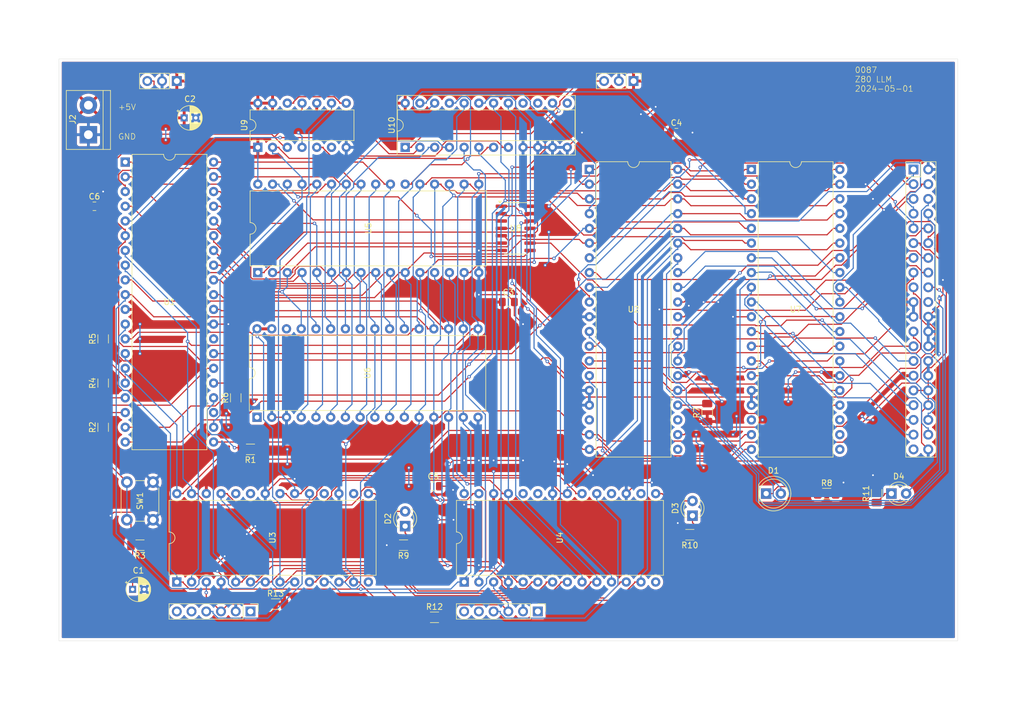
<source format=kicad_pcb>
(kicad_pcb (version 20240108) (generator "pcbnew") (generator_version "8.0")
  (layers (0 "F.Cu" signal) (31 "B.Cu" signal) (34 "B.Paste" user) (35 "F.Paste" user) (36 "B.SilkS" user "B.Silkscreen") (37 "F.SilkS" user "F.Silkscreen") (38 "B.Mask" user) (39 "F.Mask" user) (44 "Edge.Cuts" user))
  (net 0 "")
  (net 1 "~{RESET}")
  (net 2 "GND")
  (net 3 "VCC")
  (net 4 "Net-(D1-A)")
  (net 5 "Net-(D1-K)")
  (net 6 "Net-(D2-A)")
  (net 7 "Net-(D2-K)")
  (net 8 "Net-(D3-K)")
  (net 9 "Net-(D3-A)")
  (net 10 "Net-(D4-K)")
  (net 11 "Net-(D4-A)")
  (net 12 "Net-(J1-Pin_12)")
  (net 13 "Net-(J1-Pin_11)")
  (net 14 "Net-(J1-Pin_27)")
  (net 15 "Net-(J1-Pin_5)")
  (net 16 "Net-(J1-Pin_14)")
  (net 17 "Net-(J1-Pin_37)")
  (net 18 "Net-(J1-Pin_16)")
  (net 19 "Net-(J1-Pin_33)")
  (net 20 "Net-(J1-Pin_15)")
  (net 21 "Net-(J1-Pin_10)")
  (net 22 "Net-(J1-Pin_1)")
  (net 23 "Net-(J1-Pin_35)")
  (net 24 "Net-(J1-Pin_18)")
  (net 25 "Net-(J1-Pin_7)")
  (net 26 "Net-(J1-Pin_36)")
  (net 27 "Net-(J1-Pin_6)")
  (net 28 "Net-(J1-Pin_8)")
  (net 29 "Net-(J1-Pin_9)")
  (net 30 "Net-(J1-Pin_17)")
  (net 32 "Net-(J1-Pin_25)")
  (net 33 "Net-(J1-Pin_3)")
  (net 34 "Net-(J1-Pin_4)")
  (net 35 "Net-(J1-Pin_38)")
  (net 36 "Net-(J1-Pin_23)")
  (net 38 "Net-(J1-Pin_13)")
  (net 39 "CLK")
  (net 41 "Net-(J4-Pin_3)")
  (net 44 "Net-(J4-Pin_4)")
  (net 46 "Net-(J5-Pin_4)")
  (net 47 "Net-(J5-Pin_3)")
  (net 50 "Net-(J6-Pin_3)")
  (net 51 "Net-(U1-~{WAIT})")
  (net 52 "Net-(U1-~{HALT})")
  (net 53 "~{NMI}")
  (net 54 "~{INT}")
  (net 55 "Net-(U1-~{BUSRQ})")
  (net 56 "Net-(U2-IEI)")
  (net 57 "D0")
  (net 58 "D6")
  (net 60 "A12")
  (net 61 "~{IOREQ}")
  (net 62 "A9")
  (net 63 "A3")
  (net 64 "A5")
  (net 65 "A7")
  (net 66 "A11")
  (net 67 "A10")
  (net 68 "A2")
  (net 69 "D4")
  (net 70 "D3")
  (net 71 "A0")
  (net 72 "A8")
  (net 73 "~{MREQ}")
  (net 74 "~{RD}")
  (net 75 "D7")
  (net 77 "A15")
  (net 78 "A14")
  (net 79 "~{M1}")
  (net 80 "~{WR}")
  (net 81 "A6")
  (net 82 "A13")
  (net 83 "D1")
  (net 84 "D5")
  (net 85 "A1")
  (net 86 "D2")
  (net 87 "A4")
  (net 88 "Net-(U2-IEO)")
  (net 92 "Net-(U2-~{CE})")
  (net 94 "HALFCLK")
  (net 96 "~{U_WR}")
  (net 97 "U_RST")
  (net 98 "~{U2_CS}")
  (net 100 "UART_C")
  (net 105 "~{U1_CS}")
  (net 109 "Net-(U5-A16)")
  (net 110 "Net-(U5-A15)")
  (net 111 "Net-(U5-A17)")
  (net 112 "Net-(U5-A18)")
  (net 113 "Net-(U5-~{CS})")
  (net 114 "~{ROMCE}")
  (net 117 "Net-(U7-~{CE})")
  (net 118 "PG2")
  (net 120 "PG0")
  (net 121 "PG1")
  (net 124 "PG3")
  (net 126 "Net-(U9A-Q)")
  (net 128 "Net-(U9B-D)")
  (footprint "Package_DIP:DIP-40_W15.24mm" (layer "F.Cu") (at 195.58 49.53)
    (property "Reference" "U7")
    (property "Value" "Z84C20")
  )
  (footprint "LED_THT:LED_D3.0mm" (layer "F.Cu") (at 135.88 111.02 90)
    (property "Reference" "D2")
    (property "Value" "LED")
  )
  (footprint "Connector_PinHeader_2.54mm:PinHeader_1x06_P2.54mm_Vertical" (layer "F.Cu") (at 109.22 125.73 -90)
    (property "Reference" "J5" (hide yes))
    (property "Value" "Conn_01x06" (hide yes))
  )
  (footprint "Connector_PinHeader_2.54mm:PinHeader_1x03_P2.54mm_Vertical" (layer "F.Cu") (at 96.52 34.29 -90)
    (property "Reference" "J3" (hide yes))
    (property "Value" "Conn_01x03" (hide yes))
  )
  (footprint "Resistor_SMD:R_1206_3216Metric_Pad1.30x1.75mm_HandSolder" (layer "F.Cu") (at 208.56 105.41)
    (property "Reference" "R8")
    (property "Value" "1K")
  )
  (footprint "Package_DIP:DIP-24_W7.62mm_Socket" (layer "F.Cu") (at 135.89 45.72 90)
    (property "Reference" "U10")
    (property "Value" "GAL22V10")
  )
  (footprint "Resistor_SMD:R_1206_3216Metric_Pad1.30x1.75mm_HandSolder" (layer "F.Cu") (at 83.82 93.98 90)
    (property "Reference" "R2")
    (property "Value" "10K")
  )
  (footprint "Package_DIP:DIP-28_W15.24mm" (layer "F.Cu") (at 96.53 120.655 90)
    (property "Reference" "U3")
    (property "Value" "P8251")
  )
  (footprint "Package_DIP:DIP-40_W15.24mm" (layer "F.Cu") (at 167.64 49.53)
    (property "Reference" "U2")
    (property "Value" "Z84C20")
  )
  (footprint "Package_DIP:DIP-28_W15.24mm" (layer "F.Cu") (at 146.06 120.655 90)
    (property "Reference" "U4")
    (property "Value" "P8251")
  )
  (footprint "Resistor_SMD:R_1206_3216Metric_Pad1.30x1.75mm_HandSolder" (layer "F.Cu") (at 140.944 126.746)
    (property "Reference" "R12")
    (property "Value" "10K")
  )
  (footprint "Resistor_SMD:R_1206_3216Metric_Pad1.30x1.75mm_HandSolder" (layer "F.Cu") (at 184.96 112.5 180)
    (property "Reference" "R10")
    (property "Value" "1K")
  )
  (footprint "Resistor_SMD:R_1206_3216Metric_Pad1.30x1.75mm_HandSolder" (layer "F.Cu") (at 113.538 124.46)
    (property "Reference" "R13")
    (property "Value" "10K")
  )
  (footprint "Package_DIP:DIP-14_W7.62mm" (layer "F.Cu") (at 110.49 45.72 90)
    (property "Reference" "U9")
    (property "Value" "74HC74")
  )
  (footprint "Connector_PinHeader_2.54mm:PinHeader_1x03_P2.54mm_Vertical" (layer "F.Cu") (at 175.26 34.29 -90)
    (property "Reference" "J6" (hide yes))
    (property "Value" "Conn_01x03" (hide yes))
  )
  (footprint "Connector_PinHeader_2.54mm:PinHeader_1x06_P2.54mm_Vertical" (layer "F.Cu") (at 158.75 125.73 -90)
    (property "Reference" "J4" (hide yes))
    (property "Value" "Conn_01x06" (hide yes))
  )
  (footprint "Capacitor_THT:CP_Radial_D4.0mm_P2.00mm" (layer "F.Cu") (at 97.79 40.64)
    (property "Reference" "C2")
    (property "Value" "10µF")
  )
  (footprint "Resistor_SMD:R_1206_3216Metric_Pad1.30x1.75mm_HandSolder" (layer "F.Cu") (at 106.68 88.9 90)
    (property "Reference" "R6")
    (property "Value" "10K")
  )
  (footprint "Button_Switch_THT:SW_PUSH_6mm" (layer "F.Cu") (at 87.92 109.93 90)
    (property "Reference" "SW1")
    (property "Value" "SW_Push")
  )
  (footprint "Capacitor_SMD:C_0805_2012Metric_Pad1.18x1.45mm_HandSolder" (layer "F.Cu") (at 82.3175 55.88)
    (property "Reference" "C6")
    (property "Value" "100nF")
  )
  (footprint "Resistor_SMD:R_1206_3216Metric_Pad1.30x1.75mm_HandSolder" (layer "F.Cu") (at 90.17 114.3 180)
    (property "Reference" "R3")
    (property "Value" "10K")
  )
  (footprint "Resistor_SMD:R_1206_3216Metric_Pad1.30x1.75mm_HandSolder" (layer "F.Cu") (at 83.82 86.36 90)
    (property "Reference" "R4")
    (property "Value" "10K")
  )
  (footprint "Package_DIP:DIP-32_W15.24mm" (layer "F.Cu") (at 110.49 67.31 90)
    (property "Reference" "U5")
    (property "Value" "HM628512")
  )
  (footprint "Resistor_SMD:R_1206_3216Metric_Pad1.30x1.75mm_HandSolder" (layer "F.Cu") (at 217.17 105.41 90)
    (property "Reference" "R11")
    (property "Value" "1K")
  )
  (footprint "Capacitor_SMD:C_0805_2012Metric_Pad1.18x1.45mm_HandSolder" (layer "F.Cu") (at 153.67 72.39)
    (property "Reference" "C3")
    (property "Value" "100nF")
  )
  (footprint "Resistor_SMD:R_1206_3216Metric_Pad1.30x1.75mm_HandSolder" (layer "F.Cu") (at 109.22 97.79 180)
    (property "Reference" "R1")
    (property "Value" "10K")
  )
  (footprint "Package_DIP:DIP-40_W15.24mm" (layer "F.Cu") (at 87.63 48.26)
    (property "Reference" "U1")
    (property "Value" "Z80CPU")
  )
  (footprint "Resistor_SMD:R_1206_3216Metric_Pad1.30x1.75mm_HandSolder" (layer "F.Cu") (at 83.82 78.74 90)
    (property "Reference" "R5")
    (property "Value" "10K")
  )
  (footprint "Resistor_SMD:R_1206_3216Metric_Pad1.30x1.75mm_HandSolder" (layer "F.Cu") (at 187.96 91.44 90)
    (property "Reference" "R7")
    (property "Value" "10K")
  )
  (footprint "Package_DIP:DIP-32_W15.24mm" (layer "F.Cu") (at 110.35 92.25 90)
    (property "Reference" "U6")
    (property "Value" "SST39SF010")
  )
  (footprint "Capacitor_SMD:C_0805_2012Metric_Pad1.18x1.45mm_HandSolder" (layer "F.Cu") (at 140.7375 104.14)
    (property "Reference" "C5")
    (property "Value" "100nF")
  )
  (footprint "TerminalBlock:TerminalBlock_bornier-2_P5.08mm" (layer "F.Cu") (at 81.28 43.54 90)
    (property "Reference" "J2")
    (property "Value" "Screw_Terminal_01x02")
  )
  (footprint "Package_SO:SO-14_3.9x8.65mm_P1.27mm" (layer "F.Cu") (at 154.94 59.69)
    (property "Reference" "U8")
    (property "Value" "74LS08")
  )
  (footprint "LED_THT:LED_D3.0mm" (layer "F.Cu") (at 219.71 105.41)
    (property "Reference" "D4")
    (property "Value" "LED")
  )
  (footprint "Capacitor_SMD:C_0805_2012Metric_Pad1.18x1.45mm_HandSolder" (layer "F.Cu") (at 182.6475 43.18)
    (property "Reference" "C4")
    (property "Value" "100nF")
  )
  (footprint "LED_THT:LED_D5.0mm" (layer "F.Cu") (at 198.12 105.41)
    (property "Reference" "D1")
    (property "Value" "LED")
  )
  (footprint "LED_THT:LED_D3.0mm" (layer "F.Cu") (at 185.42 109.22 90)
    (property "Reference" "D3")
    (property "Value" "LED")
  )
  (footprint "Capacitor_THT:CP_Radial_D4.0mm_P2.00mm" (layer "F.Cu") (at 88.9 121.92)
    (property "Reference" "C1")
    (property "Value" "10µF")
  )
  (footprint "Resistor_SMD:R_1206_3216Metric_Pad1.30x1.75mm_HandSolder" (layer "F.Cu") (at 135.61 114.3 180)
    (property "Reference" "R9")
    (property "Value" "1K")
  )
  (footprint "Connector_PinHeader_2.54mm:PinHeader_2x20_P2.54mm_Vertical" (layer "F.Cu") (at 223.52 49.53)
    (property "Reference" "J1" (hide yes))
    (property "Value" "Conn_02x20_Odd_Even" (hide yes))
  )
  (gr_rect (start 76.2 30.48) (end 231.14 130.81) (stroke (width 0.05)) (fill none) (layer "Edge.Cuts"))
  (gr_text "+5V" (at 86.36 39.37 0) (layer "F.SilkS") (effects (font (size 1 1) (thickness 0.1)) (justify left bottom)))
  (gr_text "GND" (at 86.36 44.45 0) (layer "F.SilkS") (effects (font (size 1 1) (thickness 0.1)) (justify left bottom)))
  (gr_text "0087\nZ80 LLM\n2024-05-01" (at 213.36 36.195 0) (layer "F.SilkS") (effects (font (size 1 1) (thickness 0.1)) (justify left bottom)))
  (segment (start 88.62 114.3) (end 88.62 110.63) (width 0.2) (layer "F.Cu") (net 1))
  (segment (start 88.9 121.92) (end 88.9 114.58) (width 0.2) (layer "F.Cu") (net 1))
  (segment (start 88.9 114.58) (end 88.62 114.3) (width 0.2) (layer "F.Cu") (net 1))
  (segment (start 87.92 103.43) (end 82.6223 98.1323) (width 0.2) (layer "F.Cu") (net 1))
  (segment (start 95.4183 90.17) (end 101.7683 83.82) (width 0.2) (layer "F.Cu") (net 1))
  (segment (start 102.87 83.82) (end 101.7683 83.82) (width 0.2) (layer "F.Cu") (net 1))
  (segment (start 82.6223 91.7468) (end 84.1991 90.17) (width 0.2) (layer "F.Cu") (net 1))
  (segment (start 84.1991 90.17) (end 95.4183 90.17) (width 0.2) (layer "F.Cu") (net 1))
  (segment (start 88.62 110.63) (end 87.92 109.93) (width 0.2) (layer "F.Cu") (net 1))
  (segment (start 82.6223 98.1323) (end 82.6223 91.7468) (width 0.2) (layer "F.Cu") (net 1))
  (segment (start 87.92 109.93) (end 87.92 103.43) (width 0.2) (layer "B.Cu") (net 1))
  (segment (start 143.51 104.14) (end 144.145 104.775) (width 0.2) (layer "F.Cu") (net 2))
  (segment (start 83.355 55.88) (end 83.355 53.805) (width 0.2) (layer "F.Cu") (net 2))
  (segment (start 210.11 105.41) (end 210.11 104.85) (width 0.2) (layer "F.Cu") (net 2))
  (segment (start 154.7075 72.39) (end 154.7075 74.6975) (width 0.2) (layer "F.Cu") (net 2))
  (segment (start 148.59 99.695) (end 146.05 99.695) (width 0.2) (layer "F.Cu") (net 2))
  (segment (start 195.58 74.93) (end 192.405 74.93) (width 0.2) (layer "F.Cu") (net 2))
  (segment (start 174 105.415) (end 175.91 103.505) (width 0.2) (layer "F.Cu") (net 2))
  (segment (start 216.535 53.34) (end 215.265 52.07) (width 0.2) (layer "F.Cu") (net 2))
  (segment (start 108.682342 112.395) (end 110.051652 111.02569) (width 0.2) (layer "F.Cu") (net 2))
  (segment (start 218.44 56.515) (end 216.535 54.61) (width 0.2) (layer "F.Cu") (net 2))
  (segment (start 166.37 100.33) (end 168.275 102.235) (width 0.2) (layer "F.Cu") (net 2))
  (segment (start 147.955 107.315) (end 146.05 107.315) (width 0.2) (layer "F.Cu") (net 2))
  (segment (start 226.06 82.55) (end 227.33 81.28) (width 0.2) (layer "F.Cu") (net 2))
  (segment (start 183.41 111.02) (end 182.88 110.49) (width 0.2) (layer "F.Cu") (net 2))
  (segment (start 108.585 112.395) (end 108.682342 112.395) (width 0.2) (layer "F.Cu") (net 2))
  (segment (start 163.83 100.33) (end 166.37 100.33) (width 0.2) (layer "F.Cu") (net 2))
  (segment (start 91.12 108.63) (end 85.68 108.63) (width 0.2) (layer "F.Cu") (net 2))
  (segment (start 104.15 120.655) (end 104.15 119.39) (width 0.2) (layer "F.Cu") (net 2))
  (segment (start 217.17 103.86) (end 217.17 102.87) (width 0.2) (layer "F.Cu") (net 2))
  (segment (start 224.91 91.32) (end 226.06 90.17) (width 0.2) (layer "F.Cu") (net 2))
  (segment (start 163.83 45.72) (end 166.37 43.18) (width 0.2) (layer "F.Cu") (net 2))
  (segment (start 148.59 99.695) (end 151.13 99.695) (width 0.2) (layer "F.Cu") (net 2))
  (segment (start 216.535 54.61) (end 216.535 53.34) (width 0.2) (layer "F.Cu") (net 2))
  (segment (start 151.083235 118.063235) (end 148.910135 118.063235) (width 0.2) (layer "F.Cu") (net 2))
  (segment (start 103.505 117.475) (end 104.775 116.205) (width 0.2) (layer "F.Cu") (net 2))
  (segment (start 115.43 92.25) (end 112.89 92.25) (width 0.2) (layer "F.Cu") (net 2))
  (segment (start 92.42 109.93) (end 91.12 108.63) (width 0.2) (layer "F.Cu") (net 2))
  (segment (start 85.68 108.63) (end 85.09 109.22) (width 0.2) (layer "F.Cu") (net 2))
  (segment (start 151.13 99.695) (end 156.21 99.695) (width 0.2) (layer "F.Cu") (net 2))
  (segment (start 154.7075 74.6975) (end 156.21 76.2) (width 0.2) (layer "F.Cu") (net 2))
  (segment (start 152.465 63.5) (end 148.59 63.5) (width 0.2) (layer "F.Cu") (net 2))
  (segment (start 183.41 112.5) (end 183.41 111.02) (width 0.2) (layer "F.Cu") (net 2))
  (segment (start 146.05 99.695) (end 144.145 99.695) (width 0.2) (layer "F.Cu") (net 2))
  (segment (start 175.91 103.505) (end 178.435 103.505) (width 0.2) (layer "F.Cu") (net 2))
  (segment (start 154.7075 72.39) (end 153.4375 71.12) (width 0.2) (layer "F.Cu") (net 2))
  (segment (start 102.87 76.2) (end 105.41 76.2) (width 0.2) (layer "F.Cu") (net 2))
  (segment (start 228.5936 71.1264) (end 228.5936 68.58) (width 0.2) (layer "F.Cu") (net 2))
  (segment (start 151.088235 118.063235) (end 151.083235 118.063235) (width 0.2) (layer "F.Cu") (net 2))
  (segment (start 176.53 40.005) (end 177.8 40.005) (width 0.2) (layer "F.Cu") (net 2))
  (segment (start 163.83 100.33) (end 162.069101 100.33) (width 0.2) (layer "F.Cu") (net 2))
  (segment (start 148.910135 118.063235) (end 148.59 117.7431) (width 0.2) (layer "F.Cu") (net 2))
  (segment (start 141.680754 109.930754) (end 141.605 109.855) (width 0.2) (layer "F.Cu") (net 2))
  (segment (start 153.68 120.655) (end 151.088235 118.063235) (width 0.2) (layer "F.Cu") (net 2))
  (segment (start 134.06 114.3) (end 132.715 114.3) (width 0.2) (layer "F.Cu") (net 2))
  (segment (start 104.15 119.39) (end 103.505 118.745) (width 0.2) (layer "F.Cu") (net 2))
  (segment (start 227.965 73.025) (end 227.965 71.755) (width 0.2) (layer "F.Cu") (net 2))
  (segment (start 144.145 99.695) (end 143.51 100.33) (width 0.2) (layer "F.Cu") (net 2))
  (segment (start 184.15 73.66) (end 184.785 73.025) (width 0.2) (layer "F.Cu") (net 2))
  (segment (start 189.865 72.39) (end 187.325 72.39) (width 0.2) (layer "F.Cu") (net 2))
  (segment (start 183.685 43.18) (end 185.42 43.18) (width 0.2) (layer "F.Cu") (net 2))
  (segment (start 226.06 74.93) (end 227.965 73.025) (width 0.2) (layer "F.Cu") (net 2))
  (segment (start 210.11 104.85) (end 211.455 103.505) (width 0.2) (layer "F.Cu") (net 2))
  (segment (start 111.77 105.415) (end 114.315 102.87) (width 0.2) (layer "F.Cu") (net 2))
  (segment (start 226.06 85.09) (end 226.06 87.63) (width 0.2) (layer "F.Cu") (net 2))
  (segment (start 224.91 96.64) (end 224.91 91.32) (width 0.2) (layer "F.Cu") (net 2))
  (segment (start 226.06 97.79) (end 224.91 96.64) (width 0.2) (layer "F.Cu") (net 2))
  (segment (start 144.225044 109.930754) (end 141.680754 109.930754) (width 0.2) (layer "F.Cu") (net 2))
  (segment (start 226.06 87.63) (end 226.06 90.17) (width 0.2) (layer "F.Cu") (net 2))
  (segment (start 179.705 73.66) (end 184.15 73.66) (width 0.2) (layer "F.Cu") (net 2))
  (segment (start 177.8 40.005) (end 179.07 38.735) (width 0.2) (layer "F.Cu") (net 2))
  (segment (start 162.069101 100.33) (end 161.600679 99.861578) (width 0.2) (layer "F.Cu") (net 2))
  (segment (start 227.965 71.755) (end 228.5936 71.1264) (width 0.2) (layer "F.Cu") (net 2))
  (segment (start 114.315 102.87) (end 116.84 102.87) (width 0.2) (layer "F.Cu") (net 2))
  (segment (start 153.4375 71.12) (end 148.59 71.12) (width 0.2) (layer "F.Cu") (net 2))
  (segment (start 83.355 53.805) (end 83.82 53.34) (width 0.2) (layer "F.Cu") (net 2))
  (segment (start 217.17 102.87) (end 216.535 102.235) (width 0.2) (layer "F.Cu") (net 2))
  (segment (start 227.33 81.28) (end 227.965 81.28) (width 0.2) (layer "F.Cu") (net 2))
  (segment (start 141.775 104.14) (end 143.51 104.14) (width 0.2) (layer "F.Cu") (net 2))
  (segment (start 103.505 118.745) (end 103.505 117.475) (width 0.2) (layer "F.Cu") (net 2))
  (segment (start 158.75 45.72) (end 156.21 45.72) (width 0.2) (layer "F.Cu") (net 2))
  (segment (start 226.06 87.63) (end 223.52 87.63) (width 0.2) (layer "F.Cu") (net 2))
  (via (at 151.083235 118.063235) (size 0.6) (drill 0.3) (layers "F.Cu" "B.Cu") (net 2))
  (via (at 216.535 54.61) (size 0.6) (drill 0.3) (layers "F.Cu" "B.Cu") (net 2))
  (via (at 156.21 76.2) (size 0.6) (drill 0.3) (layers "F.Cu" "B.Cu") (net 2))
  (via (at 148.59 99.695) (size 0.6) (drill 0.3) (layers "F.Cu" "B.Cu") (net 2))
  (via (at 189.865 72.39) (size 0.6) (drill 0.3) (layers "F.Cu" "B.Cu") (net 2))
  (via (at 148.59 71.12) (size 0.6) (drill 0.3) (layers "F.Cu" "B.Cu") (net 2))
  (via (at 218.44 56.515) (size 0.6) (drill 0.3) (layers "F.Cu" "B.Cu") (net 2))
  (via (at 116.84 102.87) (size 0.6) (drill 0.3) (layers "F.Cu" "B.Cu") (net 2))
  (via (at 146.05 107.315) (size 0.6) (drill 0.3) (layers "F.Cu" "B.Cu") (net 2))
  (via (at 110.051652 111.02569) (size 0.6) (drill 0.3) (layers "F.Cu" "B.Cu") (net 2))
  (via (at 132.715 114.3) (size 0.6) (drill 0.3) (layers "F.Cu" "B.Cu") (net 2))
  (via (at 151.13 99.695) (size 0.6) (drill 0.3) (layers "F.Cu" "B.Cu") (net 2))
  (via (at 184.785 73.025) (size 0.6) (drill 0.3) (layers "F.Cu" "B.Cu") (net 2))
  (via (at 85.09 109.22) (size 0.6) (drill 0.3) (layers "F.Cu" "B.Cu") (net 2))
  (via (at 148.59 117.7431) (size 0.6) (drill 0.3) (layers "F.Cu" "B.Cu") (net 2))
  (via (at 147.955 107.315) (size 0.6) (drill 0.3) (layers "F.Cu" "B.Cu") (net 2))
  (via (at 83.82 53.34) (size 0.6) (drill 0.3) (layers "F.Cu" "B.Cu") (net 2))
  (via (at 179.705 73.66) (size 0.6) (drill 0.3) (layers "F.Cu" "B.Cu") (net 2))
  (via (at 141.605 109.855) (size 0.6) (drill 0.3) (layers "F.Cu" "B.Cu") (net 2))
  (via (at 227.965 81.28) (size 0.6) (drill 0.3) (layers "F.Cu" "B.Cu") (net 2))
  (via (at 211.455 103.505) (size 0.6) (drill 0.3) (layers "F.Cu" "B.Cu") (net 2))
  (via (at 178.435 103.505) (size 0.6) (drill 0.3) (layers "F.Cu" "B.Cu") (net 2))
  (via (at 161.600679 99.861578) (size 0.6) (drill 0.3) (layers "F.Cu" "B.Cu") (net 2))
  (via (at 166.37 43.18) (size 0.6) (drill 0.3) (layers "F.Cu" "B.Cu") (net 2))
  (via (at 185.42 43.18) (size 0.6) (drill 0.3) (layers "F.Cu" "B.Cu") (net 2))
  (via (at 108.585 112.395) (size 0.6) (drill 0.3) (layers "F.Cu" "B.Cu") (net 2))
  (via (at 168.275 102.235) (size 0.6) (drill 0.3) (layers "F.Cu" "B.Cu") (net 2))
  (via (at 216.535 102.235) (size 0.6) (drill 0.3) (layers "F.Cu" "B.Cu") (net 2))
  (via (at 227.965 71.755) (size 0.6) (drill 0.3) (layers "F.Cu" "B.Cu") (net 2))
  (via (at 187.325 72.39) (size 0.6) (drill 0.3) (layers "F.Cu" "B.Cu") (net 2))
  (via (at 179.07 38.735) (size 0.6) (drill 0.3) (layers "F.Cu" "B.Cu") (net 2))
  (via (at 143.51 100.33) (size 0.6) (drill 0.3) (layers "F.Cu" "B.Cu") (net 2))
  (via (at 156.21 99.695) (size 0.6) (drill 0.3) (layers "F.Cu" "B.Cu") (net 2))
  (via (at 104.775 116.205) (size 0.6) (drill 0.3) (layers "F.Cu" "B.Cu") (net 2))
  (via (at 144.225044 109.930754) (size 0.6) (drill 0.3) (layers "F.Cu" "B.Cu") (net 2))
  (via (at 103.505 118.745) (size 0.6) (drill 0.3) (layers "F.Cu" "B.Cu") (net 2))
  (via (at 144.145 104.775) (size 0.6) (drill 0.3) (layers "F.Cu" "B.Cu") (net 2))
  (via (at 163.83 100.33) (size 0.6) (drill 0.3) (layers "F.Cu" "B.Cu") (net 2))
  (via (at 146.05 99.695) (size 0.6) (drill 0.3) (layers "F.Cu" "B.Cu") (net 2))
  (via (at 148.59 63.5) (size 0.6) (drill 0.3) (layers "F.Cu" "B.Cu") (net 2))
  (via (at 182.88 110.49) (size 0.6) (drill 0.3) (layers "F.Cu" "B.Cu") (net 2))
  (via (at 228.5936 68.58) (size 0.6) (drill 0.3) (layers "F.Cu" "B.Cu") (net 2))
  (via (at 176.53 40.005) (size 0.6) (drill 0.3) (layers "F.Cu" "B.Cu") (net 2))
  (via (at 192.405 74.93) (size 0.6) (drill 0.3) (layers "F.Cu" "B.Cu") (net 2))
  (via (at 215.265 52.07) (size 0.6) (drill 0.3) (layers "F.Cu" "B.Cu") (net 2))
  (via (at 105.41 76.2) (size 0.6) (drill 0.3) (layers "F.Cu" "B.Cu") (net 2))
  (segment (start 207.645 84.455) (end 203.2 84.455) (width 0.2) (layer "F.Cu") (net 3))
  (segment (start 196.385 91.61) (end 193.4771 91.61) (width 0.2) (layer "F.Cu") (net 3))
  (segment (start 87.344365 82.55) (end 85.09 80.295635) (width 0.2) (layer "F.Cu") (net 3))
  (segment (start 193.4771 91.61) (end 193.0121 92.075) (width 0.2) (layer "F.Cu") (net 3))
  (segment (start 88.9 82.55) (end 87.344365 82.55) (width 0.2) (layer "F.Cu") (net 3))
  (segment (start 90.17 81.28) (end 88.9 82.55) (width 0.2) (layer "F.Cu") (net 3))
  (segment (start 197.485 92.71) (end 196.385 91.61) (width 0.2) (layer "F.Cu") (net 3))
  (segment (start 85.09 80.295635) (end 85.09 78.46) (width 0.2) (layer "F.Cu") (net 3))
  (segment (start 85.09 78.46) (end 83.82 77.19) (width 0.2) (layer "F.Cu") (net 3))
  (via (at 105.038236 91.607293) (size 0.6) (drill 0.3) (layers "F.Cu" "B.Cu") (net 3))
  (via (at 201.93 87.1244) (size 0.6) (drill 0.3) (layers "F.Cu" "B.Cu") (net 3))
  (via (at 151.13 101.6) (size 0.6) (drill 0.3) (layers "F.Cu" "B.Cu") (net 3))
  (via (at 115.57 97.79) (size 0.6) (drill 0.3) (layers "F.Cu" "B.Cu") (net 3))
  (via (at 94.615 44.45) (size 0.6) (drill 0.3) (layers "F.Cu" "B.Cu") (net 3))
  (via (at 94.615 42.545) (size 0.6) (drill 0.3) (layers "F.Cu" "B.Cu") (net 3))
  (via (at 216.535 92.71) (size 0.6) (drill 0.3) (layers "F.Cu" "B.Cu") (net 3))
  (via (at 187.325 85.725) (size 0.6) (drill 0.3) (layers "F.Cu" "B.Cu") (net 3))
  (via (at 190.5 89.535) (size 0.6) (drill 0.3) (layers "F.Cu" "B.Cu") (net 3))
  (via (at 136.525 104.14) (size 0.6) (drill 0.3) (layers "F.Cu" "B.Cu") (net 3))
  (via (at 189.23 87.63) (size 0.6) (drill 0.3) (layers "F.Cu" "B.Cu") (net 3))
  (via (at 214.63 92.075) (size 0.6) (drill 0.3) (layers "F.Cu" "B.Cu") (net 3))
  (via (at 160.655 60.325) (size 0.6) (drill 0.3) (layers "F.Cu" "B.Cu") (net 3))
  (via (at 192.405 95.25) (size 0.6) (drill 0.3) (layers "F.Cu" "B.Cu") (net 3))
  (via (at 197.485 92.71) (size 0.6) (drill 0.3) (layers "F.Cu" "B.Cu") (net 3))
  (via (at 90.17 76.2) (size 0.6) (drill 0.3) (layers "F.Cu" "B.Cu") (net 3))
  (via (at 203.2 84.455) (size 0.6) (drill 0.3) (layers "F.Cu" "B.Cu") (net 3))
  (via (at 187.325 100.965) (size 0.6) (drill 0.3) (layers "F.Cu" "B.Cu") (net 3))
  (via (at 90.17 81.28) (size 0.6) (drill 0.3) (layers "F.Cu" "B.Cu") (net 3))
  (via (at 109.855 89.535) (size 0.6) (drill 0.3) (layers "F.Cu" "B.Cu") (net 3))
  (via (at 136.525 100.965) (size 0.6) (drill 0.3) (layers "F.Cu" "B.Cu") (net 3))
  (via (at 160.655 55.88) (size 0.6) (drill 0.3) (layers "F.Cu" "B.Cu") (net 3))
  (via (at 117.475 43.18) (size 0.6) (drill 0.3) (layers "F.Cu" "B.Cu") (net 3))
  (via (at 186.69 97.155) (size 0.6) (drill 0.3) (layers "F.Cu" "B.Cu") (net 3))
  (via (at 160.02 66.04) (size 0.6) (drill 0.3) (layers "F.Cu" "B.Cu") (net 3))
  (via (at 105.41 93.98) (size 0.6) (drill 0.3) (layers "F.Cu" "B.Cu") (net 3))
  (via (at 207.645 84.455) (size 0.6) (drill 0.3) (layers "F.Cu" "B.Cu") (net 3))
  (via (at 193.0121 92.075) (size 0.6) (drill 0.3) (layers "F.Cu" "B.Cu") (net 3))
  (via (at 184.785 84.455) (size 0.6) (drill 0.3) (layers "F.Cu" "B.Cu") (net 3))
  (via (at 164.465 49.53) (size 0.6) (drill 0.3) (layers "F.Cu" "B.Cu") (net 3))
  (via (at 115.57 100.33) (size 0.6) (drill 0.3) (layers "F.Cu" "B.Cu") (net 3))
  (via (at 186.055 95.25) (size 0.6) (drill 0.3) (layers "F.Cu" "B.Cu") (net 3))
  (via (at 90.17 78.74) (size 0.6) (drill 0.3) (layers "F.Cu" "B.Cu") (net 3))
  (via (at 201.93 89.535) (size 0.6) (drill 0.3) (layers "F.Cu" "B.Cu") (net 3))
  (segment (start 115.57 97.79) (end 115.57 100.33) (width 0.2) (layer "B.Cu") (net 3))
  (segment (start 109.550001 77.809999) (end 110.35 77.01) (width 0.2) (layer "B.Cu") (net 3))
  (segment (start 160.655 55.88) (end 164.465 52.07) (width 0.2) (layer "B.Cu") (net 3))
  (segment (start 110.49 45.72) (end 110.49 52.07) (width 0.2) (layer "B.Cu") (net 3))
  (segment (start 186.69 97.155) (end 186.69 100.33) (width 0.2) (layer "B.Cu") (net 3))
  (segment (start 151.14 101.61) (end 151.13 101.6) (width 0.2) (layer "B.Cu") (net 3))
  (segment (start 184.785 84.455) (end 186.055 84.455) (width 0.2) (layer "B.Cu") (net 3))
  (segment (start 105.038236 91.607293) (end 105.038236 93.608236) (width 0.2) (layer "B.Cu") (net 3))
  (segment (start 90.17 78.74) (end 90.17 81.28) (width 0.2) (layer "B.Cu") (net 3))
  (segment (start 186.055 84.455) (end 187.325 85.725) (width 0.2) (layer "B.Cu") (net 3))
  (segment (start 201.93 87.1244) (end 201.93 89.535) (width 0.2) (layer "B.Cu") (net 3))
  (segment (start 187.325 85.725) (end 189.23 87.63) (width 0.2) (layer "B.Cu") (net 3))
  (segment (start 118.11 43.815) (end 117.475 43.18) (width 0.2) (layer "B.Cu") (net 3))
  (segment (start 105.038236 93.608236) (end 105.41 93.98) (width 0.2) (layer "B.Cu") (net 3))
  (segment (start 94.615 42.545) (end 94.615 44.45) (width 0.2) (layer "B.Cu") (net 3))
  (segment (start 189.23 87.63) (end 189.23 88.265) (width 0.2) (layer "B.Cu") (net 3))
  (segment (start 186.055 95.25) (end 186.055 96.52) (width 0.2) (layer "B.Cu") (net 3))
  (segment (start 109.855 89.535) (end 109.550001 89.230001) (width 0.2) (layer "B.Cu") (net 3))
  (segment (start 160.655 65.405) (end 160.02 66.04) (width 0.2) (layer "B.Cu") (net 3))
  (segment (start 186.055 96.52) (end 186.69 97.155) (width 0.2) (layer "B.Cu") (net 3))
  (segment (start 136.525 100.965) (end 136.525 104.14) (width 0.2) (layer "B.Cu") (net 3))
  (segment (start 193.0121 92.075) (end 193.0121 94.6429) (width 0.2) (layer "B.Cu") (net 3))
  (segment (start 151.14 105.415) (end 151.14 101.61) (width 0.2) (layer "B.Cu") (net 3))
  (segment (start 193.0121 94.6429) (end 192.405 95.25) (width 0.2) (layer "B.Cu") (net 3))
  (segment (start 215.265 92.71) (end 214.63 92.075) (width 0.2) (layer "B.Cu") (net 3))
  (segment (start 118.11 45.72) (end 118.11 43.815) (width 0.2) (layer "B.Cu") (net 3))
  (segment (start 186.69 100.33) (end 187.325 100.965) (width 0.2) (layer "B.Cu") (net 3))
  (segment (start 216.535 92.71) (end 215.265 92.71) (width 0.2) (layer "B.Cu") (net 3))
  (segment (start 109.550001 89.230001) (end 109.550001 77.809999) (width 0.2) (layer "B.Cu") (net 3))
  (segment (start 160.655 60.325) (end 160.655 65.405) (width 0.2) (layer "B.Cu") (net 3))
  (segment (start 203.2 84.455) (end 201.93 85.725) (width 0.2) (layer "B.Cu") (net 3))
  (segment (start 201.93 85.725) (end 201.93 87.1244) (width 0.2) (layer "B.Cu") (net 3))
  (segment (start 164.465 52.07) (end 164.465 49.53) (width 0.2) (layer "B.Cu") (net 3))
  (segment (start 189.23 88.265) (end 190.5 89.535) (width 0.2) (layer "B.Cu") (net 3))
  (segment (start 90.17 76.2) (end 90.17 78.74) (width 0.2) (layer "B.Cu") (net 3))
  (segment (start 206.5858 67.9025) (end 209.7183 64.77) (width 0.2) (layer "F.Cu") (net 4))
  (segment (start 210.82 64.77) (end 209.7183 64.77) (width 0.2) (layer "F.Cu") (net 4))
  (segment (start 198.8387 67.9025) (end 206.5858 67.9025) (width 0.2) (layer "F.Cu") (net 4))
  (via (at 198.8387 67.9025) (size 0.6) (drill 0.3) (layers "F.Cu" "B.Cu") (net 4))
  (segment (start 200.66 104.4281) (end 200.66 105.41) (width 0.2) (layer "B.Cu") (net 4))
  (segment (start 198.8387 67.9025) (end 198.2476 68.4936) (width 0.2) (layer "B.Cu") (net 4))
  (segment (start 193.6121 70.2553) (end 193.6121 97.3802) (width 0.2) (layer "B.Cu") (net 4))
  (segment (start 195.3738 68.4936) (end 193.6121 70.2553) (width 0.2) (layer "B.Cu") (net 4))
  (segment (start 198.2476 68.4936) (end 195.3738 68.4936) (width 0.2) (layer "B.Cu") (net 4))
  (segment (start 193.6121 97.3802) (end 200.66 104.4281) (width 0.2) (layer "B.Cu") (net 4))
  (segment (start 205.8079 104.2079) (end 207.01 105.41) (width 0.2) (layer "F.Cu") (net 5))
  (segment (start 199.3217 105.0345) (end 200.1483 104.2079) (width 0.2) (layer "F.Cu") (net 5))
  (segment (start 198.12 105.41) (end 199.3217 105.41) (width 0.2) (layer "F.Cu") (net 5))
  (segment (start 200.1483 104.2079) (end 205.8079 104.2079) (width 0.2) (layer "F.Cu") (net 5))
  (segment (start 199.3217 105.41) (end 199.3217 105.0345) (width 0.2) (layer "F.Cu") (net 5))
  (segment (start 135.88 108.48) (end 133.7167 108.48) (width 0.2) (layer "F.Cu") (net 6))
  (segment (start 129.55 105.415) (end 130.6517 105.415) (width 0.2) (layer "F.Cu") (net 6))
  (segment (start 133.7167 108.48) (end 130.6517 105.415) (width 0.2) (layer "F.Cu") (net 6))
  (segment (start 135.88 111.02) (end 135.88 112.2217) (width 0.2) (layer "F.Cu") (net 7))
  (segment (start 137.16 113.5017) (end 137.16 114.3) (width 0.2) (layer "F.Cu") (net 7))
  (segment (start 135.88 112.2217) (end 137.16 113.5017) (width 0.2) (layer "F.Cu") (net 7))
  (segment (start 185.42 110.4217) (end 186.51 111.5117) (width 0.2) (layer "F.Cu") (net 8))
  (segment (start 185.42 109.22) (end 185.42 110.4217) (width 0.2) (layer "F.Cu") (net 8))
  (segment (start 186.51 111.5117) (end 186.51 112.5) (width 0.2) (layer "F.Cu") (net 8))
  (segment (start 179.08 105.415) (end 180.1817 105.415) (width 0.2) (layer "F.Cu") (net 9))
  (segment (start 185.42 106.68) (end 181.4467 106.68) (width 0.2) (layer "F.Cu") (net 9))
  (segment (start 181.4467 106.68) (end 180.1817 105.415) (width 0.2) (layer "F.Cu") (net 9))
  (segment (start 219.71 105.41) (end 218.5083 105.41) (width 0.2) (layer "F.Cu") (net 10))
  (segment (start 218.5083 105.41) (end 218.5083 105.6217) (width 0.2) (layer "F.Cu") (net 10))
  (segment (start 218.5083 105.6217) (end 217.17 106.96) (width 0.2) (layer "F.Cu") (net 10))
  (segment (start 217.5374 75.6867) (end 217.5374 75.4657) (width 0.2) (layer "B.Cu") (net 11))
  (segment (start 227.632 87.5661) (end 226.4259 86.36) (width 0.2) (layer "B.Cu") (net 11))
  (segment (start 217.5374 75.4657) (end 211.9217 69.85) (width 0.2) (layer "B.Cu") (net 11))
  (segment (start 226.4259 86.36) (end 225.6416 86.36) (width 0.2) (layer "B.Cu") (net 11))
  (segment (start 210.82 69.85) (end 211.9217 69.85) (width 0.2) (layer "B.Cu") (net 11))
  (segment (start 224.79 82.1696) (end 223.9004 81.28) (width 0.2) (layer "B.Cu") (net 11))
  (segment (start 227.632 100.028) (end 227.632 87.5661) (width 0.2) (layer "B.Cu") (net 11))
  (segment (start 223.1307 81.28) (end 217.5374 75.6867) (width 0.2) (layer "B.Cu") (net 11))
  (segment (start 224.79 85.5084) (end 224.79 82.1696) (width 0.2) (layer "B.Cu") (net 11))
  (segment (start 225.6416 86.36) (end 224.79 85.5084) (width 0.2) (layer "B.Cu") (net 11))
  (segment (start 222.25 105.41) (end 227.632 100.028) (width 0.2) (layer "B.Cu") (net 11))
  (segment (start 223.9004 81.28) (end 223.1307 81.28) (width 0.2) (layer "B.Cu") (net 11))
  (segment (start 222.73 58.5187) (end 226.529 58.5187) (width 0.2) (layer "F.Cu") (net 12))
  (segment (start 226.529 58.5187) (end 227.258 59.2477) (width 0.2) (layer "F.Cu") (net 12))
  (segment (start 208.3861 68.6211) (end 212.6276 68.6211) (width 0.2) (layer "F.Cu") (net 12))
  (segment (start 182.88 72.39) (end 183.9817 72.39) (width 0.2) (layer "F.Cu") (net 12))
  (segment (start 183.9817 72.39) (end 185.2122 71.1595) (width 0.2) (layer "F.Cu") (net 12))
  (segment (start 205.8477 71.1595) (end 208.3861 68.6211) (width 0.2) (layer "F.Cu") (net 12))
  (segment (start 227.258 59.2477) (end 227.258 60.1682) (width 0.2) (layer "F.Cu") (net 12))
  (segment (start 226.06 62.23) (end 226.06 61.0783) (width 0.2) (layer "F.Cu") (net 12))
  (segment (start 185.2122 71.1595) (end 205.8477 71.1595) (width 0.2) (layer "F.Cu") (net 12))
  (segment (start 212.6276 68.6211) (end 222.73 58.5187) (width 0.2) (layer "F.Cu") (net 12))
  (segment (start 227.258 60.1682) (end 226.3479 61.0783) (width 0.2) (layer "F.Cu") (net 12))
  (segment (start 226.3479 61.0783) (end 226.06 61.0783) (width 0.2) (layer "F.Cu") (net 12))
  (segment (start 229.1936 81.0859) (end 226.5778 83.7017) (width 0.2) (layer "F.Cu") (net 13))
  (segment (start 226.3252 63.3817) (end 229.1936 66.2501) (width 0.2) (layer "F.Cu") (net 13))
  (segment (start 226.5778 83.7017) (end 225.7842 83.7017) (width 0.2) (layer "F.Cu") (net 13))
  (segment (start 208.8236 96.5515) (end 205.5796 99.7955) (width 0.2) (layer "F.Cu") (net 13))
  (segment (start 223.9383 86.36) (end 221.51 86.36) (width 0.2) (layer "F.Cu") (net 13))
  (segment (start 229.1936 66.2501) (end 229.1936 81.0859) (width 0.2) (layer "F.Cu") (net 13))
  (segment (start 221.51 86.36) (end 211.3185 96.5515) (width 0.2) (layer "F.Cu") (net 13))
  (segment (start 224.6717 62.23) (end 224.6717 62.518) (width 0.2) (layer "F.Cu") (net 13))
  (segment (start 205.5796 99.7955) (end 171.7199 99.7955) (width 0.2) (layer "F.Cu") (net 13))
  (segment (start 224.79 84.6959) (end 224.79 85.5083) (width 0.2) (layer "F.Cu") (net 13))
  (segment (start 223.52 62.23) (end 224.6717 62.23) (width 0.2) (layer "F.Cu") (net 13))
  (segment (start 225.5354 63.3817) (end 226.3252 63.3817) (width 0.2) (layer "F.Cu") (net 13))
  (segment (start 171.7199 99.7955) (end 169.919 97.9946) (width 0.2) (layer "F.Cu") (net 13))
  (segment (start 225.7842 83.7017) (end 224.79 84.6959) (width 0.2) (layer "F.Cu") (net 13))
  (segment (start 211.3185 96.5515) (end 208.8236 96.5515) (width 0.2) (layer "F.Cu") (net 13))
  (segment (start 224.79 85.5083) (end 223.9383 86.36) (width 0.2) (layer "F.Cu") (net 13))
  (segment (start 224.6717 62.518) (end 225.5354 63.3817) (width 0.2) (layer "F.Cu") (net 13))
  (via (at 169.919 97.9946) (size 0.6) (drill 0.3) (layers "F.Cu" "B.Cu") (net 13))
  (segment (start 167.8683 78.5717) (end 167.64 78.5717) (width 0.2) (layer "B.Cu") (net 13))
  (segment (start 167.64 77.47) (end 167.64 78.5717) (width 0.2) (layer "B.Cu") (net 13))
  (segment (start 169.919 97.9946) (end 169.919 80.6224) (width 0.2) (layer "B.Cu") (net 13))
  (segment (start 169.919 80.6224) (end 167.8683 78.5717) (width 0.2) (layer "B.Cu") (net 13))
  (segment (start 196.6817 80.01) (end 201.9522 80.01) (width 0.2) (layer "F.Cu") (net 14))
  (segment (start 195.58 80.01) (end 196.6817 80.01) (width 0.2) (layer "F.Cu") (net 14))
  (segment (start 201.9522 80.01) (end 203.3654 78.5968) (width 0.2) (layer "F.Cu") (net 14))
  (segment (start 203.3654 78.5968) (end 216.9372 78.5968) (width 0.2) (layer "F.Cu") (net 14))
  (via (at 216.9372 78.5968) (size 0.6) (drill 0.3) (layers "F.Cu" "B.Cu") (net 14))
  (segment (start 223.52 82.55) (end 222.3683 82.55) (width 0.2) (layer "B.Cu") (net 14))
  (segment (start 222.3683 82.55) (end 220.8904 82.55) (width 0.2) (layer "B.Cu") (net 14))
  (segment (start 220.8904 82.55) (end 216.9372 78.5968) (width 0.2) (layer "B.Cu") (net 14))
  (segment (start 207.6538 68.5042) (end 210.118 66.04) (width 0.2) (layer "F.Cu") (net 15))
  (segment (start 210.118 66.04) (end 211.1223 66.04) (width 0.2) (layer "F.Cu") (net 15))
  (segment (start 223.52 54.61) (end 222.3683 54.61) (width 0.2) (layer "F.Cu") (net 15))
  (segment (start 168.7417 67.31) (end 169.9359 68.5042) (width 0.2) (layer "F.Cu") (net 15))
  (segment (start 169.9359 68.5042) (end 207.6538 68.5042) (width 0.2) (layer "F.Cu") (net 15))
  (segment (start 167.64 67.31) (end 168.7417 67.31) (width 0.2) (layer "F.Cu") (net 15))
  (segment (start 211.1223 66.04) (end 222.3683 54.794) (width 0.2) (layer "F.Cu") (net 15))
  (segment (start 222.3683 54.794) (end 222.3683 54.61) (width 0.2) (layer "F.Cu") (net 15))
  (segment (start 221.2656 63.5794) (end 223.9862 63.5794) (width 0.2) (layer "F.Cu") (net 16))
  (segment (start 206.7893 73.5341) (end 211.3109 73.5341) (width 0.2) (layer "F.Cu") (net 16))
  (segment (start 226.06 64.77) (end 224.9083 64.77) (width 0.2) (layer "F.Cu") (net 16))
  (segment (start 211.3109 73.5341) (end 221.2656 63.5794) (width 0.2) (layer "F.Cu") (net 16))
  (segment (start 224.9083 64.5015) (end 224.9083 64.77) (width 0.2) (layer "F.Cu") (net 16))
  (segment (start 223.9862 63.5794) (end 224.9083 64.5015) (width 0.2) (layer "F.Cu") (net 16))
  (via (at 206.7893 73.5341) (size 0.6) (drill 0.3) (layers "F.Cu" "B.Cu") (net 16))
  (segment (start 182.88 69.85) (end 183.9817 69.85) (width 0.2) (layer "B.Cu") (net 16))
  (segment (start 187.6361 66.1956) (end 199.4508 66.1956) (width 0.2) (layer "B.Cu") (net 16))
  (segment (start 199.4508 66.1956) (end 206.7893 73.5341) (width 0.2) (layer "B.Cu") (net 16))
  (segment (start 183.9817 69.85) (end 187.6361 66.1956) (width 0.2) (layer "B.Cu") (net 16))
  (segment (start 222.3683 95.25) (end 216.0183 88.9) (width 0.2) (layer "B.Cu") (net 17))
  (segment (start 195.888 73.66) (end 195.2511 73.66) (width 0.2) (layer "B.Cu") (net 17))
  (segment (start 195.3517 70.9517) (end 195.58 70.9517) (width 0.2) (layer "B.Cu") (net 17))
  (segment (start 198.0018 75.7738) (end 195.888 73.66) (width 0.2) (layer "B.Cu") (net 17))
  (segment (start 210.5058 88.9) (end 198.0018 76.396) (width 0.2) (layer "B.Cu") (net 17))
  (segment (start 194.4441 72.853) (end 194.4441 71.8593) (width 0.2) (layer "B.Cu") (net 17))
  (segment (start 198.0018 76.396) (end 198.0018 75.7738) (width 0.2) (layer "B.Cu") (net 17))
  (segment (start 216.0183 88.9) (end 210.5058 88.9) (width 0.2) (layer "B.Cu") (net 17))
  (segment (start 195.58 69.85) (end 195.58 70.9517) (width 0.2) (layer "B.Cu") (net 17))
  (segment (start 195.2511 73.66) (end 194.4441 72.853) (width 0.2) (layer "B.Cu") (net 17))
  (segment (start 223.52 95.25) (end 222.3683 95.25) (width 0.2) (layer "B.Cu") (net 17))
  (segment (start 194.4441 71.8593) (end 195.3517 70.9517) (width 0.2) (layer "B.Cu") (net 17))
  (segment (start 224.0071 66.1209) (end 222.0682 66.1209) (width 0.2) (layer "F.Cu") (net 18))
  (segment (start 224.9083 67.0221) (end 224.0071 66.1209) (width 0.2) (layer "F.Cu") (net 18))
  (segment (start 222.0682 66.1209) (end 214.6914 73.4977) (width 0.2) (layer "F.Cu") (net 18))
  (segment (start 224.9083 67.31) (end 224.9083 67.0221) (width 0.2) (layer "F.Cu") (net 18))
  (segment (start 226.06 67.31) (end 224.9083 67.31) (width 0.2) (layer "F.Cu") (net 18))
  (via (at 214.6914 73.4977) (size 0.6) (drill 0.3) (layers "F.Cu" "B.Cu") (net 18))
  (segment (start 183.9817 67.31) (end 187.6258 63.6659) (width 0.2) (layer "B.Cu") (net 18))
  (segment (start 209.818 73.4977) (end 214.6914 73.4977) (width 0.2) (layer "B.Cu") (net 18))
  (segment (start 187.6258 63.6659) (end 199.9862 63.6659) (width 0.2) (layer "B.Cu") (net 18))
  (segment (start 199.9862 63.6659) (end 209.818 73.4977) (width 0.2) (layer "B.Cu") (net 18))
  (segment (start 182.88 67.31) (end 183.9817 67.31) (width 0.2) (layer "B.Cu") (net 18))
  (segment (start 197.0302 77.8185) (end 196.6817 77.47) (width 0.2) (layer "F.Cu") (net 19))
  (segment (start 202.7248 77.8185) (end 197.0302 77.8185) (width 0.2) (layer "F.Cu") (net 19))
  (segment (start 195.58 77.47) (end 196.6817 77.47) (width 0.2) (layer "F.Cu") (net 19))
  (via (at 202.7248 77.8185) (size 0.6) (drill 0.3) (layers "F.Cu" "B.Cu") (net 19))
  (segment (start 223.52 90.17) (end 222.3683 90.17) (width 0.2) (layer "B.Cu") (net 19))
  (segment (start 213.4783 81.28) (end 206.1863 81.28) (width 0.2) (layer "B.Cu") (net 19))
  (segment (start 206.1863 81.28) (end 202.7248 77.8185) (width 0.2) (layer "B.Cu") (net 19))
  (segment (start 222.3683 90.17) (end 213.4783 81.28) (width 0.2) (layer "B.Cu") (net 19))
  (segment (start 222.3683 74.0624) (end 215.1165 81.3142) (width 0.2) (layer "F.Cu") (net 20))
  (segment (start 167.64 82.55) (end 178.8526 82.55) (width 0.2) (layer "F.Cu") (net 20))
  (segment (start 178.8526 82.55) (end 179.9828 83.6802) (width 0.2) (layer "F.Cu") (net 20))
  (segment (start 223.52 68.4617) (end 223.232 68.4617) (width 0.2) (layer "F.Cu") (net 20))
  (segment (start 223.52 67.31) (end 223.52 68.4617) (width 0.2) (layer "F.Cu") (net 20))
  (segment (start 209.9021 81.3142) (end 208.6661 82.5502) (width 0.2) (layer "F.Cu") (net 20))
  (segment (start 222.3683 69.3254) (end 222.3683 74.0624) (width 0.2) (layer "F.Cu") (net 20))
  (segment (start 215.1165 81.3142) (end 209.9021 81.3142) (width 0.2) (layer "F.Cu") (net 20))
  (segment (start 223.232 68.4617) (end 222.3683 69.3254) (width 0.2) (layer "F.Cu") (net 20))
  (segment (start 179.9828 83.6802) (end 194.2139 83.6802) (width 0.2) (layer "F.Cu") (net 20))
  (segment (start 208.6661 82.5502) (end 198.6882 82.5502) (width 0.2) (layer "F.Cu") (net 20))
  (via (at 194.2139 83.6802) (size 0.6) (drill 0.3) (layers "F.Cu" "B.Cu") (net 20))
  (via (at 198.6882 82.5502) (size 0.6) (drill 0.3) (layers "F.Cu" "B.Cu") (net 20))
  (segment (start 194.3738 83.8401) (end 197.3983 83.8401) (width 0.2) (layer "B.Cu") (net 20))
  (segment (start 194.2139 83.6802) (end 194.3738 83.8401) (width 0.2) (layer "B.Cu") (net 20))
  (segment (start 197.3983 83.8401) (end 198.6882 82.5502) (width 0.2) (layer "B.Cu") (net 20))
  (segment (start 207.6978 70.9553) (end 204.84 73.8131) (width 0.2) (layer "F.Cu") (net 21))
  (segment (start 204.84 73.8131) (end 185.0986 73.8131) (width 0.2) (layer "F.Cu") (net 21))
  (segment (start 182.88 74.93) (end 183.9817 74.93) (width 0.2) (layer "F.Cu") (net 21))
  (segment (start 223.9068 60.96) (end 221.701 60.96) (width 0.2) (layer "F.Cu") (net 21))
  (segment (start 221.701 60.96) (end 211.7057 70.9553) (width 0.2) (layer "F.Cu") (net 21))
  (segment (start 185.0986 73.8131) (end 183.9817 74.93) (width 0.2) (layer "F.Cu") (net 21))
  (segment (start 224.9083 59.9585) (end 223.9068 60.96) (width 0.2) (layer "F.Cu") (net 21))
  (segment (start 226.06 59.69) (end 224.9083 59.69) (width 0.2) (layer "F.Cu") (net 21))
  (segment (start 224.9083 59.69) (end 224.9083 59.9585) (width 0.2) (layer "F.Cu") (net 21))
  (segment (start 211.7057 70.9553) (end 207.6978 70.9553) (width 0.2) (layer "F.Cu") (net 21))
  (segment (start 223.52 49.53) (end 223.52 50.6817) (width 0.2) (layer "B.Cu") (net 22))
  (segment (start 210.4811 68.58) (end 209.707 69.3541) (width 0.2) (layer "B.Cu") (net 22))
  (segment (start 213.1371 66.5528) (end 211.1099 68.58) (width 0.2) (layer "B.Cu") (net 22))
  (segment (start 210.5917 71.2883) (end 210.82 71.2883) (width 0.2) (layer "B.Cu") (net 22))
  (segment (start 211.1099 68.58) (end 210.4811 68.58) (width 0.2) (layer "B.Cu") (net 22))
  (segment (start 209.707 70.4036) (end 210.5917 71.2883) (width 0.2) (layer "B.Cu") (net 22))
  (segment (start 209.707 69.3541) (end 209.707 70.4036) (width 0.2) (layer "B.Cu") (net 22))
  (segment (start 223.2321 50.6817) (end 213.1371 60.7767) (width 0.2) (layer "B.Cu") (net 22))
  (segment (start 223.52 50.6817) (end 223.2321 50.6817) (width 0.2) (layer "B.Cu") (net 22))
  (segment (start 213.1371 60.7767) (end 213.1371 66.5528) (width 0.2) (layer "B.Cu") (net 22))
  (segment (start 210.82 72.39) (end 210.82 71.2883) (width 0.2) (layer "B.Cu") (net 22))
  (segment (start 195.58 72.39) (end 196.6817 72.39) (width 0.2) (layer "B.Cu") (net 23))
  (segment (start 223.52 92.71) (end 222.3683 92.71) (width 0.2) (layer "B.Cu") (net 23))
  (segment (start 196.6817 72.6262) (end 210.4701 86.4146) (width 0.2) (layer "B.Cu") (net 23))
  (segment (start 216.0729 86.4146) (end 222.3683 92.71) (width 0.2) (layer "B.Cu") (net 23))
  (segment (start 196.6817 72.39) (end 196.6817 72.6262) (width 0.2) (layer "B.Cu") (net 23))
  (segment (start 210.4701 86.4146) (end 216.0729 86.4146) (width 0.2) (layer "B.Cu") (net 23))
  (segment (start 227.6573 70.2956) (end 227.2117 69.85) (width 0.2) (layer "F.Cu") (net 24))
  (segment (start 227.2117 69.85) (end 226.06 69.85) (width 0.2) (layer "F.Cu") (net 24))
  (segment (start 227.965 70.2956) (end 227.6573 70.2956) (width 0.2) (layer "F.Cu") (net 24))
  (via (at 227.965 70.2956) (size 0.6) (drill 0.3) (layers "F.Cu" "B.Cu") (net 24))
  (segment (start 180.9498 67.5736) (end 182.6517 65.8717) (width 0.2) (layer "B.Cu") (net 24))
  (segment (start 228.9935 71.3241) (end 228.9935 101.5303) (width 0.2) (layer "B.Cu") (net 24))
  (segment (start 182.5663 88.9) (end 180.9498 87.2835) (width 0.2) (layer "B.Cu") (net 24))
  (segment (start 183.1681 88.9) (end 182.5663 88.9) (width 0.2) (layer "B.Cu") (net 24))
  (segment (start 197.2465 107.4415) (end 196.4268 106.6218) (width 0.2) (layer "B.Cu") (net 24))
  (segment (start 196.4268 106.6218) (end 196.4268 102.1587) (width 0.2) (layer "B.Cu") (net 24))
  (segment (start 180.9498 87.2835) (end 180.9498 67.5736) (width 0.2) (layer "B.Cu") (net 24))
  (segment (start 223.0823 107.4415) (end 197.2465 107.4415) (width 0.2) (layer "B.Cu") (net 24))
  (segment (start 196.4268 102.1587) (end 183.1681 88.9) (width 0.2) (layer "B.Cu") (net 24))
  (segment (start 228.9935 101.5303) (end 223.0823 107.4415) (width 0.2) (layer "B.Cu") (net 24))
  (segment (start 182.88 65.8717) (end 182.88 64.77) (width 0.2) (layer "B.Cu") (net 24))
  (segment (start 227.965 70.2956) (end 228.9935 71.3241) (width 0.2) (layer "B.Cu") (net 24))
  (segment (start 182.6517 65.8717) (end 182.88 65.8717) (width 0.2) (layer "B.Cu") (net 24))
  (segment (start 224.7263 52.5726) (end 223.8406 53.4583) (width 0.2) (layer "B.Cu") (net 25))
  (segment (start 182.1765 58.4215) (end 203.7754 58.4215) (width 0.2) (layer "B.Cu") (net 25))
  (segment (start 203.7754 58.4215) (end 208.8569 53.34) (width 0.2) (layer "B.Cu") (net 25))
  (segment (start 222.3683 55.0871) (end 223.2795 55.9983) (width 0.2) (layer "B.Cu") (net 25))
  (segment (start 224.7263 48.5689) (end 224.7263 52.5726) (width 0.2) (layer "B.Cu") (net 25))
  (segment (start 208.8569 53.34) (end 215.4514 53.34) (width 0.2) (layer "B.Cu") (net 25))
  (segment (start 223.8406 53.4583) (end 223.0429 53.4583) (width 0.2) (layer "B.Cu") (net 25))
  (segment (start 223.0429 53.4583) (end 222.3683 54.1329) (width 0.2) (layer "B.Cu") (net 25))
  (segment (start 222.3683 54.1329) (end 222.3683 55.0871) (width 0.2) (layer "B.Cu") (net 25))
  (segment (start 215.4514 53.34) (end 220.4131 48.3783) (width 0.2) (layer "B.Cu") (net 25))
  (segment (start 220.4131 48.3783) (end 224.5357 48.3783) (width 0.2) (layer "B.Cu") (net 25))
  (segment (start 224.5357 48.3783) (end 224.7263 48.5689) (width 0.2) (layer "B.Cu") (net 25))
  (segment (start 223.52 57.15) (end 223.52 55.9983) (width 0.2) (layer "B.Cu") (net 25))
  (segment (start 223.2795 55.9983) (end 223.52 55.9983) (width 0.2) (layer "B.Cu") (net 25))
  (segment (start 170.748 69.85) (end 182.1765 58.4215) (width 0.2) (layer "B.Cu") (net 25))
  (segment (start 167.64 69.85) (end 170.748 69.85) (width 0.2) (layer "B.Cu") (net 25))
  (segment (start 227.2203 90.6859) (end 227.2203 89.7014) (width 0.2) (layer "B.Cu") (net 26))
  (segment (start 225.7842 89.0183) (end 224.79 88.0241) (width 0.2) (layer "B.Cu") (net 26))
  (segment (start 224.79 88.0241) (end 224.79 87.2117) (width 0.2) (layer "B.Cu") (net 26))
  (segment (start 199.0804 64.77) (end 195.58 64.77) (width 0.2) (layer "B.Cu") (net 26))
  (segment (start 226.06 92.71) (end 226.06 91.5583) (width 0.2) (layer "B.Cu") (net 26))
  (segment (start 226.3479 91.5583) (end 227.2203 90.6859) (width 0.2) (layer "B.Cu") (net 26))
  (segment (start 226.5372 89.0183) (end 225.7842 89.0183) (width 0.2) (layer "B.Cu") (net 26))
  (segment (start 224.79 87.2117) (end 223.9383 86.36) (width 0.2) (layer "B.Cu") (net 26))
  (segment (start 223.9383 86.36) (end 223.0194 86.36) (width 0.2) (layer "B.Cu") (net 26))
  (segment (start 212.6911 76.0317) (end 210.3421 76.0317) (width 0.2) (layer "B.Cu") (net 26))
  (segment (start 210.3421 76.0317) (end 199.0804 64.77) (width 0.2) (layer "B.Cu") (net 26))
  (segment (start 226.06 91.5583) (end 226.3479 91.5583) (width 0.2) (layer "B.Cu") (net 26))
  (segment (start 227.2203 89.7014) (end 226.5372 89.0183) (width 0.2) (layer "B.Cu") (net 26))
  (segment (start 223.0194 86.36) (end 212.6911 76.0317) (width 0.2) (layer "B.Cu") (net 26))
  (segment (start 224.89 80.5041) (end 225.6659 81.28) (width 0.2) (layer "B.Cu") (net 27))
  (segment (start 189.6316 90.2811) (end 183.1705 83.82) (width 0.2) (layer "B.Cu") (net 27))
  (segment (start 181.7587 81.1313) (end 182.88 80.01) (width 0.2) (layer "B.Cu") (net 27))
  (segment (start 189.6316 94.2255) (end 189.6316 90.2811) (width 0.2) (layer "B.Cu") (net 27))
  (segment (start 225.6659 81.28) (end 226.438 81.28) (width 0.2) (layer "B.Cu") (net 27))
  (segment (start 183.1705 83.82) (end 182.5611 83.82) (width 0.2) (layer "B.Cu") (net 27))
  (segment (start 224.89 56.6438) (end 224.89 80.5041) (width 0.2) (layer "B.Cu") (net 27))
  (segment (start 226.438 81.28) (end 228.0354 82.8774) (width 0.2) (layer "B.Cu") (net 27))
  (segment (start 182.5611 83.82) (end 181.7587 83.0176) (width 0.2) (layer "B.Cu") (net 27))
  (segment (start 228.0354 101.3241) (end 222.7437 106.6158) (width 0.2) (layer "B.Cu") (net 27))
  (segment (start 226.06 54.61) (end 226.06 55.7617) (width 0.2) (layer "B.Cu") (net 27))
  (segment (start 226.06 55.7617) (end 225.7721 55.7617) (width 0.2) (layer "B.Cu") (net 27))
  (segment (start 200.1373 106.6158) (end 199.3217 105.8002) (width 0.2) (layer "B.Cu") (net 27))
  (segment (start 225.7721 55.7617) (end 224.89 56.6438) (width 0.2) (layer "B.Cu") (net 27))
  (segment (start 181.7587 83.0176) (end 181.7587 81.1313) (width 0.2) (layer "B.Cu") (net 27))
  (segment (start 228.0354 82.8774) (end 228.0354 101.3241) (width 0.2) (layer "B.Cu") (net 27))
  (segment (start 199.3217 103.9156) (end 189.6316 94.2255) (width 0.2) (layer "B.Cu") (net 27))
  (segment (start 199.3217 105.8002) (end 199.3217 103.9156) (width 0.2) (layer "B.Cu") (net 27))
  (segment (start 222.7437 106.6158) (end 200.1373 106.6158) (width 0.2) (layer "B.Cu") (net 27))
  (segment (start 196.8285 106.3555) (end 196.8285 101.9914) (width 0.2) (layer "B.Cu") (net 28))
  (segment (start 184.3555 87.5396) (end 183.1759 86.36) (width 0.2) (layer "B.Cu") (net 28))
  (segment (start 196.8285 101.9914) (end 184.3555 89.5184) (width 0.2) (layer "B.Cu") (net 28))
  (segment (start 197.5128 107.0398) (end 196.8285 106.3555) (width 0.2) (layer "B.Cu") (net 28))
  (segment (start 226.06 58.3017) (end 226.348 58.3017) (width 0.2) (layer "B.Cu") (net 28))
  (segment (start 182.88 77.47) (end 182.88 78.5717) (width 0.2) (layer "B.Cu") (net 28))
  (segment (start 182.5651 86.36) (end 181.3515 85.1464) (width 0.2) (layer "B.Cu") (net 28))
  (segment (start 181.3515 85.1464) (end 181.3515 79.8719) (width 0.2) (layer "B.Cu") (net 28))
  (segment (start 182.6517 78.5717) (end 182.88 78.5717) (width 0.2) (layer "B.Cu") (net 28))
  (segment (start 227.2117 72.1167) (end 228.5918 73.4968) (width 0.2) (layer "B.Cu") (net 28))
  (segment (start 226.348 58.3017) (end 227.2117 59.1654) (width 0.2) (layer "B.Cu") (net 28))
  (segment (start 228.5918 73.4968) (end 228.5918 101.364) (width 0.2) (layer "B.Cu") (net 28))
  (segment (start 228.5918 101.364) (end 222.916 107.0398) (width 0.2) (layer "B.Cu") (net 28))
  (segment (start 222.916 107.0398) (end 197.5128 107.0398) (width 0.2) (layer "B.Cu") (net 28))
  (segment (start 184.3555 89.5184) (end 184.3555 87.5396) (width 0.2) (layer "B.Cu") (net 28))
  (segment (start 227.2117 59.1654) (end 227.2117 72.1167) (width 0.2) (layer "B.Cu") (net 28))
  (segment (start 226.06 57.15) (end 226.06 58.3017) (width 0.2) (layer "B.Cu") (net 28))
  (segment (start 183.1759 86.36) (end 182.5651 86.36) (width 0.2) (layer "B.Cu") (net 28))
  (segment (start 181.3515 79.8719) (end 182.6517 78.5717) (width 0.2) (layer "B.Cu") (net 28))
  (segment (start 165.7988 69.5848) (end 165.7988 68.4648) (width 0.2) (layer "F.Cu") (net 29))
  (segment (start 213.7015 48.4283) (end 220.3839 55.1107) (width 0.2) (layer "F.Cu") (net 29))
  (segment (start 167.64 72.39) (end 167.64 71.2883) (width 0.2) (layer "F.Cu") (net 29))
  (segment (start 167.64 71.2883) (end 167.5023 71.2883) (width 0.2) (layer "F.Cu") (net 29))
  (segment (start 167.5023 71.2883) (end 165.7988 69.5848) (width 0.2) (layer "F.Cu") (net 29))
  (segment (start 186.7471 49.1724) (end 187.4912 48.4283) (width 0.2) (layer "F.Cu") (net 29))
  (segment (start 187.4912 48.4283) (end 213.7015 48.4283) (width 0.2) (layer "F.Cu") (net 29))
  (via (at 186.7471 49.1724) (size 0.6) (drill 0.3) (layers "F.Cu" "B.Cu") (net 29))
  (via (at 165.7988 68.4648) (size 0.6) (drill 0.3) (layers "F.Cu" "B.Cu") (net 29))
  (via (at 220.3839 55.1107) (size 0.6) (drill 0.3) (layers "F.Cu" "B.Cu") (net 29))
  (segment (start 165.7988 67.5767) (end 165.7988 68.4648) (width 0.2) (layer "B.Cu") (net 29))
  (segment (start 186.7471 49.7862) (end 183.1933 53.34) (width 0.2) (layer "B.Cu") (net 29))
  (segment (start 181.387 53.34) (end 168.7734 65.9536) (width 0.2) (layer "B.Cu") (net 29))
  (segment (start 223.52 59.69) (end 223.52 58.5383) (width 0.2) (layer "B.Cu") (net 29))
  (segment (start 223.52 58.5383) (end 223.2321 58.5383) (width 0.2) (layer "B.Cu") (net 29))
  (segment (start 167.4219 65.9536) (end 165.7988 67.5767) (width 0.2) (layer "B.Cu") (net 29))
  (segment (start 223.2321 58.5383) (end 220.3839 55.6901) (width 0.2) (layer "B.Cu") (net 29))
  (segment (start 183.1933 53.34) (end 181.387 53.34) (width 0.2) (layer "B.Cu") (net 29))
  (segment (start 220.3839 55.6901) (end 220.3839 55.1107) (width 0.2) (layer "B.Cu") (net 29))
  (segment (start 168.7734 65.9536) (end 167.4219 65.9536) (width 0.2) (layer "B.Cu") (net 29))
  (segment (start 186.7471 49.1724) (end 186.7471 49.7862) (width 0.2) (layer "B.Cu") (net 29))
  (segment (start 226.443 81.28) (end 225.6416 81.28) (width 0.2) (layer "F.Cu") (net 30))
  (segment (start 223.52 71.0017) (end 223.808 71.0017) (width 0.2) (layer "F.Cu") (net 30))
  (segment (start 192.1574 98.9185) (end 172.2618 98.9185) (width 0.2) (layer "F.Cu") (net 30))
  (segment (start 172.2618 98.9185) (end 169.3992 96.0559) (width 0.2) (layer "F.Cu") (net 30))
  (segment (start 224.79 82.1316) (end 224.79 82.9354) (width 0.2) (layer "F.Cu") (net 30))
  (segment (start 169.3992 96.0559) (end 168.9801 96.0559) (width 0.2) (layer "F.Cu") (net 30))
  (segment (start 226.438 76.2) (end 227.241 77.003) (width 0.2) (layer "F.Cu") (net 30))
  (segment (start 221.2681 83.82) (end 211.2752 93.8129) (width 0.2) (layer "F.Cu") (net 30))
  (segment (start 227.241 80.482) (end 226.443 81.28) (width 0.2) (layer "F.Cu") (net 30))
  (segment (start 223.52 69.85) (end 223.52 71.0017) (width 0.2) (layer "F.Cu") (net 30))
  (segment (start 224.79 82.9354) (end 223.9054 83.82) (width 0.2) (layer "F.Cu") (net 30))
  (segment (start 211.2752 93.8129) (end 210.2624 93.8129) (width 0.2) (layer "F.Cu") (net 30))
  (segment (start 223.9054 83.82) (end 221.2681 83.82) (width 0.2) (layer "F.Cu") (net 30))
  (segment (start 225.6659 76.2) (end 226.438 76.2) (width 0.2) (layer "F.Cu") (net 30))
  (segment (start 223.808 71.0017) (end 224.6717 71.8654) (width 0.2) (layer "F.Cu") (net 30))
  (segment (start 225.6416 81.28) (end 224.79 82.1316) (width 0.2) (layer "F.Cu") (net 30))
  (segment (start 224.6717 75.2058) (end 225.6659 76.2) (width 0.2) (layer "F.Cu") (net 30))
  (segment (start 227.241 77.003) (end 227.241 80.482) (width 0.2) (layer "F.Cu") (net 30))
  (segment (start 194.5242 96.5517) (end 192.1574 98.9185) (width 0.2) (layer "F.Cu") (net 30))
  (segment (start 224.6717 71.8654) (end 224.6717 75.2058) (width 0.2) (layer "F.Cu") (net 30))
  (segment (start 210.2624 93.8129) (end 207.5236 96.5517) (width 0.2) (layer "F.Cu") (net 30))
  (segment (start 207.5236 96.5517) (end 194.5242 96.5517) (width 0.2) (layer "F.Cu") (net 30))
  (via (at 168.9801 96.0559) (size 0.6) (drill 0.3) (layers "F.Cu" "B.Cu") (net 30))
  (segment (start 167.7777 86.1917) (end 168.9801 87.3941) (width 0.2) (layer "B.Cu") (net 30))
  (segment (start 168.9801 87.3941) (end 168.9801 96.0559) (width 0.2) (layer "B.Cu") (net 30))
  (segment (start 167.64 86.1917) (end 167.7777 86.1917) (width 0.2) (layer "B.Cu") (net 30))
  (segment (start 167.64 85.09) (end 167.64 86.1917) (width 0.2) (layer "B.Cu") (net 30))
  (segment (start 218.4416 80.01) (end 222.3683 80.01) (width 0.2) (layer "F.Cu") (net 32))
  (segment (start 223.52 80.01) (end 222.3683 80.01) (width 0.2) (layer "F.Cu") (net 32))
  (segment (start 196.6817 82.55) (end 197.1282 82.55) (width 0.2) (layer "F.Cu") (net 32))
  (segment (start 195.58 82.55) (end 196.6817 82.55) (width 0.2) (layer "F.Cu") (net 32))
  (segment (start 197.1282 82.55) (end 198.2484 83.6702) (width 0.2) (layer "F.Cu") (net 32))
  (segment (start 198.2484 83.6702) (end 214.7814 83.6702) (width 0.2) (layer "F.Cu") (net 32))
  (segment (start 214.7814 83.6702) (end 218.4416 80.01) (width 0.2) (layer "F.Cu") (net 32))
  (segment (start 222.3683 52.07) (end 218.1789 47.8806) (width 0.2) (layer "F.Cu") (net 33))
  (segment (start 223.52 52.07) (end 222.3683 52.07) (width 0.2) (layer "F.Cu") (net 33))
  (segment (start 218.1789 47.8806) (end 184.9064 47.8806) (width 0.2) (layer "F.Cu") (net 33))
  (via (at 184.9064 47.8806) (size 0.6) (drill 0.3) (layers "F.Cu" "B.Cu") (net 33))
  (segment (start 168.7417 64.77) (end 168.7417 64.6127) (width 0.2) (layer "B.Cu") (net 33))
  (segment (start 168.7417 64.6127) (end 182.5544 50.8) (width 0.2) (layer "B.Cu") (net 33))
  (segment (start 183.2385 50.8) (end 184.9064 49.1321) (width 0.2) (layer "B.Cu") (net 33))
  (segment (start 167.64 64.77) (end 168.7417 64.77) (width 0.2) (layer "B.Cu") (net 33))
  (segment (start 182.5544 50.8) (end 183.2385 50.8) (width 0.2) (layer "B.Cu") (net 33))
  (segment (start 184.9064 49.1321) (end 184.9064 47.8806) (width 0.2) (layer "B.Cu") (net 33))
  (segment (start 207.0339 66.04) (end 209.5739 63.5) (width 0.2) (layer "F.Cu") (net 34))
  (segment (start 226.06 52.07) (end 224.9083 52.07) (width 0.2) (layer "F.Cu") (net 34))
  (segment (start 223.006 53.34) (end 223.9068 53.34) (width 0.2) (layer "F.Cu") (net 34))
  (segment (start 193.6183 67.3499) (end 194.9282 66.04) (width 0.2) (layer "F.Cu") (net 34))
  (segment (start 209.5739 63.5) (end 212.846 63.5) (width 0.2) (layer "F.Cu") (net 34))
  (segment (start 212.846 63.5) (end 223.006 53.34) (width 0.2) (layer "F.Cu") (net 34))
  (segment (start 194.9282 66.04) (end 207.0339 66.04) (width 0.2) (layer "F.Cu") (net 34))
  (segment (start 223.9068 53.34) (end 224.9083 52.3385) (width 0.2) (layer "F.Cu") (net 34))
  (segment (start 224.9083 52.3385) (end 224.9083 52.07) (width 0.2) (layer "F.Cu") (net 34))
  (via (at 193.6183 67.3499) (size 0.6) (drill 0.3) (layers "F.Cu" "B.Cu") (net 34))
  (segment (start 182.88 82.55) (end 182.88 81.4483) (width 0.2) (layer "B.Cu") (net 34))
  (segment (start 183.9817 80.4844) (end 183.9817 76.9865) (width 0.2) (layer "B.Cu") (net 34))
  (segment (start 182.88 81.4483) (end 183.0178 81.4483) (width 0.2) (layer "B.Cu") (net 34))
  (segment (start 183.9817 76.9865) (end 193.6183 67.3499) (width 0.2) (layer "B.Cu") (net 34))
  (segment (start 183.0178 81.4483) (end 183.9817 80.4844) (width 0.2) (layer "B.Cu") (net 34))
  (segment (start 224.9083 93.2346) (end 224.9083 89.87) (width 0.2) (layer "B.Cu") (net 35))
  (segment (start 196.7604 67.2313) (end 196.6817 67.31) (width 0.2) (layer "B.Cu") (net 35))
  (segment (start 195.58 67.31) (end 196.6817 67.31) (width 0.2) (layer "B.Cu") (net 35))
  (segment (start 199.0186 67.2313) (end 196.7604 67.2313) (width 0.2) (layer "B.Cu") (net 35))
  (segment (start 226.06 95.25) (end 226.06 94.0983) (width 0.2) (layer "B.Cu") (net 35))
  (segment (start 226.06 94.0983) (end 225.772 94.0983) (width 0.2) (layer "B.Cu") (net 35))
  (segment (start 223.9383 88.9) (end 222.681 88.9) (width 0.2) (layer "B.Cu") (net 35))
  (segment (start 212.5769 78.7959) (end 210.1898 78.7959) (width 0.2) (layer "B.Cu") (net 35))
  (segment (start 222.681 88.9) (end 212.5769 78.7959) (width 0.2) (layer "B.Cu") (net 35))
  (segment (start 224.9083 89.87) (end 223.9383 88.9) (width 0.2) (layer "B.Cu") (net 35))
  (segment (start 210.1898 78.7959) (end 199.6872 68.2933) (width 0.2) (layer "B.Cu") (net 35))
  (segment (start 225.772 94.0983) (end 224.9083 93.2346) (width 0.2) (layer "B.Cu") (net 35))
  (segment (start 199.6872 68.2933) (end 199.6872 67.8999) (width 0.2) (layer "B.Cu") (net 35))
  (segment (start 199.6872 67.8999) (end 199.0186 67.2313) (width 0.2) (layer "B.Cu") (net 35))
  (segment (start 207.249 85.09) (end 196.6817 85.09) (width 0.2) (layer "F.Cu") (net 36))
  (segment (start 217.9408 81.1788) (end 214.0965 85.0231) (width 0.2) (layer "F.Cu") (net 36))
  (segment (start 223.52 78.6217) (end 223.8079 78.6217) (width 0.2) (layer "F.Cu") (net 36))
  (segment (start 223.8079 78.6217) (end 224.7301 79.5439) (width 0.2) (layer "F.Cu") (net 36))
  (segment (start 211.2601 86.2333) (end 208.3923 86.2333) (width 0.2) (layer "F.Cu") (net 36))
  (segment (start 224.0395 81.1788) (end 217.9408 81.1788) (width 0.2) (layer "F.Cu") (net 36))
  (segment (start 212.4703 85.0231) (end 211.2601 86.2333) (width 0.2) (layer "F.Cu") (net 36))
  (segment (start 208.3923 86.2333) (end 207.249 85.09) (width 0.2) (layer "F.Cu") (net 36))
  (segment (start 224.7301 80.4882) (end 224.0395 81.1788) (width 0.2) (layer "F.Cu") (net 36))
  (segment (start 214.0965 85.0231) (end 212.4703 85.0231) (width 0.2) (layer "F.Cu") (net 36))
  (segment (start 224.7301 79.5439) (end 224.7301 80.4882) (width 0.2) (layer "F.Cu") (net 36))
  (segment (start 195.58 85.09) (end 196.6817 85.09) (width 0.2) (layer "F.Cu") (net 36))
  (segment (start 223.52 77.47) (end 223.52 78.6217) (width 0.2) (layer "F.Cu") (net 36))
  (segment (start 203.2576 78.1366) (end 203.5113 78.1366) (width 0.2) (layer "F.Cu") (net 38))
  (segment (start 167.64 80.01) (end 168.7417 80.01) (width 0.2) (layer "F.Cu") (net 38))
  (segment (start 211.081 76.2271) (end 222.3683 64.9398) (width 0.2) (layer "F.Cu") (net 38))
  (segment (start 168.7417 80.01) (end 170.0117 78.74) (width 0.2) (layer "F.Cu") (net 38))
  (segment (start 203.5113 78.1366) (end 205.4208 76.2271) (width 0.2) (layer "F.Cu") (net 38))
  (segment (start 205.4208 76.2271) (end 211.081 76.2271) (width 0.2) (layer "F.Cu") (net 38))
  (segment (start 202.974 78.4202) (end 203.2576 78.1366) (width 0.2) (layer "F.Cu") (net 38))
  (segment (start 199.5978 78.4202) (end 202.974 78.4202) (width 0.2) (layer "F.Cu") (net 38))
  (segment (start 222.3683 64.9398) (end 222.3683 64.77) (width 0.2) (layer "F.Cu") (net 38))
  (segment (start 199.278 78.74) (end 199.5978 78.4202) (width 0.2) (layer "F.Cu") (net 38))
  (segment (start 223.52 64.77) (end 222.3683 64.77) (width 0.2) (layer "F.Cu") (net 38))
  (segment (start 170.0117 78.74) (end 199.278 78.74) (width 0.2) (layer "F.Cu") (net 38))
  (segment (start 86.4936 79.2264) (end 86.4936 63.0604) (width 0.2) (layer "F.Cu") (net 39))
  (segment (start 98.2086 80.0535) (end 87.3207 80.0535) (width 0.2) (layer "F.Cu") (net 39))
  (segment (start 160.6318 82.0129) (end 159.6174 82.0129) (width 0.2) (layer "F.Cu") (net 39))
  (segment (start 87.63 60.96) (end 87.63 62.0617) (width 0.2) (layer "F.Cu") (net 39))
  (segment (start 115.1338 45.72) (end 115.57 45.72) (width 0.2) (layer "F.Cu") (net 39))
  (segment (start 113.3628 43.9489) (end 115.1338 45.72) (width 0.2) (layer "F.Cu") (net 39))
  (segment (start 182.3292 87.63) (end 182.88 87.63) (width 0.2) (layer "F.Cu") (net 39))
  (segment (start 86.0761 47.7825) (end 90.5243 43.3343) (width 0.2) (layer "F.Cu") (net 39))
  (segment (start 86.0761 58.5327) (end 86.0761 47.7825) (width 0.2) (layer "F.Cu") (net 39))
  (segment (start 185.0873 86.5244) (end 208.092 86.5244) (width 0.2) (layer "F.Cu") (net 39))
  (segment (start 208.092 86.5244) (end 209.1976 87.63) (width 0.2) (layer "F.Cu") (net 39))
  (segment (start 182.88 87.63) (end 183.9817 87.63) (width 0.2) (layer "F.Cu") (net 39))
  (segment (start 118.11 38.1) (end 118.11 39.2017) (width 0.2) (layer "F.Cu") (net 39))
  (segment (start 87.63 60.96) (end 87.63 59.8583) (width 0.2) (layer "F.Cu") (net 39))
  (segment (start 112.8695 43.4557) (end 113.3628 43.9489) (width 0.2) (layer "F.Cu") (net 39))
  (segment (start 87.4923 62.0617) (end 87.63 62.0617) (width 0.2) (layer "F.Cu") (net 39))
  (segment (start 92.5917 43.3343) (end 92.5917 34.29) (width 0.2) (layer "F.Cu") (net 39))
  (segment (start 181.7783 87.63) (end 180.4031 86.2548) (width 0.2) (layer "F.Cu") (net 39))
  (segment (start 182.3292 87.63) (end 181.7783 87.63) (width 0.2) (layer "F.Cu") (net 39))
  (segment (start 159.2448 82.3855) (end 100.5406 82.3855) (width 0.2) (layer "F.Cu") (net 39))
  (segment (start 118.11 39.2017) (end 113.3628 43.9489) (width 0.2) (layer "F.Cu") (net 39))
  (segment (start 90.5243 43.3343) (end 92.5917 43.3343) (width 0.2) (layer "F.Cu") (net 39))
  (segment (start 92.5917 43.3343) (end 92.7131 43.4557) (width 0.2) (layer "F.Cu") (net 39))
  (segment (start 87.3207 80.0535) (end 86.4936 79.2264) (width 0.2) (layer "F.Cu") (net 39))
  (segment (start 183.9817 87.63) (end 185.0873 86.5244) (width 0.2) (layer "F.Cu") (net 39))
  (segment (start 86.4936 63.0604) (end 87.4923 62.0617) (width 0.2) (layer "F.Cu") (net 39))
  (segment (start 164.8737 86.2548) (end 160.6318 82.0129) (width 0.2) (layer "F.Cu") (net 39))
  (segment (start 92.7131 43.4557) (end 112.8695 43.4557) (width 0.2) (layer "F.Cu") (net 39))
  (segment (start 87.4017 59.8583) (end 86.0761 58.5327) (width 0.2) (layer "F.Cu") (net 39))
  (segment (start 100.5406 82.3855) (end 98.2086 80.0535) (width 0.2) (layer "F.Cu") (net 39))
  (segment (start 209.1976 87.63) (end 210.82 87.63) (width 0.2) (layer "F.Cu") (net 39))
  (segment (start 87.63 59.8583) (end 87.4017 59.8583) (width 0.2) (layer "F.Cu") (net 39))
  (segment (start 180.4031 86.2548) (end 164.8737 86.2548) (width 0.2) (layer "F.Cu") (net 39))
  (segment (start 91.44 34.29) (end 92.5917 34.29) (width 0.2) (layer "F.Cu") (net 39))
  (segment (start 159.6174 82.0129) (end 159.2448 82.3855) (width 0.2) (layer "F.Cu") (net 39))
  (segment (start 152.52 124.58) (end 153.67 125.73) (width 0.2) (layer "F.Cu") (net 41))
  (segment (start 145.104 124.58) (end 152.52 124.58) (width 0.2) (layer "F.Cu") (net 41))
  (segment (start 140.569 125.571) (end 144.113 125.571) (width 0.2) (layer "F.Cu") (net 41))
  (segment (start 139.394 126.746) (end 140.569 125.571) (width 0.2) (layer "F.Cu") (net 41))
  (segment (start 144.113 125.571) (end 145.104 124.58) (width 0.2) (layer "F.Cu") (net 41))
  (segment (start 151.14 120.655) (end 151.14 121.7567) (width 0.2) (layer "B.Cu") (net 41))
  (segment (start 153.67 124.2867) (end 151.14 121.7567) (width 0.2) (layer "B.Cu") (net 41))
  (segment (start 153.67 125.73) (end 153.67 124.2867) (width 0.2) (layer "B.Cu") (net 41))
  (segment (start 168.92 105.415) (end 168.92 106.5167) (width 0.2) (layer "B.Cu") (net 44))
  (segment (start 172.5668 110.1635) (end 168.92 106.5167) (width 0.2) (layer "B.Cu") (net 44))
  (segment (start 166.8583 126.8817) (end 172.5668 121.1732) (width 0.2) (layer "B.Cu") (net 44))
  (segment (start 152.2817 125.73) (end 152.2817 126.018) (width 0.2) (layer "B.Cu") (net 44))
  (segment (start 151.13 125.73) (end 152.2817 125.73) (width 0.2) (layer "B.Cu") (net 44))
  (segment (start 172.5668 121.1732) (end 172.5668 110.1635) (width 0.2) (layer "B.Cu") (net 44))
  (segment (start 153.1454 126.8817) (end 166.8583 126.8817) (width 0.2) (layer "B.Cu") (net 44))
  (segment (start 152.2817 126.018) (end 153.1454 126.8817) (width 0.2) (layer "B.Cu") (net 44))
  (segment (start 102.7517 125.73) (end 102.7517 126.018) (width 0.2) (layer "B.Cu") (net 46))
  (segment (start 118.12 107.7867) (end 119.39 106.5167) (width 0.2) (layer "B.Cu") (net 46))
  (segment (start 112.2112 126.8817) (end 118.12 120.9729) (width 0.2) (layer "B.Cu") (net 46))
  (segment (start 118.12 120.9729) (end 118.12 107.7867) (width 0.2) (layer "B.Cu") (net 46))
  (segment (start 101.6 125.73) (end 102.7517 125.73) (width 0.2) (layer "B.Cu") (net 46))
  (segment (start 119.39 105.415) (end 119.39 106.5167) (width 0.2) (layer "B.Cu") (net 46))
  (segment (start 103.6154 126.8817) (end 112.2112 126.8817) (width 0.2) (layer "B.Cu") (net 46))
  (segment (start 102.7517 126.018) (end 103.6154 126.8817) (width 0.2) (layer "B.Cu") (net 46))
  (segment (start 101.6 122.4774) (end 101.6 123.19) (width 0.2) (layer "F.Cu") (net 47))
  (segment (start 101.6 123.19) (end 104.14 125.73) (width 0.2) (layer "F.Cu") (net 47))
  (segment (start 105.41 124.46) (end 104.14 125.73) (width 0.2) (layer "F.Cu") (net 47))
  (segment (start 111.988 124.46) (end 105.41 124.46) (width 0.2) (layer "F.Cu") (net 47))
  (via (at 101.6 122.4774) (size 0.6) (drill 0.3) (layers "F.Cu" "B.Cu") (net 47))
  (segment (start 101.61 120.655) (end 101.61 121.7567) (width 0.2) (layer "B.Cu") (net 47))
  (segment (start 101.61 122.4674) (end 101.6 122.4774) (width 0.2) (layer "B.Cu") (net 47))
  (segment (start 101.61 121.7567) (end 101.61 122.4674) (width 0.2) (layer "B.Cu") (net 47))
  (segment (start 162.56 37.7884) (end 162.56 38.4038) (width 0.2) (layer "F.Cu") (net 50))
  (segment (start 162.56 38.4038) (end 157.614 43.3498) (width 0.2) (layer "F.Cu") (net 50))
  (segment (start 139.2242 43.3498) (end 136.9917 45.5823) (width 0.2) (layer "F.Cu") (net 50))
  (segment (start 170.18 34.29) (end 166.0584 34.29) (width 0.2) (layer "F.Cu") (net 50))
  (segment (start 166.0584 34.29) (end 162.56 37.7884) (width 0.2) (layer "F.Cu") (net 50))
  (segment (start 136.9917 45.5823) (end 136.9917 45.72) (width 0.2) (layer "F.Cu") (net 50))
  (segment (start 157.614 43.3498) (end 139.2242 43.3498) (width 0.2) (layer "F.Cu") (net 50))
  (segment (start 135.89 45.72) (end 136.9917 45.72) (width 0.2) (layer "F.Cu") (net 50))
  (segment (start 107.3826 97.5026) (end 107.67 97.79) (width 0.2) (layer "F.Cu") (net 51))
  (segment (start 106.477 97.5026) (end 107.3826 97.5026) (width 0.2) (layer "F.Cu") (net 51))
  (via (at 106.477 97.5026) (size 0.6) (drill 0.3) (layers "F.Cu" "B.Cu") (net 51))
  (segment (start 101.7618 94.4912) (end 102.5206 95.25) (width 0.2) (layer "B.Cu") (net 51))
  (segment (start 101.7618 90.9722) (end 101.7618 94.4912) (width 0.2) (layer "B.Cu") (net 51))
  (segment (start 102.5206 95.25) (end 104.2244 95.25) (width 0.2) (layer "B.Cu") (net 51))
  (segment (start 102.87 90.0017) (end 102.7323 90.0017) (width 0.2) (layer "B.Cu") (net 51))
  (segment (start 102.7323 90.0017) (end 101.7618 90.9722) (width 0.2) (layer "B.Cu") (net 51))
  (segment (start 102.87 88.9) (end 102.87 90.0017) (width 0.2) (layer "B.Cu") (net 51))
  (segment (start 104.2244 95.25) (end 106.477 97.5026) (width 0.2) (layer "B.Cu") (net 51))
  (segment (start 87.63 91.44) (end 84.81 91.44) (width 0.2) (layer "F.Cu") (net 52))
  (segment (start 84.81 91.44) (end 83.82 92.43) (width 0.2) (layer "F.Cu") (net 52))
  (segment (start 87.63 88.9) (end 84.81 88.9) (width 0.2) (layer "F.Cu") (net 53))
  (segment (start 84.81 88.9) (end 83.82 87.91) (width 0.2) (layer "F.Cu") (net 53))
  (segment (start 87.63 86.36) (end 87.63 85.2583) (width 0.2) (layer "F.Cu") (net 54))
  (segment (start 87.63 85.2583) (end 87.4923 85.2583) (width 0.2) (layer "F.Cu") (net 54))
  (segment (start 83.82 81.586) (end 83.82 80.29) (width 0.2) (layer "F.Cu") (net 54))
  (segment (start 87.4923 85.2583) (end 83.82 81.586) (width 0.2) (layer "F.Cu") (net 54))
  (segment (start 102.87 86.36) (end 105.69 86.36) (width 0.2) (layer "F.Cu") (net 55))
  (segment (start 105.69 86.36) (end 106.68 87.35) (width 0.2) (layer "F.Cu") (net 55))
  (segment (start 182.88 90.17) (end 187.68 90.17) (width 0.2) (layer "F.Cu") (net 56))
  (segment (start 187.68 90.17) (end 187.96 89.89) (width 0.2) (layer "F.Cu") (net 56))
  (segment (start 194.4783 95.25) (end 193.3766 96.3517) (width 0.2) (layer "F.Cu") (net 57))
  (segment (start 146.5152 106.5358) (end 141.9527 106.5358) (width 0.2) (layer "F.Cu") (net 57))
  (segment (start 170.2785 96.3517) (end 169.1768 95.25) (width 0.2) (layer "F.Cu") (net 57))
  (segment (start 148.6 105.415) (end 147.4983 105.415) (width 0.2) (layer "F.Cu") (net 57))
  (segment (start 167.64 95.25) (end 166.5383 95.25) (width 0.2) (layer "F.Cu") (net 57))
  (segment (start 101.9011 107.3727) (end 126.6977 107.3727) (width 0.2) (layer "F.Cu") (net 57))
  (segment (start 142.8989 91.1451) (end 162.4334 91.1451) (width 0.2) (layer "F.Cu") (net 57))
  (segment (start 162.4334 91.1451) (end 166.5383 95.25) (width 0.2) (layer "F.Cu") (net 57))
  (segment (start 169.1768 95.25) (end 168.7417 95.25) (width 0.2) (layer "F.Cu") (net 57))
  (segment (start 167.64 95.25) (end 168.7417 95.25) (width 0.2) (layer "F.Cu") (net 57))
  (segment (start 99.07 105.415) (end 100.1717 105.415) (width 0.2) (layer "F.Cu") (net 57))
  (segment (start 195.58 95.25) (end 194.4783 95.25) (width 0.2) (layer "F.Cu") (net 57))
  (segment (start 141.9317 92.25) (end 141.9317 92.1123) (width 0.2) (layer "F.Cu") (net 57))
  (segment (start 126.6977 107.3727) (end 128.28 105.7904) (width 0.2) (layer "F.Cu") (net 57))
  (segment (start 141.9317 92.1123) (end 142.8989 91.1451) (width 0.2) (layer "F.Cu") (net 57))
  (segment (start 147.4983 105.415) (end 147.4983 105.5527) (width 0.2) (layer "F.Cu") (net 57))
  (segment (start 140.83 92.25) (end 141.9317 92.25) (width 0.2) (layer "F.Cu") (net 57))
  (segment (start 128.28 105.7904) (end 128.28 105.0656) (width 0.2) (layer "F.Cu") (net 57))
  (segment (start 133.9677 104.3098) (end 136.1937 106.5358) (width 0.2) (layer "F.Cu") (net 57))
  (segment (start 193.3766 96.3517) (end 170.2785 96.3517) (width 0.2) (layer "F.Cu") (net 57))
  (segment (start 100.1717 105.6433) (end 101.9011 107.3727) (width 0.2) (layer "F.Cu") (net 57))
  (segment (start 128.28 105.0656) (end 129.0358 104.3098) (width 0.2) (layer "F.Cu") (net 57))
  (segment (start 136.1937 106.5358) (end 141.9527 106.5358) (width 0.2) (layer "F.Cu") (net 57))
  (segment (start 147.4983 105.5527) (end 146.5152 106.5358) (width 0.2) (layer "F.Cu") (net 57))
  (segment (start 100.1717 105.415) (end 100.1717 105.6433) (width 0.2) (layer "F.Cu") (net 57))
  (segment (start 129.0358 104.3098) (end 133.9677 104.3098) (width 0.2) (layer "F.Cu") (net 57))
  (via (at 141.9527 106.5358) (size 0.6) (drill 0.3) (layers "F.Cu" "B.Cu") (net 57))
  (segment (start 141.9677 69.4094) (end 141.9677 78.8897) (width 0.2) (layer "B.Cu") (net 57))
  (segment (start 87.63 82.3817) (end 87.8583 82.3817) (width 0.2) (layer "B.Cu") (net 57))
  (segment (start 97.6002 102.8435) (end 99.07 104.3133) (width 0.2) (layer "B.Cu") (net 57))
  (segment (start 141.9677 78.8897) (end 140.83 80.0274) (width 0.2) (layer "B.Cu") (net 57))
  (segment (start 87.8583 82.3817) (end 97.6002 92.1236) (width 0.2) (layer "B.Cu") (net 57))
  (segment (start 140.97 67.31) (end 140.97 68.4117) (width 0.2) (layer "B.Cu") (net 57))
  (segment (start 99.07 105.415) (end 99.07 104.3133) (width 0.2) (layer "B.Cu") (net 57))
  (segment (start 140.97 68.4117) (end 141.9677 69.4094) (width 0.2) (layer "B.Cu") (net 57))
  (segment (start 97.6002 92.1236) (end 97.6002 102.8435) (width 0.2) (layer "B.Cu") (net 57))
  (segment (start 140.83 80.0274) (end 140.83 92.25) (width 0.2) (layer "B.Cu") (net 57))
  (segment (start 87.63 81.28) (end 87.63 82.3817) (width 0.2) (layer "B.Cu") (net 57))
  (segment (start 141.9527 106.5358) (end 140.83 105.4131) (width 0.2) (layer "B.Cu") (net 57))
  (segment (start 140.83 105.4131) (end 140.83 92.25) (width 0.2) (layer "B.Cu") (net 57))
  (segment (start 111.77 120.655) (end 112.8717 120.655) (width 0.2) (layer "F.Cu") (net 58))
  (segment (start 142.0717 52.07) (end 142.0717 52.2078) (width 0.2) (layer "F.Cu") (net 58))
  (segment (start 140.97 52.07) (end 142.0717 52.07) (width 0.2) (layer "F.Cu") (net 58))
  (segment (start 137.8766 74.93) (end 139.7283 76.7817) (width 0.2) (layer "F.Cu") (net 58))
  (segment (start 167.64 54.61) (end 180.3639 54.61) (width 0.2) (layer "F.Cu") (net 58))
  (segment (start 195.58 54.61) (end 194.4783 54.61) (width 0.2) (layer "F.Cu") (net 58))
  (segment (start 181.4673 53.5066) (end 183.4442 53.5066) (width 0.2) (layer "F.Cu") (net 58))
  (segment (start 115.0512 118.3378) (end 112.8717 120.5173) (width 0.2) (layer "F.Cu") (net 58))
  (segment (start 139.7283 76.7817) (end 139.7283 77.01) (width 0.2) (layer "F.Cu") (net 58))
  (segment (start 160.1983 120.655) (end 160.1983 120.8833) (width 0.2) (layer "F.Cu") (net 58))
  (segment (start 158.8855 122.1961) (end 138.1306 122.1961) (width 0.2) (layer "F.Cu") (net 58))
  (segment (start 194.0218 54.1535) (end 194.4783 54.61) (width 0.2) (layer "F.Cu") (net 58))
  (segment (start 112.8717 120.5173) (end 112.8717 120.655) (width 0.2) (layer "F.Cu") (net 58))
  (segment (start 142.0717 52.2078) (end 143.0356 53.1717) (width 0.2) (layer "F.Cu") (net 58))
  (segment (start 140.83 77.01) (end 139.7283 77.01) (width 0.2) (layer "F.Cu") (net 58))
  (segment (start 92.5417 74.93) (end 137.8766 74.93) (width 0.2) (layer "F.Cu") (net 58))
  (segment (start 160.1983 120.8833) (end 158.8855 122.1961) (width 0.2) (layer "F.Cu") (net 58))
  (segment (start 134.2723 118.3378) (end 115.0512 118.3378) (width 0.2) (layer "F.Cu") (net 58))
  (segment (start 180.3639 54.61) (end 181.4673 53.5066) (width 0.2) (layer "F.Cu") (net 58))
  (segment (start 143.0356 53.1717) (end 144.448 53.1717) (width 0.2) (layer "F.Cu") (net 58))
  (segment (start 183.4442 53.5066) (end 184.0911 54.1535) (width 0.2) (layer "F.Cu") (net 58))
  (segment (start 144.8912 53.6149) (end 165.5432 53.6149) (width 0.2) (layer "F.Cu") (net 58))
  (segment (start 167.64 54.61) (end 166.5383 54.61) (width 0.2) (layer "F.Cu") (net 58))
  (segment (start 144.448 53.1717) (end 144.8912 53.6149) (width 0.2) (layer "F.Cu") (net 58))
  (segment (start 165.5432 53.6149) (end 166.5383 54.61) (width 0.2) (layer "F.Cu") (net 58))
  (segment (start 88.7317 71.12) (end 92.5417 74.93) (width 0.2) (layer "F.Cu") (net 58))
  (segment (start 87.63 71.12) (end 88.7317 71.12) (width 0.2) (layer "F.Cu") (net 58))
  (segment (start 161.3 120.655) (end 160.1983 120.655) (width 0.2) (layer "F.Cu") (net 58))
  (segment (start 184.0911 54.1535) (end 194.0218 54.1535) (width 0.2) (layer "F.Cu") (net 58))
  (segment (start 138.1306 122.1961) (end 134.2723 118.3378) (width 0.2) (layer "F.Cu") (net 58))
  (segment (start 105.42 121.0349) (end 105.42 120.2949) (width 0.2) (layer "B.Cu") (net 58))
  (segment (start 110.6683 120.7927) (end 109.7014 121.7596) (width 0.2) (layer "B.Cu") (net 58))
  (segment (start 110.6683 120.655) (end 110.6683 120.7927) (width 0.2) (layer "B.Cu") (net 58))
  (segment (start 86.0761 73.5473) (end 87.4017 72.2217) (width 0.2) (layer "B.Cu") (net 58))
  (segment (start 87.63 71.12) (end 87.63 72.2217) (width 0.2) (layer "B.Cu") (net 58))
  (segment (start 105.42 120.2949) (end 104.6784 119.5533) (width 0.2) (layer "B.Cu") (net 58))
  (segment (start 140.989 65.6602) (end 140.989 53.1907) (width 0.2) (layer "B.Cu") (net 58))
  (segment (start 99.5769 121.7754) (end 95.5575 121.7754) (width 0.2) (layer "B.Cu") (net 58))
  (segment (start 86.0761 112.294) (end 86.0761 73.5473) (width 0.2) (layer "B.Cu") (net 58))
  (segment (start 109.7014 121.7596) (end 106.1447 121.7596) (width 0.2) (layer "B.Cu") (net 58))
  (segment (start 140.989 53.1907) (end 140.97 53.1717) (width 0.2) (layer "B.Cu") (net 58))
  (segment (start 101.1143 119.5533) (end 100.34 120.3276) (width 0.2) (layer "B.Cu") (net 58))
  (segment (start 95.5575 121.7754) (end 86.0761 112.294) (width 0.2) (layer "B.Cu") (net 58))
  (segment (start 87.4017 72.2217) (end 87.63 72.2217) (width 0.2) (layer "B.Cu") (net 58))
  (segment (start 140.97 52.07) (end 140.97 53.1717) (width 0.2) (layer "B.Cu") (net 58))
  (segment (start 139.8651 74.9434) (end 139.8651 66.7841) (width 0.2) (layer "B.Cu") (net 58))
  (segment (start 139.8651 66.7841) (end 140.989 65.6602) (width 0.2) (layer "B.Cu") (net 58))
  (segment (start 111.77 120.655) (end 110.6683 120.655) (width 0.2) (layer "B.Cu") (net 58))
  (segment (start 104.6784 119.5533) (end 101.1143 119.5533) (width 0.2) (layer "B.Cu") (net 58))
  (segment (start 100.34 121.0123) (end 99.5769 121.7754) (width 0.2) (layer "B.Cu") (net 58))
  (segment (start 100.34 120.3276) (end 100.34 121.0123) (width 0.2) (layer "B.Cu") (net 58))
  (segment (start 140.83 75.9083) (end 139.8651 74.9434) (width 0.2) (layer "B.Cu") (net 58))
  (segment (start 140.83 77.01) (end 140.83 75.9083) (width 0.2) (layer "B.Cu") (net 58))
  (segment (start 106.1447 121.7596) (end 105.42 121.0349) (width 0.2) (layer "B.Cu") (net 58))
  (segment (start 116.6066 68.8134) (end 118.11 67.31) (width 0.2) (layer "F.Cu") (net 60))
  (segment (start 109.3987 68.8134) (end 116.6066 68.8134) (width 0.2) (layer "F.Cu") (net 60))
  (segment (start 108.8644 65.366) (end 108.8644 68.2791) (width 0.2) (layer "F.Cu") (net 60))
  (segment (start 87.63 50.8) (end 88.7317 50.8) (width 0.2) (layer "F.Cu") (net 60))
  (segment (start 97.7603 59.8286) (end 103.327 59.8286) (width 0.2) (layer "F.Cu") (net 60))
  (segment (start 103.327 59.8286) (end 108.8644 65.366) (width 0.2) (layer "F.Cu") (net 60))
  (segment (start 88.7317 50.8) (end 97.7603 59.8286) (width 0.2) (layer "F.Cu") (net 60))
  (segment (start 108.8644 68.2791) (end 109.3987 68.8134) (width 0.2) (layer "F.Cu") (net 60))
  (segment (start 118.11 67.31) (end 118.11 68.4117) (width 0.2) (layer "B.Cu") (net 60))
  (segment (start 119.0986 69.4003) (end 119.0986 90.0197) (width 0.2) (layer "B.Cu") (net 60))
  (segment (start 118.11 68.4117) (end 119.0986 69.4003) (width 0.2) (layer "B.Cu") (net 60))
  (segment (start 119.0986 90.0197) (end 117.97 91.1483) (width 0.2) (layer "B.Cu") (net 60))
  (segment (start 117.97 92.25) (end 117.97 91.1483) (width 0.2) (layer "B.Cu") (net 60))
  (segment (start 210.82 59.69) (end 209.7183 59.69) (width 0.2) (layer "F.Cu") (net 61))
  (segment (start 107.8688 92.7045) (end 111.0914 89.4819) (width 0.2) (layer "F.Cu") (net 61))
  (segment (start 168.2804 60.8365) (end 169.4269 59.69) (width 0.2) (layer "F.Cu") (net 61))
  (segment (start 209.7183 59.69) (end 208.6166 60.7917) (width 0.2) (layer "F.Cu") (net 61))
  (segment (start 97.2468 96.52) (end 101.0623 92.7045) (width 0.2) (layer "F.Cu") (net 61))
  (segment (start 169.4269 59.69) (end 182.88 59.69) (width 0.2) (layer "F.Cu") (net 61))
  (segment (start 208.6166 60.7917) (end 185.0834 60.7917) (width 0.2) (layer "F.Cu") (net 61))
  (segment (start 185.0834 60.7917) (end 183.9817 59.69) (width 0.2) (layer "F.Cu") (net 61))
  (segment (start 153.1554 54.8724) (end 160.6963 54.8724) (width 0.2) (layer "F.Cu") (net 61))
  (segment (start 182.88 59.69) (end 183.9817 59.69) (width 0.2) (layer "F.Cu") (net 61))
  (segment (start 87.63 96.52) (end 97.2468 96.52) (width 0.2) (layer "F.Cu") (net 61))
  (segment (start 101.0623 92.7045) (end 107.8688 92.7045) (width 0.2) (layer "F.Cu") (net 61))
  (segment (start 142.6904 89.4819) (end 146.9109 85.2614) (width 0.2) (layer "F.Cu") (net 61))
  (segment (start 160.6963 54.8724) (end 166.6604 60.8365) (width 0.2) (layer "F.Cu") (net 61))
  (segment (start 166.6604 60.8365) (end 168.2804 60.8365) (width 0.2) (layer "F.Cu") (net 61))
  (segment (start 111.0914 89.4819) (end 142.6904 89.4819) (width 0.2) (layer "F.Cu") (net 61))
  (via (at 153.1554 54.8724) (size 0.6) (drill 0.3) (layers "F.Cu" "B.Cu") (net 61))
  (via (at 146.9109 85.2614) (size 0.6) (drill 0.3) (layers "F.Cu" "B.Cu") (net 61))
  (segment (start 148.59 46.8217) (end 153.1554 51.3871) (width 0.2) (layer "B.Cu") (net 61))
  (segment (start 150.9191 81.2532) (end 150.9191 57.1087) (width 0.2) (layer "B.Cu") (net 61))
  (segment (start 148.59 45.72) (end 148.59 46.8217) (width 0.2) (layer "B.Cu") (net 61))
  (segment (start 153.1554 51.3871) (end 153.1554 54.8724) (width 0.2) (layer "B.Cu") (net 61))
  (segment (start 146.9109 85.2614) (end 150.9191 81.2532) (width 0.2) (layer "B.Cu") (net 61))
  (segment (start 150.9191 57.1087) (end 153.1554 54.8724) (width 0.2) (layer "B.Cu") (net 61))
  (segment (start 123.496 50.8) (end 103.9717 50.8) (width 0.2) (layer "F.Cu") (net 62))
  (segment (start 125.73 52.07) (end 124.6283 52.07) (width 0.2) (layer "F.Cu") (net 62))
  (segment (start 102.87 50.8) (end 103.9717 50.8) (width 0.2) (layer "F.Cu") (net 62))
  (segment (start 124.6283 52.07) (end 124.6283 51.9323) (width 0.2) (layer "F.Cu") (net 62))
  (segment (start 124.6283 51.9323) (end 123.496 50.8) (width 0.2) (layer "F.Cu") (net 62))
  (segment (start 124.5789 67.8287) (end 125.59 68.8398) (width 0.2) (layer "B.Cu") (net 62))
  (segment (start 124.5789 54.3228) (end 124.5789 67.8287) (width 0.2) (layer "B.Cu") (net 62))
  (segment (start 125.73 53.1717) (end 124.5789 54.3228) (width 0.2) (layer "B.Cu") (net 62))
  (segment (start 125.73 52.07) (end 125.73 53.1717) (width 0.2) (layer "B.Cu") (net 62))
  (segment (start 125.59 68.8398) (end 125.59 77.01) (width 0.2) (layer "B.Cu") (net 62))
  (segment (start 127.1379 70.0186) (end 129.7083 67.4482) (width 0.2) (layer "F.Cu") (net 63))
  (segment (start 130.81 67.31) (end 129.7083 67.31) (width 0.2) (layer "F.Cu") (net 63))
  (segment (start 103.9717 66.04) (end 107.9503 70.0186) (width 0.2) (layer "F.Cu") (net 63))
  (segment (start 102.87 66.04) (end 103.9717 66.04) (width 0.2) (layer "F.Cu") (net 63))
  (segment (start 107.9503 70.0186) (end 127.1379 70.0186) (width 0.2) (layer "F.Cu") (net 63))
  (segment (start 129.7083 67.4482) (end 129.7083 67.31) (width 0.2) (layer "F.Cu") (net 63))
  (segment (start 131.7987 69.4004) (end 131.7987 90.0196) (width 0.2) (layer "B.Cu") (net 63))
  (segment (start 130.67 92.25) (end 130.67 91.1483) (width 0.2) (layer "B.Cu") (net 63))
  (segment (start 131.7987 90.0196) (end 130.67 91.1483) (width 0.2) (layer "B.Cu") (net 63))
  (segment (start 130.81 67.31) (end 130.81 68.4117) (width 0.2) (layer "B.Cu") (net 63))
  (segment (start 130.81 68.4117) (end 131.7987 69.4004) (width 0.2) (layer "B.Cu") (net 63))
  (segment (start 109.2324 69.2151) (end 108.4627 68.4454) (width 0.2) (layer "F.Cu") (net 64))
  (segment (start 102.87 60.96) (end 102.87 62.0617) (width 0.2) (layer "F.Cu") (net 64))
  (segment (start 102.9993 62.0617) (end 102.87 62.0617) (width 0.2) (layer "F.Cu") (net 64))
  (segment (start 108.4627 67.5251) (end 102.9993 62.0617) (width 0.2) (layer "F.Cu") (net 64))
  (segment (start 124.6283 67.31) (end 124.6283 67.4826) (width 0.2) (layer "F.Cu") (net 64))
  (segment (start 124.6283 67.4826) (end 122.8958 69.2151) (width 0.2) (layer "F.Cu") (net 64))
  (segment (start 108.4627 68.4454) (end 108.4627 67.5251) (width 0.2) (layer "F.Cu") (net 64))
  (segment (start 122.8958 69.2151) (end 109.2324 69.2151) (width 0.2) (layer "F.Cu") (net 64))
  (segment (start 125.73 67.31) (end 124.6283 67.31) (width 0.2) (layer "F.Cu") (net 64))
  (segment (start 138.3603 47.4543) (end 139.8683 45.9463) (width 0.2) (layer "B.Cu") (net 64))
  (segment (start 125.59 91.1483) (end 126.7187 90.0196) (width 0.2) (layer "B.Cu") (net 64))
  (segment (start 125.59 92.25) (end 125.59 91.1483) (width 0.2) (layer "B.Cu") (net 64))
  (segment (start 127 51.7371) (end 131.2828 47.4543) (width 0.2) (layer "B.Cu") (net 64))
  (segment (start 125.73 66.2083) (end 125.73 53.87) (width 0.2) (layer "B.Cu") (net 64))
  (segment (start 125.73 53.87) (end 127 52.6) (width 0.2) (layer "B.Cu") (net 64))
  (segment (start 131.2828 47.4543) (end 138.3603 47.4543) (width 0.2) (layer "B.Cu") (net 64))
  (segment (start 140.97 45.72) (end 139.8683 45.72) (width 0.2) (layer "B.Cu") (net 64))
  (segment (start 126.7187 90.0196) (end 126.7187 69.4004) (width 0.2) (layer "B.Cu") (net 64))
  (segment (start 125.73 67.8608) (end 125.73 68.4117) (width 0.2) (layer "B.Cu") (net 64))
  (segment (start 127 52.6) (end 127 51.7371) (width 0.2) (layer "B.Cu") (net 64))
  (segment (start 125.73 67.31) (end 125.73 66.2083) (width 0.2) (layer "B.Cu") (net 64))
  (segment (start 125.73 67.8608) (end 125.73 67.31) (width 0.2) (layer "B.Cu") (net 64))
  (segment (start 126.7187 69.4004) (end 125.73 68.4117) (width 0.2) (layer "B.Cu") (net 64))
  (segment (start 139.8683 45.9463) (end 139.8683 45.72) (width 0.2) (layer "B.Cu") (net 64))
  (segment (start 102.87 55.88) (end 103.9717 55.88) (width 0.2) (layer "F.Cu") (net 65))
  (segment (start 103.9717 55.88) (end 106.9184 58.8267) (width 0.2) (layer "F.Cu") (net 65))
  (segment (start 106.9184 58.8267) (end 120.2504 58.8267) (width 0.2) (layer "F.Cu") (net 65))
  (via (at 120.2504 58.8267) (size 0.6) (drill 0.3) (layers "F.Cu" "B.Cu") (net 65))
  (segment (start 121.6387 69.4004) (end 121.6387 90.0196) (width 0.2) (layer "B.Cu") (net 65))
  (segment (start 120.65 68.4117) (end 121.6387 69.4004) (width 0.2) (layer "B.Cu") (net 65))
  (segment (start 121.6387 90.0196) (end 120.51 91.1483) (width 0.2) (layer "B.Cu") (net 65))
  (segment (start 120.2504 58.8267) (end 120.65 59.2263) (width 0.2) (layer "B.Cu") (net 65))
  (segment (start 120.51 92.25) (end 120.51 91.1483) (width 0.2) (layer "B.Cu") (net 65))
  (segment (start 120.65 59.2263) (end 120.65 67.31) (width 0.2) (layer "B.Cu") (net 65))
  (segment (start 120.65 67.31) (end 120.65 68.4117) (width 0.2) (layer "B.Cu") (net 65))
  (segment (start 89.8334 49.3617) (end 88.7317 48.26) (width 0.2) (layer "F.Cu") (net 66))
  (segment (start 124.5977 49.3617) (end 89.8334 49.3617) (width 0.2) (layer "F.Cu") (net 66))
  (segment (start 128.27 52.07) (end 127.1683 52.07) (width 0.2) (layer "F.Cu") (net 66))
  (segment (start 87.63 48.26) (end 88.7317 48.26) (width 0.2) (layer "F.Cu") (net 66))
  (segment (start 127.1683 51.9323) (end 124.5977 49.3617) (width 0.2) (layer "F.Cu") (net 66))
  (segment (start 127.1683 52.07) (end 127.1683 51.9323) (width 0.2) (layer "F.Cu") (net 66))
  (segment (start 128.13 68.8398) (end 128.13 77.01) (width 0.2) (layer "B.Cu") (net 66))
  (segment (start 128.27 52.07) (end 128.27 53.1717) (width 0.2) (layer "B.Cu") (net 66))
  (segment (start 127.1189 67.8287) (end 128.13 68.8398) (width 0.2) (layer "B.Cu") (net 66))
  (segment (start 127.1189 54.3228) (end 127.1189 67.8287) (width 0.2) (layer "B.Cu") (net 66))
  (segment (start 128.27 53.1717) (end 127.1189 54.3228) (width 0.2) (layer "B.Cu") (net 66))
  (segment (start 133.35 52.07) (end 132.2483 52.07) (width 0.2) (layer "F.Cu") (net 67))
  (segment (start 102.87 48.26) (end 128.576 48.26) (width 0.2) (layer "F.Cu") (net 67))
  (segment (start 128.576 48.26) (end 132.2483 51.9323) (width 0.2) (layer "F.Cu") (net 67))
  (segment (start 132.2483 51.9323) (end 132.2483 52.07) (width 0.2) (layer "F.Cu") (net 67))
  (segment (start 132.2213 54.3004) (end 133.35 53.1717) (width 0.2) (layer "B.Cu") (net 67))
  (segment (start 133.21 77.01) (end 133.21 75.9083) (width 0.2) (layer "B.Cu") (net 67))
  (segment (start 133.35 52.07) (end 133.35 53.1717) (width 0.2) (layer "B.Cu") (net 67))
  (segment (start 133.21 75.9083) (end 132.2213 74.9196) (width 0.2) (layer "B.Cu") (net 67))
  (segment (start 132.2213 74.9196) (end 132.2213 54.3004) (width 0.2) (layer "B.Cu") (net 67))
  (segment (start 103.9717 68.58) (end 106.6144 71.2227) (width 0.2) (layer "F.Cu") (net 68))
  (segment (start 128.4733 71.2227) (end 132.2483 67.4477) (width 0.2) (layer "F.Cu") (net 68))
  (segment (start 106.6144 71.2227) (end 128.4733 71.2227) (width 0.2) (layer "F.Cu") (net 68))
  (segment (start 133.35 67.31) (end 132.2483 67.31) (width 0.2) (layer "F.Cu") (net 68))
  (segment (start 132.2483 67.4477) (end 132.2483 67.31) (width 0.2) (layer "F.Cu") (net 68))
  (segment (start 102.87 68.58) (end 103.9717 68.58) (width 0.2) (layer "F.Cu") (net 68))
  (segment (start 134.3387 69.4004) (end 134.3387 90.0196) (width 0.2) (layer "B.Cu") (net 68))
  (segment (start 133.35 67.31) (end 133.35 68.4117) (width 0.2) (layer "B.Cu") (net 68))
  (segment (start 134.3387 90.0196) (end 133.21 91.1483) (width 0.2) (layer "B.Cu") (net 68))
  (segment (start 133.21 92.25) (end 133.21 91.1483) (width 0.2) (layer "B.Cu") (net 68))
  (segment (start 133.35 68.4117) (end 134.3387 69.4004) (width 0.2) (layer "B.Cu") (net 68))
  (segment (start 149.7738 104.9759) (end 149.7738 117.1431) (width 0.2) (layer "F.Cu") (net 69))
  (segment (start 148.5331 103.7352) (end 149.7738 104.9759) (width 0.2) (layer "F.Cu") (net 69))
  (segment (start 155.1183 120.5173) (end 151.7441 117.1431) (width 0.2) (layer "F.Cu") (net 69))
  (segment (start 156.22 120.655) (end 155.1183 120.655) (width 0.2) (layer "F.Cu") (net 69))
  (segment (start 146.05 52.07) (end 147.1517 52.07) (width 0.2) (layer "F.Cu") (net 69))
  (segment (start 147.1517 52.2077) (end 147.1517 52.07) (width 0.2) (layer "F.Cu") (net 69))
  (segment (start 210.82 52.07) (end 209.7183 52.07) (width 0.2) (layer "F.Cu") (net 69))
  (segment (start 185.0914 53.1797) (end 183.9817 52.07) (width 0.2) (layer "F.Cu") (net 69))
  (segment (start 106.69 120.655) (end 107.7917 120.655) (width 0.2) (layer "F.Cu") (net 69))
  (segment (start 107.7917 120.655) (end 107.7917 120.5173) (width 0.2) (layer "F.Cu") (net 69))
  (segment (start 208.6086 53.1797) (end 185.0914 53.1797) (width 0.2) (layer "F.Cu") (net 69))
  (segment (start 107.7917 120.5173) (end 111.1659 117.1431) (width 0.2) (layer "F.Cu") (net 69))
  (segment (start 111.1659 117.1431) (end 149.7738 117.1431) (width 0.2) (layer "F.Cu") (net 69))
  (segment (start 180.6351 53.2132) (end 148.1572 53.2132) (width 0.2) (layer "F.Cu") (net 69))
  (segment (start 146.5941 103.7352) (end 148.5331 103.7352) (width 0.2) (layer "F.Cu") (net 69))
  (segment (start 209.7183 52.07) (end 208.6086 53.1797) (width 0.2) (layer "F.Cu") (net 69))
  (segment (start 182.88 52.07) (end 181.7783 52.07) (width 0.2) (layer "F.Cu") (net 69))
  (segment (start 155.1183 120.655) (end 155.1183 120.5173) (width 0.2) (layer "F.Cu") (net 69))
  (segment (start 182.88 52.07) (end 183.9817 52.07) (width 0.2) (layer "F.Cu") (net 69))
  (segment (start 148.1572 53.2132) (end 147.1517 52.2077) (width 0.2) (layer "F.Cu") (net 69))
  (segment (start 151.7441 117.1431) (end 149.7738 117.1431) (width 0.2) (layer "F.Cu") (net 69))
  (segment (start 181.7783 52.07) (end 180.6351 53.2132) (width 0.2) (layer "F.Cu") (net 69))
  (via (at 146.5941 103.7352) (size 0.6) (drill 0.3) (layers "F.Cu" "B.Cu") (net 69))
  (segment (start 99.8728 76.7068) (end 87.7677 64.6017) (width 0.2) (layer "B.Cu") (net 69))
  (segment (start 146.05 52.07) (end 146.05 53.1717) (width 0.2) (layer "B.Cu") (net 69))
  (segment (start 102.8242 98.4169) (end 99.8728 95.4655) (width 0.2) (layer "B.Cu") (net 69))
  (segment (start 144.9386 74.9369) (end 145.91 75.9083) (width 0.2) (layer "B.Cu") (net 69))
  (segment (start 87.7677 64.6017) (end 87.63 64.6017) (width 0.2) (layer "B.Cu") (net 69))
  (segment (start 106.69 120.655) (end 106.69 119.5533) (width 0.2) (layer "B.Cu") (net 69))
  (segment (start 145.91 76.4591) (end 145.91 75.9083) (width 0.2) (layer "B.Cu") (net 69))
  (segment (start 99.8728 95.4655) (end 99.8728 76.7068) (width 0.2) (layer "B.Cu") (net 69))
  (segment (start 144.795 81.2564) (end 144.795 101.9361) (width 0.2) (layer "B.Cu") (net 69))
  (segment (start 102.8242 115.6875) (end 102.8242 98.4169) (width 0.2) (layer "B.Cu") (net 69))
  (segment (start 144.9386 54.2831) (end 144.9386 74.9369) (width 0.2) (layer "B.Cu") (net 69))
  (segment (start 106.69 119.5533) (end 102.8242 115.6875) (width 0.2) (layer "B.Cu") (net 69))
  (segment (start 145.91 80.1414) (end 144.795 81.2564) (width 0.2) (layer "B.Cu") (net 69))
  (segment (start 146.05 53.1717) (end 144.9386 54.2831) (width 0.2) (layer "B.Cu") (net 69))
  (segment (start 145.91 76.4591) (end 145.91 77.01) (width 0.2) (layer "B.Cu") (net 69))
  (segment (start 145.91 77.01) (end 145.91 80.1414) (width 0.2) (layer "B.Cu") (net 69))
  (segment (start 144.795 101.9361) (end 146.5941 103.7352) (width 0.2) (layer "B.Cu") (net 69))
  (segment (start 87.63 63.5) (end 87.63 64.6017) (width 0.2) (layer "B.Cu") (net 69))
  (segment (start 99.057 79.8535) (end 98.3787 79.1752) (width 0.2) (layer "F.Cu") (net 70))
  (segment (start 147.3483 77.01) (end 147.3483 77.1477) (width 0.2) (layer "F.Cu") (net 70))
  (segment (start 185.1101 50.6584) (end 208.5899 50.6584) (width 0.2) (layer "F.Cu") (net 70))
  (segment (start 144.6425 79.8535) (end 99.057 79.8535) (width 0.2) (layer "F.Cu") (net 70))
  (segment (start 210.82 49.53) (end 209.7183 49.53) (width 0.2) (layer "F.Cu") (net 70))
  (segment (start 148.45 77.01) (end 147.3483 77.01) (width 0.2) (layer "F.Cu") (net 70))
  (segment (start 165.2444 50.273) (end 165.6396 50.6682) (width 0.2) (layer "F.Cu") (net 70))
  (segment (start 168.989 50.6682) (end 170.1272 49.53) (width 0.2) (layer "F.Cu") (net 70))
  (segment (start 147.3483 77.1477) (end 144.6425 79.8535) (width 0.2) (layer "F.Cu") (net 70))
  (segment (start 170.1272 49.53) (end 182.88 49.53) (width 0.2) (layer "F.Cu") (net 70))
  (segment (start 208.5899 50.6584) (end 209.7183 49.53) (width 0.2) (layer "F.Cu") (net 70))
  (segment (start 183.9817 49.53) (end 185.1101 50.6584) (width 0.2) (layer "F.Cu") (net 70))
  (segment (start 165.6396 50.6682) (end 168.989 50.6682) (width 0.2) (layer "F.Cu") (net 70))
  (segment (start 182.88 49.53) (end 183.9817 49.53) (width 0.2) (layer "F.Cu") (net 70))
  (segment (start 148.5796 50.273) (end 165.2444 50.273) (width 0.2) (layer "F.Cu") (net 70))
  (via (at 148.5796 50.273) (size 0.6) (drill 0.3) (layers "F.Cu" "B.Cu") (net 70))
  (via (at 98.3787 79.1752) (size 0.6) (drill 0.3) (layers "F.Cu" "B.Cu") (net 70))
  (segment (start 149.7129 91.7857) (end 149.7129 118.4404) (width 0.2) (layer "B.Cu") (net 70))
  (segment (start 99.07 120.655) (end 99.07 119.5533) (width 0.2) (layer "B.Cu") (net 70))
  (segment (start 146.2891 82.6073) (end 146.2891 88.3619) (width 0.2) (layer "B.Cu") (net 70))
  (segment (start 147.4386 54.3231) (end 147.4386 74.8969) (width 0.2) (layer "B.Cu") (net 70))
  (segment (start 100.2228 96.3836) (end 98.3787 94.5395) (width 0.2) (layer "B.Cu") (net 70))
  (segment (start 100.2228 118.4005) (end 100.2228 96.3836) (width 0.2) (layer "B.Cu") (net 70))
  (segment (start 148.45 76.4591) (end 148.45 75.9083) (width 0.2) (layer "B.Cu") (net 70))
  (segment (start 146.2891 88.3619) (end 149.7129 91.7857) (width 0.2) (layer "B.Cu") (net 70))
  (segment (start 148.59 52.07) (end 148.59 52.6208) (width 0.2) (layer "B.Cu") (net 70))
  (segment (start 87.63 66.04) (end 87.63 67.1417) (width 0.2) (layer "B.Cu") (net 70))
  (segment (start 148.59 52.6208) (end 148.59 53.1717) (width 0.2) (layer "B.Cu") (net 70))
  (segment (start 148.6 120.655) (end 148.6 119.5533) (width 0.2) (layer "B.Cu") (net 70))
  (segment (start 148.59 53.1717) (end 147.4386 54.3231) (width 0.2) (layer "B.Cu") (net 70))
  (segment (start 148.45 76.4591) (end 148.45 77.01) (width 0.2) (layer "B.Cu") (net 70))
  (segment (start 148.45 77.01) (end 148.45 80.4464) (width 0.2) (layer "B.Cu") (net 70))
  (segment (start 98.3787 79.1752) (end 98.3787 77.6621) (width 0.2) (layer "B.Cu") (net 70))
  (segment (start 99.07 119.5533) (end 100.2228 118.4005) (width 0.2) (layer "B.Cu") (net 70))
  (segment (start 87.8583 67.1417) (end 87.63 67.1417) (width 0.2) (layer "B.Cu") (net 70))
  (segment (start 98.3787 77.6621) (end 87.8583 67.1417) (width 0.2) (layer "B.Cu") (net 70))
  (segment (start 148.59 52.6208) (end 148.5796 52.6104) (width 0.2) (layer "B.Cu") (net 70))
  (segment (start 148.45 80.4464) (end 146.2891 82.6073) (width 0.2) (layer "B.Cu") (net 70))
  (segment (start 148.5796 52.6104) (end 148.5796 50.273) (width 0.2) (layer "B.Cu") (net 70))
  (segment (start 98.3787 94.5395) (end 98.3787 79.1752) (width 0.2) (layer "B.Cu") (net 70))
  (segment (start 147.4386 74.8969) (end 148.45 75.9083) (width 0.2) (layer "B.Cu") (net 70))
  (segment (start 149.7129 118.4404) (end 148.6 119.5533) (width 0.2) (layer "B.Cu") (net 70))
  (segment (start 170.3713 123.4103) (end 172.8983 120.8833) (width 0.2) (layer "F.Cu") (net 71))
  (segment (start 157.4514 64.8707) (end 157.2283 65.0938) (width 0.2) (layer "F.Cu") (net 71))
  (segment (start 168.7417 59.69) (end 169.8498 58.5819) (width 0.2) (layer "F.Cu") (net 71))
  (segment (start 161.5337 64.8707) (end 157.4514 64.8707) (width 0.2) (layer "F.Cu") (net 71))
  (segment (start 195.58 59.69) (end 194.4783 59.69) (width 0.2) (layer "F.Cu") (net 71))
  (segment (start 134.5091 123.4103) (end 170.3713 123.4103) (width 0.2) (layer "F.Cu") (net 71))
  (segment (start 193.3702 58.5819) (end 194.4783 59.69) (width 0.2) (layer "F.Cu") (net 71))
  (segment (start 169.8498 58.5819) (end 193.3702 58.5819) (width 0.2) (layer "F.Cu") (net 71))
  (segment (start 124.47 120.655) (end 125.5717 120.655) (width 0.2) (layer "F.Cu") (net 71))
  (segment (start 157.2283 65.0938) (end 141.6101 65.0938) (width 0.2) (layer "F.Cu") (net 71))
  (segment (start 139.5317 67.1722) (end 139.5317 67.31) (width 0.2) (layer "F.Cu") (net 71))
  (segment (start 174 120.655) (end 172.8983 120.655) (width 0.2) (layer "F.Cu") (net 71))
  (segment (start 126.5359 119.5531) (end 130.6519 119.5531) (width 0.2) (layer "F.Cu") (net 71))
  (segment (start 130.6519 119.5531) (end 134.5091 123.4103) (width 0.2) (layer "F.Cu") (net 71))
  (segment (start 104.1918 73.8801) (end 103.9717 73.66) (width 0.2) (layer "F.Cu") (net 71))
  (segment (start 125.5717 120.655) (end 125.5717 120.5173) (width 0.2) (layer "F.Cu") (net 71))
  (segment (start 138.43 67.31) (end 139.5317 67.31) (width 0.2) (layer "F.Cu") (net 71))
  (segment (start 172.8983 120.8833) (end 172.8983 120.655) (width 0.2) (layer "F.Cu") (net 71))
  (segment (start 102.87 73.66) (end 103.9717 73.66) (width 0.2) (layer "F.Cu") (net 71))
  (segment (start 138.5718 73.8801) (end 104.1918 73.8801) (width 0.2) (layer "F.Cu") (net 71))
  (segment (start 167.64 59.69) (end 168.7417 59.69) (width 0.2) (layer "F.Cu") (net 71))
  (segment (start 141.6101 65.0938) (end 139.5317 67.1722) (width 0.2) (layer "F.Cu") (net 71))
  (segment (start 125.5717 120.5173) (end 126.5359 119.5531) (width 0.2) (layer "F.Cu") (net 71))
  (via (at 161.5337 64.8707) (size 0.6) (drill 0.3) (layers "F.Cu" "B.Cu") (net 71))
  (via (at 138.5718 73.8801) (size 0.6) (drill 0.3) (layers "F.Cu" "B.Cu") (net 71))
  (segment (start 138.29 92.25) (end 138.29 91.1483) (width 0.2) (layer "B.Cu") (net 71))
  (segment (start 166.5383 59.8661) (end 161.5337 64.8707) (width 0.2) (layer "B.Cu") (net 71))
  (segment (start 139.3945 74.7028) (end 139.3945 90.0438) (width 0.2) (layer "B.Cu") (net 71))
  (segment (start 166.5383 59.69) (end 166.5383 59.8661) (width 0.2) (layer "B.Cu") (net 71))
  (segment (start 128.1936 121.0533) (end 128.1936 103.4481) (width 0.2) (layer "B.Cu") (net 71))
  (segment (start 125.5717 120.655) (end 125.5717 120.7927) (width 0.2) (layer "B.Cu") (net 71))
  (segment (start 128.1936 103.4481) (end 138.29 93.3517) (width 0.2) (layer "B.Cu") (net 71))
  (segment (start 139.3945 90.0438) (end 138.29 91.1483) (width 0.2) (layer "B.Cu") (net 71))
  (segment (start 138.29 92.25) (end 138.29 93.3517) (width 0.2) (layer "B.Cu") (net 71))
  (segment (start 167.64 59.69) (end 166.5383 59.69) (width 0.2) (layer "B.Cu") (net 71))
  (segment (start 138.5718 73.8801) (end 139.3945 74.7028) (width 0.2) (layer "B.Cu") (net 71))
  (segment (start 127.4148 121.8321) (end 128.1936 121.0533) (width 0.2) (layer "B.Cu") (net 71))
  (segment (start 125.5717 120.7927) (end 126.6111 121.8321) (width 0.2) (layer "B.Cu") (net 71))
  (segment (start 126.6111 121.8321) (end 127.4148 121.8321) (width 0.2) (layer "B.Cu") (net 71))
  (segment (start 138.43 67.31) (end 138.43 68.4117) (width 0.2) (layer "B.Cu") (net 71))
  (segment (start 138.5718 68.5535) (end 138.5718 73.8801) (width 0.2) (layer "B.Cu") (net 71))
  (segment (start 124.47 120.655) (end 125.5717 120.655) (width 0.2) (layer "B.Cu") (net 71))
  (segment (start 138.43 68.4117) (end 138.5718 68.5535) (width 0.2) (layer "B.Cu") (net 71))
  (segment (start 122.0883 52.07) (end 122.0883 52.2077) (width 0.2) (layer "F.Cu") (net 72))
  (segment (start 122.0883 52.2077) (end 120.7179 53.5781) (width 0.2) (layer "F.Cu") (net 72))
  (segment (start 123.19 52.07) (end 122.0883 52.07) (width 0.2) (layer "F.Cu") (net 72))
  (segment (start 104.2098 53.5781) (end 103.9717 53.34) (width 0.2) (layer "F.Cu") (net 72))
  (segment (start 120.7179 53.5781) (end 104.2098 53.5781) (width 0.2) (layer "F.Cu") (net 72))
  (segment (start 102.87 53.34) (end 103.9717 53.34) (width 0.2) (layer "F.Cu") (net 72))
  (segment (start 122.0883 74.9466) (end 123.05 75.9083) (width 0.2) (layer "B.Cu") (net 72))
  (segment (start 122.0883 54.2734) (end 122.0883 74.9466) (width 0.2) (layer "B.Cu") (net 72))
  (segment (start 123.19 53.1717) (end 122.0883 54.2734) (width 0.2) (layer "B.Cu") (net 72))
  (segment (start 123.19 52.07) (end 123.19 53.1717) (width 0.2) (layer "B.Cu") (net 72))
  (segment (start 123.05 77.01) (end 123.05 75.9083) (width 0.2) (layer "B.Cu") (net 72))
  (segment (start 103.1575 90.3115) (end 105.0439 88.4251) (width 0.2) (layer "F.Cu") (net 73))
  (segment (start 105.0439 88.4251) (end 141.6083 88.4251) (width 0.2) (layer "F.Cu") (net 73))
  (segment (start 141.6083 88.4251) (end 146.9062 83.1272) (width 0.2) (layer "F.Cu") (net 73))
  (segment (start 98.9424 90.3115) (end 103.1575 90.3115) (width 0.2) (layer "F.Cu") (net 73))
  (segment (start 95.2739 93.98) (end 98.9424 90.3115) (width 0.2) (layer "F.Cu") (net 73))
  (segment (start 87.63 93.98) (end 95.2739 93.98) (width 0.2) (layer "F.Cu") (net 73))
  (via (at 146.9062 83.1272) (size 0.6) (drill 0.3) (layers "F.Cu" "B.Cu") (net 73))
  (segment (start 149.7112 50.5114) (end 149.7112 80.3222) (width 0.2) (layer "B.Cu") (net 73))
  (segment (start 146.0465 46.8252) (end 146.0465 47.9739) (width 0.2) (layer "B.Cu") (net 73))
  (segment (start 146.05 45.72) (end 146.05 46.8217) (width 0.2) (layer "B.Cu") (net 73))
  (segment (start 146.05 46.8217) (end 146.0465 46.8252) (width 0.2) (layer "B.Cu") (net 73))
  (segment (start 148.8175 49.6177) (end 149.7112 50.5114) (width 0.2) (layer "B.Cu") (net 73))
  (segment (start 146.0465 47.9739) (end 147.6903 49.6177) (width 0.2) (layer "B.Cu") (net 73))
  (segment (start 149.7112 80.3222) (end 146.9062 83.1272) (width 0.2) (layer "B.Cu") (net 73))
  (segment (start 147.6903 49.6177) (end 148.8175 49.6177) (width 0.2) (layer "B.Cu") (net 73))
  (segment (start 128.1117 120.8833) (end 131.0419 123.8135) (width 0.2) (layer "F.Cu") (net 74))
  (segment (start 183.9817 62.23) (end 185.1162 63.3645) (width 0.2) (layer "F.Cu") (net 74))
  (segment (start 208.5838 63.3645) (end 209.7183 62.23) (width 0.2) (layer "F.Cu") (net 74))
  (segment (start 127.01 120.655) (end 128.1117 120.655) (width 0.2) (layer "F.Cu") (net 74))
  (segment (start 175.4383 120.7927) (end 175.4383 120.655) (width 0.2) (layer "F.Cu") (net 74))
  (segment (start 182.88 62.23) (end 183.9817 62.23) (width 0.2) (layer "F.Cu") (net 74))
  (segment (start 210.82 62.23) (end 209.7183 62.23) (width 0.2) (layer "F.Cu") (net 74))
  (segment (start 128.1117 120.655) (end 128.1117 120.8833) (width 0.2) (layer "F.Cu") (net 74))
  (segment (start 185.1162 63.3645) (end 208.5838 63.3645) (width 0.2) (layer "F.Cu") (net 74))
  (segment (start 102.87 96.52) (end 103.9717 96.52) (width 0.2) (layer "F.Cu") (net 74))
  (segment (start 103.9717 96.52) (end 125.2652 96.52) (width 0.2) (layer "F.Cu") (net 74))
  (segment (start 131.0419 123.8135) (end 172.4175 123.8135) (width 0.2) (layer "F.Cu") (net 74))
  (segment (start 125.2652 96.52) (end 125.652 96.9068) (width 0.2) (layer "F.Cu") (net 74))
  (segment (start 172.4175 123.8135) (end 175.4383 120.7927) (width 0.2) (layer "F.Cu") (net 74))
  (segment (start 176.54 120.655) (end 175.4383 120.655) (width 0.2) (layer "F.Cu") (net 74))
  (via (at 125.652 96.9068) (size 0.6) (drill 0.3) (layers "F.Cu" "B.Cu") (net 74))
  (segment (start 129.6812 54.3005) (end 130.81 53.1717) (width 0.2) (layer "B.Cu") (net 74))
  (segment (start 177.6417 118.4516) (end 177.6417 68.3417) (width 0.2) (layer "B.Cu") (net 74))
  (segment (start 125.652 96.9068) (end 129.2585 93.3003) (width 0.2) (layer "B.Cu") (net 74))
  (segment (start 129.6812 74.9195) (end 129.6812 54.3005) (width 0.2) (layer "B.Cu") (net 74))
  (segment (start 129.2585 93.3003) (end 129.2585 91.9917) (width 0.2) (layer "B.Cu") (net 74))
  (segment (start 130.67 90.5802) (end 130.67 77.01) (width 0.2) (layer "B.Cu") (net 74))
  (segment (start 125.652 118.1953) (end 125.652 96.9068) (width 0.2) (layer "B.Cu") (net 74))
  (segment (start 176.54 119.5533) (end 177.6417 118.4516) (width 0.2) (layer "B.Cu") (net 74))
  (segment (start 176.54 120.655) (end 176.54 119.5533) (width 0.2) (layer "B.Cu") (net 74))
  (segment (start 129.2585 91.9917) (end 130.67 90.5802) (width 0.2) (layer "B.Cu") (net 74))
  (segment (start 130.67 75.9083) (end 129.6812 74.9195) (width 0.2) (layer "B.Cu") (net 74))
  (segment (start 130.81 52.07) (end 130.81 53.1717) (width 0.2) (layer "B.Cu") (net 74))
  (segment (start 182.88 62.23) (end 182.88 63.3317) (width 0.2) (layer "B.Cu") (net 74))
  (segment (start 127.01 120.655) (end 127.01 119.5533) (width 0.2) (layer "B.Cu") (net 74))
  (segment (start 127.01 119.5533) (end 125.652 118.1953) (width 0.2) (layer "B.Cu") (net 74))
  (segment (start 182.6517 63.3317) (end 182.88 63.3317) (width 0.2) (layer "B.Cu") (net 74))
  (segment (start 177.6417 68.3417) (end 182.6517 63.3317) (width 0.2) (layer "B.Cu") (net 74))
  (segment (start 130.67 77.01) (end 130.67 75.9083) (width 0.2) (layer "B.Cu") (net 74))
  (segment (start 162.7383 120.655) (end 162.7383 120.8169) (width 0.2) (layer "F.Cu") (net 75))
  (segment (start 134.1059 118.7395) (end 117.1894 118.7395) (width 0.2) (layer "F.Cu") (net 75))
  (segment (start 183.5837 51.2156) (end 193.6239 51.2156) (width 0.2) (layer "F.Cu") (net 75))
  (segment (start 88.7317 78.74) (end 89.8657 77.606) (width 0.2) (layer "F.Cu") (net 75))
  (segment (start 162.7383 120.8169) (end 160.9498 122.6054) (width 0.2) (layer "F.Cu") (net 75))
  (segment (start 139.5317 52.07) (end 139.5317 51.9322) (width 0.2) (layer "F.Cu") (net 75))
  (segment (start 167.64 52.07) (end 168.7417 52.07) (width 0.2) (layer "F.Cu") (net 75))
  (segment (start 136.3051 78.1215) (end 137.1883 77.2383) (width 0.2) (layer "F.Cu") (net 75))
  (segment (start 109.7315 78.1215) (end 110.4103 78.1215) (width 0.2) (layer "F.Cu") (net 75))
  (segment (start 114.31 120.655) (end 115.4117 120.655) (width 0.2) (layer "F.Cu") (net 75))
  (segment (start 110.4103 78.328) (end 110.4103 78.1215) (width 0.2) (layer "F.Cu") (net 75))
  (segment (start 137.9718 122.6054) (end 134.1059 118.7395) (width 0.2) (layer "F.Cu") (net 75))
  (segment (start 115.4117 120.5172) (end 115.4117 120.655) (width 0.2) (layer "F.Cu") (net 75))
  (segment (start 169.8936 50.9181) (end 183.2862 50.9181) (width 0.2) (layer "F.Cu") (net 75))
  (segment (start 183.2862 50.9181) (end 183.5837 51.2156) (width 0.2) (layer "F.Cu") (net 75))
  (segment (start 160.9498 122.6054) (end 137.9718 122.6054) (width 0.2) (layer "F.Cu") (net 75))
  (segment (start 110.4103 78.1215) (end 136.3051 78.1215) (width 0.2) (layer "F.Cu") (net 75))
  (segment (start 165.3424 50.9683) (end 166.4441 52.07) (width 0.2) (layer "F.Cu") (net 75))
  (segment (start 137.1883 77.2383) (end 137.1883 77.01) (width 0.2) (layer "F.Cu") (net 75))
  (segment (start 139.5317 51.9322) (end 140.4956 50.9683) (width 0.2) (layer "F.Cu") (net 75))
  (segment (start 166.4441 52.07) (end 166.5383 52.07) (width 0.2) (layer "F.Cu") (net 75))
  (segment (start 168.7417 52.07) (end 169.8936 50.9181) (width 0.2) (layer "F.Cu") (net 75))
  (segment (start 140.4956 50.9683) (end 165.3424 50.9683) (width 0.2) (layer "F.Cu") (net 75))
  (segment (start 109.216 77.606) (end 109.7315 78.1215) (width 0.2) (layer "F.Cu") (net 75))
  (segment (start 138.43 52.07) (end 139.5317 52.07) (width 0.2) (layer "F.Cu") (net 75))
  (segment (start 117.1894 118.7395) (end 115.4117 120.5172) (width 0.2) (layer "F.Cu") (net 75))
  (segment (start 167.64 52.07) (end 166.5383 52.07) (width 0.2) (layer "F.Cu") (net 75))
  (segment (start 138.29 77.01) (end 137.1883 77.01) (width 0.2) (layer "F.Cu") (net 75))
  (segment (start 163.84 120.655) (end 162.7383 120.655) (width 0.2) (layer "F.Cu") (net 75))
  (segment (start 195.58 52.07) (end 194.4783 52.07) (width 0.2) (layer "F.Cu") (net 75))
  (segment (start 193.6239 51.2156) (end 194.4783 52.07) (width 0.2) (layer "F.Cu") (net 75))
  (segment (start 87.63 78.74) (end 88.7317 78.74) (width 0.2) (layer "F.Cu") (net 75))
  (segment (start 89.8657 77.606) (end 109.216 77.606) (width 0.2) (layer "F.Cu") (net 75))
  (via (at 110.4103 78.328) (size 0.6) (drill 0.3) (layers "F.Cu" "B.Cu") (net 75))
  (segment (start 111.4785 92.6385) (end 111.4785 79.3962) (width 0.2) (layer "B.Cu") (net 75))
  (segment (start 137.2789 54.3228) (end 137.2789 67.8266) (width 0.2) (layer "B.Cu") (net 75))
  (segment (start 138.43 53.1717) (end 137.2789 54.3228) (width 0.2) (layer "B.Cu") (net 75))
  (segment (start 138.43 52.07) (end 138.43 53.1717) (width 0.2) (layer "B.Cu") (net 75))
  (segment (start 137.9701 75.5884) (end 138.29 75.9083) (width 0.2) (layer "B.Cu") (net 75))
  (segment (start 137.9701 68.5178) (end 137.9701 75.5884) (width 0.2) (layer "B.Cu") (net 75))
  (segment (start 111.4785 79.3962) (end 110.4103 78.328) (width 0.2) (layer "B.Cu") (net 75))
  (segment (start 113.04 94.2) (end 111.4785 92.6385) (width 0.2) (layer "B.Cu") (net 75))
  (segment (start 113.04 105.945) (end 113.04 94.2) (width 0.2) (layer "B.Cu") (net 75))
  (segment (start 114.31 120.655) (end 114.31 107.215) (width 0.2) (layer "B.Cu") (net 75))
  (segment (start 137.2789 67.8266) (end 137.9701 68.5178) (width 0.2) (layer "B.Cu") (net 75))
  (segment (start 114.31 107.215) (end 113.04 105.945) (width 0.2) (layer "B.Cu") (net 75))
  (segment (start 138.29 77.01) (end 138.29 75.9083) (width 0.2) (layer "B.Cu") (net 75))
  (segment (start 133.0939 46.8217) (end 130.3086 44.0364) (width 0.2) (layer "F.Cu") (net 77))
  (segment (start 130.3086 44.0364) (end 114.32 44.0364) (width 0.2) (layer "F.Cu") (net 77))
  (segment (start 138.43 45.72) (end 137.3283 46.8217) (width 0.2) (layer "F.Cu") (net 77))
  (segment (start 137.3283 46.8217) (end 133.0939 46.8217) (width 0.2) (layer "F.Cu") (net 77))
  (via (at 114.32 44.0364) (size 0.6) (drill 0.3) (layers "F.Cu" "B.Cu") (net 77))
  (segment (start 87.63 58.42) (end 88.7317 58.42) (width 0.2) (layer "B.Cu") (net 77))
  (segment (start 88.7317 58.42) (end 103.1153 44.0364) (width 0.2) (layer "B.Cu") (net 77))
  (segment (start 103.1153 44.0364) (end 114.32 44.0364) (width 0.2) (layer "B.Cu") (net 77))
  (segment (start 104.1161 67.31) (end 100.1617 67.31) (width 0.2) (layer "F.Cu") (net 78))
  (segment (start 100.1617 67.31) (end 88.7317 55.88) (width 0.2) (layer "F.Cu") (net 78))
  (segment (start 153.4483 62.865) (end 120.3866 62.865) (width 0.2) (layer "F.Cu") (net 78))
  (segment (start 152.465 60.96) (end 152.8747 60.96) (width 0.2) (layer "F.Cu") (net 78))
  (segment (start 157.0808 57.4842) (end 157.415 57.15) (width 0.2) (layer "F.Cu") (net 78))
  (segment (start 158.6988 57.9944) (end 157.8544 57.15) (width 0.2) (layer "F.Cu") (net 78))
  (segment (start 157.8544 57.15) (end 157.415 57.15) (width 0.2) (layer "F.Cu") (net 78))
  (segment (start 152.465 57.15) (end 152.7992 57.4842) (width 0.2) (layer "F.Cu") (net 78))
  (segment (start 107.4267 70.6206) (end 104.1161 67.31) (width 0.2) (layer "F.Cu") (net 78))
  (segment (start 158.6988 60.0728) (end 158.6988 57.9944) (width 0.2) (layer "F.Cu") (net 78))
  (segment (start 153.7457 61.831) (end 153.7457 62.5676) (width 0.2) (layer "F.Cu") (net 78))
  (segment (start 116.5054 66.7462) (end 116.5054 67.31) (width 0.2) (layer "F.Cu") (net 78))
  (segment (start 157.8116 60.96) (end 158.6988 60.0728) (width 0.2) (layer "F.Cu") (net 78))
  (segment (start 152.7992 57.4842) (end 157.0808 57.4842) (width 0.2) (layer "F.Cu") (net 78))
  (segment (start 154.6167 60.96) (end 157.415 60.96) (width 0.2) (layer "F.Cu") (net 78))
  (segment (start 120.3866 62.865) (end 116.5054 66.7462) (width 0.2) (layer "F.Cu") (net 78))
  (segment (start 114.6499 70.6206) (end 107.4267 70.6206) (width 0.2) (layer "F.Cu") (net 78))
  (segment (start 157.415 60.96) (end 157.8116 60.96) (width 0.2) (layer "F.Cu") (net 78))
  (segment (start 87.63 55.88) (end 88.7317 55.88) (width 0.2) (layer "F.Cu") (net 78))
  (segment (start 153.7457 61.831) (end 154.6167 60.96) (width 0.2) (layer "F.Cu") (net 78))
  (segment (start 153.7457 62.5676) (end 153.4483 62.865) (width 0.2) (layer "F.Cu") (net 78))
  (segment (start 152.8747 60.96) (end 153.7457 61.831) (width 0.2) (layer "F.Cu") (net 78))
  (segment (start 115.57 67.31) (end 116.5054 67.31) (width 0.2) (layer "F.Cu") (net 78))
  (via (at 114.6499 70.6206) (size 0.6) (drill 0.3) (layers "F.Cu" "B.Cu") (net 78))
  (segment (start 115.57 69.7005) (end 114.6499 70.6206) (width 0.2) (layer "B.Cu") (net 78))
  (segment (start 117.97 73.9407) (end 117.97 77.01) (width 0.2) (layer "B.Cu") (net 78))
  (segment (start 115.57 68.3108) (end 115.57 69.7005) (width 0.2) (layer "B.Cu") (net 78))
  (segment (start 114.6499 70.6206) (end 117.97 73.9407) (width 0.2) (layer "B.Cu") (net 78))
  (segment (start 115.57 67.31) (end 115.57 68.3108) (width 0.2) (layer "B.Cu") (net 78))
  (segment (start 209.7183 57.15) (end 208.6166 58.2517) (width 0.2) (layer "F.Cu") (net 79))
  (segment (start 102.87 81.28) (end 154.2624 81.28) (width 0.2) (layer "F.Cu") (net 79))
  (segment (start 154.2624 81.28) (end 159.1082 76.4342) (width 0.2) (layer "F.Cu") (net 79))
  (segment (start 208.6166 58.2517) (end 194.7097 58.2517) (width 0.2) (layer "F.Cu") (net 79))
  (segment (start 182.88 57.15) (end 183.9817 57.15) (width 0.2) (layer "F.Cu") (net 79))
  (segment (start 193.608 57.15) (end 183.9817 57.15) (width 0.2) (layer "F.Cu") (net 79))
  (segment (start 210.82 57.15) (end 209.7183 57.15) (width 0.2) (layer "F.Cu") (net 79))
  (segment (start 194.7097 58.2517) (end 193.608 57.15) (width 0.2) (layer "F.Cu") (net 79))
  (via (at 159.1082 76.4342) (size 0.6) (drill 0.3) (layers "F.Cu" "B.Cu") (net 79))
  (segment (start 167.1307 68.4117) (end 159.1082 76.4342) (width 0.2) (layer "B.Cu") (net 79))
  (segment (start 181.7783 57.15) (end 170.5166 68.4117) (width 0.2) (layer "B.Cu") (net 79))
  (segment (start 170.5166 68.4117) (end 167.1307 68.4117) (width 0.2) (layer "B.Cu") (net 79))
  (segment (start 182.88 57.15) (end 181.7783 57.15) (width 0.2) (layer "B.Cu") (net 79))
  (segment (start 148.7623 47.1231) (end 146.2407 47.1231) (width 0.2) (layer "F.Cu") (net 80))
  (segment (start 115.8991 47.6251) (end 114.1317 45.8577) (width 0.2) (layer "F.Cu") (net 80))
  (segment (start 146.2407 47.1231) (end 145.7387 47.6251) (width 0.2) (layer "F.Cu") (net 80))
  (segment (start 151.13 45.72) (end 150.0283 45.72) (width 0.2) (layer "F.Cu") (net 80))
  (segment (start 145.7387 47.6251) (end 115.8991 47.6251) (width 0.2) (layer "F.Cu") (net 80))
  (segment (start 150.0283 45.8571) (end 148.7623 47.1231) (width 0.2) (layer "F.Cu") (net 80))
  (segment (start 114.1317 45.8577) (end 114.1317 45.72) (width 0.2) (layer "F.Cu") (net 80))
  (segment (start 150.0283 45.72) (end 150.0283 45.8571) (width 0.2) (layer "F.Cu") (net 80))
  (segment (start 113.03 45.72) (end 114.1317 45.72) (width 0.2) (layer "F.Cu") (net 80))
  (segment (start 103.0078 92.8783) (end 103.9717 91.9144) (width 0.2) (layer "B.Cu") (net 80))
  (segment (start 102.87 92.8783) (end 103.0078 92.8783) (width 0.2) (layer "B.Cu") (net 80))
  (segment (start 118.11 52.07) (end 118.11 50.9683) (width 0.2) (layer "B.Cu") (net 80))
  (segment (start 102.87 93.98) (end 102.87 92.8783) (width 0.2) (layer "B.Cu") (net 80))
  (segment (start 118.11 54.4311) (end 118.11 53.1717) (width 0.2) (layer "B.Cu") (net 80))
  (segment (start 103.9717 68.5694) (end 118.11 54.4311) (width 0.2) (layer "B.Cu") (net 80))
  (segment (start 113.03 45.72) (end 113.03 46.8217) (width 0.2) (layer "B.Cu") (net 80))
  (segment (start 118.11 50.9683) (end 113.9634 46.8217) (width 0.2) (layer "B.Cu") (net 80))
  (segment (start 118.11 52.07) (end 118.11 53.1717) (width 0.2) (layer "B.Cu") (net 80))
  (segment (start 113.9634 46.8217) (end 113.03 46.8217) (width 0.2) (layer "B.Cu") (net 80))
  (segment (start 103.9717 91.9144) (end 103.9717 68.5694) (width 0.2) (layer "B.Cu") (net 80))
  (segment (start 116.0264 68.4117) (end 116.9071 67.531) (width 0.2) (layer "F.Cu") (net 81))
  (segment (start 121.2023 66.1957) (end 122.0883 67.0817) (width 0.2) (layer "F.Cu") (net 81))
  (segment (start 123.19 67.31) (end 122.0883 67.31) (width 0.2) (layer "F.Cu") (net 81))
  (segment (start 116.9071 66.9128) (end 117.6242 66.1957) (width 0.2) (layer "F.Cu") (net 81))
  (segment (start 116.9071 67.531) (end 116.9071 66.9128) (width 0.2) (layer "F.Cu") (net 81))
  (segment (start 109.565 68.4117) (end 116.0264 68.4117) (width 0.2) (layer "F.Cu") (net 81))
  (segment (start 102.87 58.42) (end 109.2661 64.8161) (width 0.2) (layer "F.Cu") (net 81))
  (segment (start 109.2661 68.1128) (end 109.565 68.4117) (width 0.2) (layer "F.Cu") (net 81))
  (segment (start 109.2661 64.8161) (end 109.2661 68.1128) (width 0.2) (layer "F.Cu") (net 81))
  (segment (start 122.0883 67.0817) (end 122.0883 67.31) (width 0.2) (layer "F.Cu") (net 81))
  (segment (start 117.6242 66.1957) (end 121.2023 66.1957) (width 0.2) (layer "F.Cu") (net 81))
  (segment (start 142.4083 45.5823) (end 141.4386 44.6126) (width 0.2) (layer "B.Cu") (net 81))
  (segment (start 131.6191 44.6126) (end 124.6016 51.6301) (width 0.2) (layer "B.Cu") (net 81))
  (segment (start 141.4386 44.6126) (end 131.6191 44.6126) (width 0.2) (layer "B.Cu") (net 81))
  (segment (start 143.51 45.72) (end 142.4083 45.72) (width 0.2) (layer "B.Cu") (net 81))
  (segment (start 123.05 92.25) (end 123.05 91.1483) (width 0.2) (layer "B.Cu") (net 81))
  (segment (start 123.19 67.31) (end 123.19 68.4117) (width 0.2) (layer "B.Cu") (net 81))
  (segment (start 124.6016 51.6301) (end 124.6016 52.3282) (width 0.2) (layer "B.Cu") (net 81))
  (segment (start 142.4083 45.72) (end 142.4083 45.5823) (width 0.2) (layer "B.Cu") (net 81))
  (segment (start 124.1787 69.4004) (end 124.1787 90.0196) (width 0.2) (layer "B.Cu") (net 81))
  (segment (start 124.6016 52.3282) (end 123.19 53.7398) (width 0.2) (layer "B.Cu") (net 81))
  (segment (start 123.19 68.4117) (end 124.1787 69.4004) (width 0.2) (layer "B.Cu") (net 81))
  (segment (start 124.1787 90.0196) (end 123.05 91.1483) (width 0.2) (layer "B.Cu") (net 81))
  (segment (start 123.19 53.7398) (end 123.19 67.31) (width 0.2) (layer "B.Cu") (net 81))
  (segment (start 89.0774 49.6901) (end 87.1755 49.6901) (width 0.2) (layer "F.Cu") (net 82))
  (segment (start 86.5119 51.3485) (end 87.4017 52.2383) (width 0.2) (layer "F.Cu") (net 82))
  (segment (start 120.65 52.07) (end 119.5483 52.07) (width 0.2) (layer "F.Cu") (net 82))
  (segment (start 119.5483 52.2077) (end 118.5796 53.1764) (width 0.2) (layer "F.Cu") (net 82))
  (segment (start 87.4017 52.2383) (end 87.63 52.2383) (width 0.2) (layer "F.Cu") (net 82))
  (segment (start 87.63 53.34) (end 87.63 52.2383) (width 0.2) (layer "F.Cu") (net 82))
  (segment (start 118.5796 53.1764) (end 109.6264 53.1764) (width 0.2) (layer "F.Cu") (net 82))
  (segment (start 109.6264 53.1764) (end 108.5185 52.0685) (width 0.2) (layer "F.Cu") (net 82))
  (segment (start 119.5483 52.07) (end 119.5483 52.2077) (width 0.2) (layer "F.Cu") (net 82))
  (segment (start 86.5119 50.3537) (end 86.5119 51.3485) (width 0.2) (layer "F.Cu") (net 82))
  (segment (start 108.5185 52.0685) (end 91.4558 52.0685) (width 0.2) (layer "F.Cu") (net 82))
  (segment (start 91.4558 52.0685) (end 89.0774 49.6901) (width 0.2) (layer "F.Cu") (net 82))
  (segment (start 87.1755 49.6901) (end 86.5119 50.3537) (width 0.2) (layer "F.Cu") (net 82))
  (segment (start 120.51 77.01) (end 120.51 75.9083) (width 0.2) (layer "B.Cu") (net 82))
  (segment (start 119.5483 74.9466) (end 119.5483 54.2734) (width 0.2) (layer "B.Cu") (net 82))
  (segment (start 120.65 52.07) (end 120.65 53.1717) (width 0.2) (layer "B.Cu") (net 82))
  (segment (start 120.51 75.9083) (end 119.5483 74.9466) (width 0.2) (layer "B.Cu") (net 82))
  (segment (start 119.5483 54.2734) (end 120.65 53.1717) (width 0.2) (layer "B.Cu") (net 82))
  (segment (start 170.1682 97.3929) (end 169.1388 97.3929) (width 0.2) (layer "F.Cu") (net 83))
  (segment (start 143.37 92.25) (end 143.37 93.3517) (width 0.2) (layer "F.Cu") (net 83))
  (segment (start 163.2787 94.5304) (end 166.5383 97.79) (width 0.2) (layer "F.Cu") (net 83))
  (segment (start 138.4284 99.472) (end 143.37 94.5304) (width 0.2) (layer "F.Cu") (net 83))
  (segment (start 143.37 94.5304) (end 143.37 93.3517) (width 0.2) (layer "F.Cu") (net 83))
  (segment (start 172.0531 99.3485) (end 170.5207 97.8161) (width 0.2) (layer "F.Cu") (net 83))
  (segment (start 170.5207 97.8161) (end 170.5207 97.7454) (width 0.2) (layer "F.Cu") (net 83))
  (segment (start 169.1388 97.3929) (end 168.7417 97.79) (width 0.2) (layer "F.Cu") (net 83))
  (segment (start 103.437 99.472) (end 138.4284 99.472) (width 0.2) (layer "F.Cu") (net 83))
  (segment (start 192.9198 99.3485) (end 172.0531 99.3485) (width 0.2) (layer "F.Cu") (net 83))
  (segment (start 170.5207 97.7454) (end 170.1682 97.3929) (width 0.2) (layer "F.Cu") (net 83))
  (segment (start 97.6317 105.2773) (end 103.437 99.472) (width 0.2) (layer "F.Cu") (net 83))
  (segment (start 143.37 94.5304) (end 163.2787 94.5304) (width 0.2) (layer "F.Cu") (net 83))
  (segment (start 167.64 97.79) (end 166.5383 97.79) (width 0.2) (layer "F.Cu") (net 83))
  (segment (start 195.58 97.79) (end 194.4783 97.79) (width 0.2) (layer "F.Cu") (net 83))
  (segment (start 194.4783 97.79) (end 192.9198 99.3485) (width 0.2) (layer "F.Cu") (net 83))
  (segment (start 96.53 105.415) (end 97.6317 105.415) (width 0.2) (layer "F.Cu") (net 83))
  (segment (start 167.64 97.79) (end 168.7417 97.79) (width 0.2) (layer "F.Cu") (net 83))
  (segment (start 97.6317 105.415) (end 97.6317 105.2773) (width 0.2) (layer "F.Cu") (net 83))
  (segment (start 96.53 93.5934) (end 96.53 104.3133) (width 0.2) (layer "B.Cu") (net 83))
  (segment (start 143.7717 90.7466) (end 143.7717 81.5115) (width 0.2) (layer "B.Cu") (net 83))
  (segment (start 143.51 67.31) (end 143.51 68.4117) (width 0.2) (layer "B.Cu") (net 83))
  (segment (start 144.4735 80.8097) (end 144.4735 69.3752) (width 0.2) (layer "B.Cu") (net 83))
  (segment (start 144.4735 69.3752) (end 143.51 68.4117) (width 0.2) (layer "B.Cu") (net 83))
  (segment (start 143.37 92.25) (end 143.37 91.1483) (width 0.2) (layer "B.Cu") (net 83))
  (segment (start 146.06 104.3133) (end 144.145 102.3983) (width 0.2) (layer "B.Cu") (net 83))
  (segment (start 144.145 99.695) (end 143.3715 98.9215) (width 0.2) (layer "B.Cu") (net 83))
  (segment (start 143.37 91.1483) (end 143.7717 90.7466) (width 0.2) (layer "B.Cu") (net 83))
  (segment (start 143.7717 81.5115) (end 144.4735 80.8097) (width 0.2) (layer "B.Cu") (net 83))
  (segment (start 96.53 105.415) (end 96.53 104.3133) (width 0.2) (layer "B.Cu") (net 83))
  (segment (start 143.3715 98.9215) (end 143.3715 93.3532) (width 0.2) (layer "B.Cu") (net 83))
  (segment (start 143.37 93.3517) (end 143.37 92.25) (width 0.2) (layer "B.Cu") (net 83))
  (segment (start 87.8583 84.9217) (end 96.53 93.5934) (width 0.2) (layer "B.Cu") (net 83))
  (segment (start 146.06 105.415) (end 146.06 104.3133) (width 0.2) (layer "B.Cu") (net 83))
  (segment (start 143.3715 93.3532) (end 143.37 93.3517) (width 0.2) (layer "B.Cu") (net 83))
  (segment (start 87.63 83.82) (end 87.63 84.9217) (width 0.2) (layer "B.Cu") (net 83))
  (segment (start 144.145 102.3983) (end 144.145 99.695) (width 0.2) (layer "B.Cu") (net 83))
  (segment (start 87.63 84.9217) (end 87.8583 84.9217) (width 0.2) (layer "B.Cu") (net 83))
  (segment (start 150.8789 118.745) (end 148.59 118.745) (width 0.2) (layer "F.Cu") (net 84))
  (segment (start 208.5484 55.7799) (end 209.7183 54.61) (width 0.2) (layer "F.Cu") (net 84))
  (segment (start 183.9817 54.61) (end 185.1516 55.7799) (width 0.2) (layer "F.Cu") (net 84))
  (segment (start 109.23 120.655) (end 110.3317 120.655) (width 0.2) (layer "F.Cu") (net 84))
  (segment (start 153.1908 121.7944) (end 152.5783 121.1819) (width 0.2) (layer "F.Cu") (net 84))
  (segment (start 165.5698 55.7462) (end 180.6421 55.7462) (width 0.2) (layer "F.Cu") (net 84))
  (segment (start 152.5783 121.1819) (end 152.5783 120.4444) (width 0.2) (layer "F.Cu") (net 84))
  (segment (start 156.6683 121.7944) (end 153.1908 121.7944) (width 0.2) (layer "F.Cu") (net 84))
  (segment (start 110.3317 120.655) (end 110.3317 120.5173) (width 0.2) (layer "F.Cu") (net 84))
  (segment (start 158.76 120.655) (end 157.6583 120.655) (width 0.2) (layer "F.Cu") (net 84))
  (segment (start 144.291 54.014) (end 144.5449 54.2679) (width 0.2) (layer "F.Cu") (net 84))
  (segment (start 144.5449 54.2679) (end 164.0915 54.2679) (width 0.2) (layer "F.Cu") (net 84))
  (segment (start 157.6583 120.655) (end 157.6583 120.8044) (width 0.2) (layer "F.Cu") (net 84))
  (segment (start 182.88 54.61) (end 181.7783 54.61) (width 0.2) (layer "F.Cu") (net 84))
  (segment (start 142.2683 76.7065) (end 137.7835 72.2217) (width 0.2) (layer "F.Cu") (net 84))
  (segment (start 157.6583 120.8044) (end 156.6683 121.7944) (width 0.2) (layer "F.Cu") (net 84))
  (segment (start 185.1516 55.7799) (end 208.5484 55.7799) (width 0.2) (layer "F.Cu") (net 84))
  (segment (start 143.37 77.01) (end 142.2683 77.01) (width 0.2) (layer "F.Cu") (net 84))
  (segment (start 148.59 118.745) (end 147.657 117.812) (width 0.2) (layer "F.Cu") (net 84))
  (segment (start 92.3734 72.2217) (end 88.7317 68.58) (width 0.2) (layer "F.Cu") (net 84))
  (segment (start 152.5783 120.4444) (end 150.8789 118.745) (width 0.2) (layer "F.Cu") (net 84))
  (segment (start 147.657 117.812) (end 143.2288 117.812) (width 0.2) (layer "F.Cu") (net 84))
  (segment (start 113.037 117.812) (end 143.2288 117.812) (width 0.2) (layer "F.Cu") (net 84))
  (segment (start 110.3317 120.5173) (end 113.037 117.812) (width 0.2) (layer "F.Cu") (net 84))
  (segment (start 137.7835 72.2217) (end 92.3734 72.2217) (width 0.2) (layer "F.Cu") (net 84))
  (segment (start 182.88 54.61) (end 183.9817 54.61) (width 0.2) (layer "F.Cu") (net 84))
  (segment (start 142.2683 77.01) (end 142.2683 76.7065) (width 0.2) (layer "F.Cu") (net 84))
  (segment (start 164.0915 54.2679) (end 165.5698 55.7462) (width 0.2) (layer "F.Cu") (net 84))
  (segment (start 87.63 68.58) (end 88.7317 68.58) (width 0.2) (layer "F.Cu") (net 84))
  (segment (start 180.6421 55.7462) (end 181.7783 54.61) (width 0.2) (layer "F.Cu") (net 84))
  (segment (start 210.82 54.61) (end 209.7183 54.61) (width 0.2) (layer "F.Cu") (net 84))
  (via (at 144.291 54.014) (size 0.6) (drill 0.3) (layers "F.Cu" "B.Cu") (net 84))
  (via (at 143.2288 117.812) (size 0.6) (drill 0.3) (layers "F.Cu" "B.Cu") (net 84))
  (segment (start 142.3812 55.9238) (end 144.291 54.014) (width 0.2) (layer "B.Cu") (net 84))
  (segment (start 142.2339 116.8171) (end 143.2288 117.812) (width 0.2) (layer "B.Cu") (net 84))
  (segment (start 142.2339 107.103129) (end 142.2339 116.8171) (width 0.2) (layer "B.Cu") (net 84))
  (segment (start 143.37 77.01) (end 143.37 75.9083) (width 0.2) (layer "B.Cu") (net 84))
  (segment (start 143.37 81.3473) (end 142.2339 82.4834) (width 0.2) (layer "B.Cu") (net 84))
  (segment (start 142.2339 82.4834) (end 142.2339 105.968471) (width 0.2) (layer "B.Cu") (net 84))
  (segment (start 143.37 77.01) (end 143.37 81.3473) (width 0.2) (layer "B.Cu") (net 84))
  (segment (start 142.5527 106.287271) (end 142.5527 106.784329) (width 0.2) (layer "B.Cu") (net 84))
  (segment (start 144.291 54.014) (end 143.51 53.233) (width 0.2) (layer "B.Cu") (net 84))
  (segment (start 143.51 53.233) (end 143.51 53.0708) (width 0.2) (layer "B.Cu") (net 84))
  (segment (start 143.51 52.07) (end 143.51 53.0708) (width 0.2) (layer "B.Cu") (net 84))
  (segment (start 142.2339 105.968471) (end 142.5527 106.287271) (width 0.2) (layer "B.Cu") (net 84))
  (segment (start 142.3812 74.9195) (end 142.3812 55.9238) (width 0.2) (layer "B.Cu") (net 84))
  (segment (start 143.37 75.9083) (end 142.3812 74.9195) (width 0.2) (layer "B.Cu") (net 84))
  (segment (start 142.5527 106.784329) (end 142.2339 107.103129) (width 0.2) (layer "B.Cu") (net 84))
  (segment (start 103.9717 71.12) (end 104.4761 71.6244) (width 0.2) (layer "F.Cu") (net 85))
  (segment (start 195.58 62.23) (end 194.4783 62.23) (width 0.2) (layer "F.Cu") (net 85))
  (segment (start 135.3392 67.31) (end 135.6457 67.31) (width 0.2) (layer "F.Cu") (net 85))
  (segment (start 165.9033 61.595) (end 156.0093 61.595) (width 0.2) (layer "F.Cu") (net 85))
  (segment (start 184.0911 61.7735) (end 194.0218 61.7735) (width 0.2) (layer "F.Cu") (net 85))
  (segment (start 130.6074 71.6244) (end 134.7883 67.4435) (width 0.2) (layer "F.Cu") (net 85))
  (segment (start 169.8498 61.1219) (end 183.4395 61.1219) (width 0.2) (layer "F.Cu") (net 85))
  (segment (start 140.8121 64.1107) (end 140.6343 63.9329) (width 0.2) (layer "F.Cu") (net 85))
  (segment (start 135.7679 67.31) (end 135.6457 67.31) (width 0.2) (layer "F.Cu") (net 85))
  (segment (start 183.4395 61.1219) (end 184.0911 61.7735) (width 0.2) (layer "F.Cu") (net 85))
  (segment (start 140.6343 63.9329) (end 139.145 63.9329) (width 0.2) (layer "F.Cu") (net 85))
  (segment (start 153.4936 64.1107) (end 140.8121 64.1107) (width 0.2) (layer "F.Cu") (net 85))
  (segment (start 135.3392 67.31) (end 134.7883 67.31) (width 0.2) (layer "F.Cu") (net 85))
  (segment (start 104.4761 71.6244) (end 130.6074 71.6244) (width 0.2) (layer "F.Cu") (net 85))
  (segment (start 168.7417 62.23) (end 169.8498 61.1219) (width 0.2) (layer "F.Cu") (net 85))
  (segment (start 135.89 67.31) (end 135.7679 67.31) (width 0.2) (layer "F.Cu") (net 85))
  (segment (start 139.145 63.9329) (end 135.7679 67.31) (width 0.2) (layer "F.Cu") (net 85))
  (segment (start 167.0892 62.23) (end 167.64 62.23) (width 0.2) (layer "F.Cu") (net 85))
  (segment (start 166.5383 62.23) (end 165.9033 61.595) (width 0.2) (layer "F.Cu") (net 85))
  (segment (start 167.64 62.23) (end 168.7417 62.23) (width 0.2) (layer "F.Cu") (net 85))
  (segment (start 194.0218 61.7735) (end 194.4783 62.23) (width 0.2) (layer "F.Cu") (net 85))
  (segment (start 167.0892 62.23) (end 166.5383 62.23) (width 0.2) (layer "F.Cu") (net 85))
  (segment (start 156.0093 61.595) (end 153.4936 64.1107) (width 0.2) (layer "F.Cu") (net 85))
  (segment (start 102.87 71.12) (end 103.9717 71.12) (width 0.2) (layer "F.Cu") (net 85))
  (segment (start 134.7883 67.4435) (end 134.7883 67.31) (width 0.2) (layer "F.Cu") (net 85))
  (segment (start 135.75 92.25) (end 135.75 91.1483) (width 0.2) (layer "B.Cu") (net 85))
  (segment (start 136.8787 90.0196) (end 135.75 91.1483) (width 0.2) (layer "B.Cu") (net 85))
  (segment (start 135.89 67.31) (end 135.89 68.4117) (width 0.2) (layer "B.Cu") (net 85))
  (segment (start 136.8787 69.4004) (end 136.8787 90.0196) (width 0.2) (layer "B.Cu") (net 85))
  (segment (start 135.89 68.4117) (end 136.8787 69.4004) (width 0.2) (layer "B.Cu") (net 85))
  (segment (start 167.64 49.53) (end 168.7417 49.53) (width 0.2) (layer "F.Cu") (net 86))
  (segment (start 97.6317 120.7927) (end 98.7164 121.8774) (width 0.2) (layer "F.Cu") (net 86))
  (segment (start 168.7417 49.53) (end 169.8434 48.4283) (width 0.2) (layer "F.Cu") (net 86))
  (segment (start 146.05 67.31) (end 147.1517 67.31) (width 0.2) (layer "F.Cu") (net 86))
  (segment (start 169.8434 48.4283) (end 183.7186 48.4283) (width 0.2) (layer "F.Cu") (net 86))
  (segment (start 183.7186 48.4283) (end 185.0644 49.7741) (width 0.2) (layer "F.Cu") (net 86))
  (segment (start 98.7164 121.8774) (end 128.2442 121.8774) (width 0.2) (layer "F.Cu") (net 86))
  (segment (start 148.7979 65.5261) (end 158.1302 65.5261) (width 0.2) (layer "F.Cu") (net 86))
  (segment (start 147.1517 67.31) (end 147.1517 67.1723) (width 0.2) (layer "F.Cu") (net 86))
  (segment (start 96.53 120.655) (end 97.6317 120.655) (width 0.2) (layer "F.Cu") (net 86))
  (segment (start 97.6317 120.655) (end 97.6317 120.7927) (width 0.2) (layer "F.Cu") (net 86))
  (segment (start 194.2342 49.7741) (end 194.4783 49.53) (width 0.2) (layer "F.Cu") (net 86))
  (segment (start 147.1517 67.1723) (end 148.7979 65.5261) (width 0.2) (layer "F.Cu") (net 86))
  (segment (start 185.0644 49.7741) (end 194.2342 49.7741) (width 0.2) (layer "F.Cu") (net 86))
  (segment (start 195.58 49.53) (end 194.4783 49.53) (width 0.2) (layer "F.Cu") (net 86))
  (via (at 158.1302 65.5261) (size 0.6) (drill 0.3) (layers "F.Cu" "B.Cu") (net 86))
  (via (at 128.2442 121.8774) (size 0.6) (drill 0.3) (layers "F.Cu" "B.Cu") (net 86))
  (segment (start 95.4283 95.0613) (end 87.997 87.63) (width 0.2) (layer "B.Cu") (net 86))
  (segment (start 87.63 76.2) (end 87.63 77.3017) (width 0.2) (layer "B.Cu") (net 86))
  (segment (start 146.05 67.31) (end 146.05 75.4802) (width 0.2) (layer "B.Cu") (net 86))
  (segment (start 145.8469 80.9596) (end 145.8469 91.0852) (width 0.2) (layer "B.Cu") (net 86))
  (segment (start 87.3406 87.63) (end 86.504 86.7934) (width 0.2) (layer "B.Cu") (net 86))
  (segment (start 128.2442 121.8774) (end 143.7359 121.8774) (width 0.2) (layer "B.Cu") (net 86))
  (segment (start 145.8469 91.0852) (end 145.91 91.1483) (width 0.2) (layer "B.Cu") (net 86))
  (segment (start 146.06 120.655) (end 145.5092 120.655) (width 0.2) (layer "B.Cu") (net 86))
  (segment (start 145.91 92.25) (end 145.91 93.3517) (width 0.2) (layer "B.Cu") (net 86))
  (segment (start 146.05 75.4802) (end 147.0384 76.4686) (width 0.2) (layer "B.Cu") (net 86))
  (segment (start 147.0384 79.7681) (end 145.8469 80.9596) (width 0.2) (layer "B.Cu") (net 86))
  (segment (start 145.91 92.25) (end 145.91 91.1483) (width 0.2) (layer "B.Cu") (net 86))
  (segment (start 86.504 86.7934) (end 86.504 78.29) (width 0.2) (layer "B.Cu") (net 86))
  (segment (start 145.5092 120.655) (end 144.9583 120.655) (width 0.2) (layer "B.Cu") (net 86))
  (segment (start 96.53 119.5533) (end 95.4283 118.4516) (width 0.2) (layer "B.Cu") (net 86))
  (segment (start 167.64 49.53) (end 167.64 50.6317) (width 0.2) (layer "B.Cu") (net 86))
  (segment (start 96.53 120.655) (end 96.53 119.5533) (width 0.2) (layer "B.Cu") (net 86))
  (segment (start 145.5092 120.655) (end 147.1971 118.9671) (width 0.2) (layer "B.Cu") (net 86))
  (segment (start 147.1971 94.6388) (end 145.91 93.3517) (width 0.2) (layer "B.Cu") (net 86))
  (segment (start 158.1302 60.0037) (end 158.1302 65.5261) (width 0.2) (layer "B.Cu") (net 86))
  (segment (start 87.4923 77.3017) (end 87.63 77.3017) (width 0.2) (layer "B.Cu") (net 86))
  (segment (start 167.64 50.6317) (end 167.5022 50.6317) (width 0.2) (layer "B.Cu") (net 86))
  (segment (start 147.0384 76.4686) (end 147.0384 79.7681) (width 0.2) (layer "B.Cu") (net 86))
  (segment (start 167.5022 50.6317) (end 158.1302 60.0037) (width 0.2) (layer "B.Cu") (net 86))
  (segment (start 147.1971 118.9671) (end 147.1971 94.6388) (width 0.2) (layer "B.Cu") (net 86))
  (segment (start 87.997 87.63) (end 87.3406 87.63) (width 0.2) (layer "B.Cu") (net 86))
  (segment (start 95.4283 118.4516) (end 95.4283 95.0613) (width 0.2) (layer "B.Cu") (net 86))
  (segment (start 86.504 78.29) (end 87.4923 77.3017) (width 0.2) (layer "B.Cu") (net 86))
  (segment (start 143.7359 121.8774) (end 144.9583 120.655) (width 0.2) (layer "B.Cu") (net 86))
  (segment (start 128.27 67.31) (end 127.1683 67.31) (width 0.2) (layer "F.Cu") (net 87))
  (segment (start 127.1683 67.4478) (end 124.9992 69.6169) (width 0.2) (layer "F.Cu") (net 87))
  (segment (start 108.9869 69.6169) (end 102.87 63.5) (width 0.2) (layer "F.Cu") (net 87))
  (segment (start 127.1683 67.31) (end 127.1683 67.4478) (width 0.2) (layer "F.Cu") (net 87))
  (segment (start 124.9992 69.6169) (end 108.9869 69.6169) (width 0.2) (layer "F.Cu") (net 87))
  (segment (start 128.27 67.31) (end 128.27 68.4117) (width 0.2) (layer "B.Cu") (net 87))
  (segment (start 129.2445 69.3862) (end 129.2445 90.0338) (width 0.2) (layer "B.Cu") (net 87))
  (segment (start 128.13 92.25) (end 128.13 91.1483) (width 0.2) (layer "B.Cu") (net 87))
  (segment (start 129.2445 90.0338) (end 128.13 91.1483) (width 0.2) (layer "B.Cu") (net 87))
  (segment (start 128.27 68.4117) (end 129.2445 69.3862) (width 0.2) (layer "B.Cu") (net 87))
  (segment (start 210.82 90.17) (end 209.7183 90.17) (width 0.2) (layer "F.Cu") (net 88))
  (segment (start 182.88 95.25) (end 183.9817 95.25) (width 0.2) (layer "F.Cu") (net 88))
  (segment (start 185.2764 93.9553) (end 183.9817 95.25) (width 0.2) (layer "F.Cu") (net 88))
  (segment (start 205.933 93.9553) (end 185.2764 93.9553) (width 0.2) (layer "F.Cu") (net 88))
  (segment (start 209.7183 90.17) (end 205.933 93.9553) (width 0.2) (layer "F.Cu") (net 88))
  (segment (start 168.7417 48.6033) (end 159.9186 39.7802) (width 0.2) (layer "B.Cu") (net 92))
  (segment (start 157.48 38.4325) (end 157.48 37.7955) (width 0.2) (layer "B.Cu") (net 92))
  (segment (start 159.9186 39.7802) (end 158.8277 39.7802) (width 0.2) (layer "B.Cu") (net 92))
  (segment (start 167.64 57.15) (end 167.64 56.0483) (width 0.2) (layer "B.Cu") (net 92))
  (segment (start 156.2468 36.5623) (end 140.8411 36.5623) (width 0.2) (layer "B.Cu") (net 92))
  (segment (start 167.7778 56.0483) (end 168.7417 55.0844) (width 0.2) (layer "B.Cu") (net 92))
  (segment (start 138.43 38.1) (end 139.5317 38.1) (width 0.2) (layer "B.Cu") (net 92))
  (segment (start 139.5317 37.8717) (end 139.5317 38.1) (width 0.2) (layer "B.Cu") (net 92))
  (segment (start 158.8277 39.7802) (end 157.48 38.4325) (width 0.2) (layer "B.Cu") (net 92))
  (segment (start 140.8411 36.5623) (end 139.5317 37.8717) (width 0.2) (layer "B.Cu") (net 92))
  (segment (start 168.7417 55.0844) (end 168.7417 48.6033) (width 0.2) (layer "B.Cu") (net 92))
  (segment (start 167.64 56.0483) (end 167.7778 56.0483) (width 0.2) (layer "B.Cu") (net 92))
  (segment (start 157.48 37.7955) (end 156.2468 36.5623) (width 0.2) (layer "B.Cu") (net 92))
  (segment (start 162.3964 102.3048) (end 165.2783 105.1867) (width 0.2) (layer "F.Cu") (net 94))
  (segment (start 166.38 105.415) (end 165.2783 105.415) (width 0.2) (layer "F.Cu") (net 94))
  (segment (start 117.9517 105.415) (end 117.9517 105.2773) (width 0.2) (layer "F.Cu") (net 94))
  (segment (start 117.9517 105.2773) (end 120.9242 102.3048) (width 0.2) (layer "F.Cu") (net 94))
  (segment (start 165.2783 105.1867) (end 165.2783 105.415) (width 0.2) (layer "F.Cu") (net 94))
  (segment (start 120.9242 102.3048) (end 162.3964 102.3048) (width 0.2) (layer "F.Cu") (net 94))
  (segment (start 116.85 105.415) (end 117.9517 105.415) (width 0.2) (layer "F.Cu") (net 94))
  (segment (start 119.2987 53.8083) (end 118.9096 54.1974) (width 0.2) (layer "B.Cu") (net 94))
  (segment (start 118.9096 54.1974) (end 118.9096 60.6003) (width 0.2) (layer "B.Cu") (net 94))
  (segment (start 119.2987 43.093) (end 119.2987 53.8083) (width 0.2) (layer "B.Cu") (net 94))
  (segment (start 123.19 39.2017) (end 119.2987 43.093) (width 0.2) (layer "B.Cu") (net 94))
  (segment (start 123.19 38.1) (end 123.19 39.2017) (width 0.2) (layer "B.Cu") (net 94))
  (segment (start 118.9096 60.6003) (end 114.3142 65.1957) (width 0.2) (layer "B.Cu") (net 94))
  (segment (start 116.85 105.415) (end 116.85 104.3133) (width 0.2) (layer "B.Cu") (net 94))
  (segment (start 114.3142 65.1957) (end 114.3142 70.1055) (width 0.2) (layer "B.Cu") (net 94))
  (segment (start 114.0482 101.5115) (end 116.85 104.3133) (width 0.2) (layer "B.Cu") (net 94))
  (segment (start 114.3142 70.1055) (end 114.0482 70.3715) (width 0.2) (layer "B.Cu") (net 94))
  (segment (start 114.0482 70.3715) (end 114.0482 101.5115) (width 0.2) (layer "B.Cu") (net 94))
  (segment (start 165.6945 123.0071) (end 137.5949 123.0071) (width 0.2) (layer "F.Cu") (net 96))
  (segment (start 119.39 120.655) (end 120.4917 120.655) (width 0.2) (layer "F.Cu") (net 96))
  (segment (start 121.8593 119.1497) (end 120.4917 120.5173) (width 0.2) (layer "F.Cu") (net 96))
  (segment (start 137.5949 123.0071) (end 133.7375 119.1497) (width 0.2) (layer "F.Cu") (net 96))
  (segment (start 120.4917 120.5173) (end 120.4917 120.655) (width 0.2) (layer "F.Cu") (net 96))
  (segment (start 167.8183 120.8833) (end 165.6945 123.0071) (width 0.2) (layer "F.Cu") (net 96))
  (segment (start 133.7375 119.1497) (end 121.8593 119.1497) (width 0.2) (layer "F.Cu") (net 96))
  (segment (start 167.8183 120.655) (end 167.8183 120.8833) (width 0.2) (layer "F.Cu") (net 96))
  (segment (start 168.92 120.655) (end 167.8183 120.655) (width 0.2) (layer "F.Cu") (net 96))
  (segment (start 154.94 105.711) (end 154.94 40.4717) (width 0.2) (layer "B.Cu") (net 96))
  (segment (start 153.67 38.1) (end 153.67 39.2017) (width 0.2) (layer "B.Cu") (net 96))
  (segment (start 154.94 40.4717) (end 153.67 39.2017) (width 0.2) (layer "B.Cu") (net 96))
  (segment (start 168.92 120.655) (end 168.92 119.5533) (width 0.2) (layer "B.Cu") (net 96))
  (segment (start 168.7823 119.5533) (end 154.94 105.711) (width 0.2) (layer "B.Cu") (net 96))
  (segment (start 168.92 119.5533) (end 168.7823 119.5533) (width 0.2) (layer "B.Cu") (net 96))
  (segment (start 115.4117 105.415) (end 115.4117 105.5527) (width 0.2) (layer "F.Cu") (net 97))
  (segment (start 160.1898 102.7076) (end 162.7383 105.2561) (width 0.2) (layer "F.Cu") (net 97))
  (segment (start 119.8508 106.5336) (end 120.66 105.7244) (width 0.2) (layer "F.Cu") (net 97))
  (segment (start 120.66 105.1077) (end 123.0601 102.7076) (width 0.2) (layer "F.Cu") (net 97))
  (segment (start 120.66 105.7244) (end 120.66 105.1077) (width 0.2) (layer "F.Cu") (net 97))
  (segment (start 163.84 105.415) (end 162.7383 105.415) (width 0.2) (layer "F.Cu") (net 97))
  (segment (start 162.7383 105.2561) (end 162.7383 105.415) (width 0.2) (layer "F.Cu") (net 97))
  (segment (start 114.31 105.415) (end 115.4117 105.415) (width 0.2) (layer "F.Cu") (net 97))
  (segment (start 116.3926 106.5336) (end 119.8508 106.5336) (width 0.2) (layer "F.Cu") (net 97))
  (segment (start 123.0601 102.7076) (end 160.1898 102.7076) (width 0.2) (layer "F.Cu") (net 97))
  (segment (start 115.4117 105.5527) (end 116.3926 106.5336) (width 0.2) (layer "F.Cu") (net 97))
  (segment (start 182.4129 61.1254) (end 203.5337 61.1254) (width 0.2) (layer "B.Cu") (net 97))
  (segment (start 203.5337 61.1254) (end 209.7183 67.31) (width 0.2) (layer "B.Cu") (net 97))
  (segment (start 163.84 104.3133) (end 164.4512 104.3133) (width 0.2) (layer "B.Cu") (net 97))
  (segment (start 210.82 67.31) (end 209.7183 67.31) (width 0.2) (layer "B.Cu") (net 97))
  (segment (start 175.9274 92.8371) (end 175.9274 67.6109) (width 0.2) (layer "B.Cu") (net 97))
  (segment (start 163.84 105.415) (end 163.84 104.3133) (width 0.2) (layer "B.Cu") (net 97))
  (segment (start 164.4512 104.3133) (end 175.9274 92.8371) (width 0.2) (layer "B.Cu") (net 97))
  (segment (start 175.9274 67.6109) (end 182.4129 61.1254) (width 0.2) (layer "B.Cu") (net 97))
  (segment (start 152.4 48.2628) (end 152.4 40.4717) (width 0.2) (layer "B.Cu") (net 98))
  (segment (start 123.0317 120.655) (end 123.0317 120.7927) (width 0.2) (layer "B.Cu") (net 98))
  (segment (start 151.13 38.1) (end 151.13 39.2017) (width 0.2) (layer "B.Cu") (net 98))
  (segment (start 152.4 40.4717) (end 151.13 39.2017) (width 0.2) (layer "B.Cu") (net 98))
  (segment (start 153.7708 56.6044) (end 153.7708 49.6336) (width 0.2) (layer "B.Cu") (net 98))
  (segment (start 148.3745 122.4879) (end 149.9129 120.9495) (width 0.2) (layer "B.Cu") (net 98))
  (segment (start 149.9129 120.0821) (end 152.41 117.585) (width 0.2) (layer "B.Cu") (net 98))
  (segment (start 152.41 117.585) (end 152.41 57.9652) (width 0.2) (layer "B.Cu") (net 98))
  (segment (start 121.93 120.655) (end 123.0317 120.655) (width 0.2) (layer "B.Cu") (net 98))
  (segment (start 124.7269 122.4879) (end 148.3745 122.4879) (width 0.2) (layer "B.Cu") (net 98))
  (segment (start 123.0317 120.7927) (end 124.7269 122.4879) (width 0.2) (layer "B.Cu") (net 98))
  (segment (start 153.7708 49.6336) (end 152.4 48.2628) (width 0.2) (layer "B.Cu") (net 98))
  (segment (start 149.9129 120.9495) (end 149.9129 120.0821) (width 0.2) (layer "B.Cu") (net 98))
  (segment (start 152.41 57.9652) (end 153.7708 56.6044) (width 0.2) (layer "B.Cu") (net 98))
  (segment (start 156.9211 49.1463) (end 154.3231 49.1463) (width 0.2) (layer "F.Cu") (net 100))
  (segment (start 160.02 46.0474) (end 156.9211 49.1463) (width 0.2) (layer "F.Cu") (net 100))
  (segment (start 104.15 105.415) (end 105.2517 105.415) (width 0.2) (layer "F.Cu") (net 100))
  (segment (start 123.2 105.1093) (end 125.1976 103.1117) (width 0.2) (layer "F.Cu") (net 100))
  (segment (start 123.2 105.7272) (end 123.2 105.1093) (width 0.2) (layer "F.Cu") (net 100))
  (segment (start 121.9741 106.9531) (end 123.2 105.7272) (width 0.2) (layer "F.Cu") (net 100))
  (segment (start 160.02 43.0117) (end 160.02 46.0474) (width 0.2) (layer "F.Cu") (net 100))
  (segment (start 125.1976 103.1117) (end 150.5033 103.1117) (width 0.2) (layer "F.Cu") (net 100))
  (segment (start 106.6521 106.9531) (end 121.9741 106.9531) (width 0.2) (layer "F.Cu") (net 100))
  (segment (start 105.2517 105.5527) (end 106.6521 106.9531) (width 0.2) (layer "F.Cu") (net 100))
  (segment (start 105.2517 105.415) (end 105.2517 105.5527) (width 0.2) (layer "F.Cu") (net 100))
  (segment (start 152.5783 105.1867) (end 152.5783 105.415) (width 0.2) (layer "F.Cu") (net 100))
  (segment (start 160.02 43.0117) (end 160.02 41.79233) (width 0.2) (layer "F.Cu") (net 100))
  (segment (start 160.02 41.79233) (end 162.374165 39.438165) (width 0.2) (layer "F.Cu") (net 100))
  (segment (start 150.5033 103.1117) (end 152.5783 105.1867) (width 0.2) (layer "F.Cu") (net 100))
  (segment (start 153.68 105.415) (end 152.5783 105.415) (width 0.2) (layer "F.Cu") (net 100))
  (via (at 154.3231 49.1463) (size 0.6) (drill 0.3) (layers "F.Cu" "B.Cu") (net 100))
  (via (at 162.374165 39.438165) (size 0.6) (drill 0.3) (layers "F.Cu" "B.Cu") (net 100))
  (segment (start 115.7483 120.655) (end 115.7483 120.7927) (width 0.2) (layer "B.Cu") (net 100))
  (segment (start 166.38 119.5533) (end 153.68 106.8533) (width 0.2) (layer "B.Cu") (net 100))
  (segment (start 153.68 57.8291) (end 154.323 57.1861) (width 0.2) (layer "B.Cu") (net 100))
  (segment (start 113.04 120.994) (end 113.04 115.4067) (width 0.2) (layer "B.Cu") (net 100))
  (segment (start 113.04 115.4067) (end 104.15 106.5167) (width 0.2) (layer "B.Cu") (net 100))
  (segment (start 154.323 57.1861) (end 154.323 49.1463) (width 0.2) (layer "B.Cu") (net 100))
  (segment (start 153.68 106.8533) (end 153.68 105.415) (width 0.2) (layer "B.Cu") (net 100))
  (segment (start 116.85 120.655) (end 115.7483 120.655) (width 0.2) (layer "B.Cu") (net 100))
  (segment (start 154.323 49.1463) (end 154.3231 49.1463) (width 0.2) (layer "B.Cu") (net 100))
  (segment (start 162.374165 39.438165) (end 162.374165 39.184165) (width 0.2) (layer "B.Cu") (net 100))
  (segment (start 153.68 105.415) (end 153.68 104.3133) (width 0.2) (layer "B.Cu") (net 100))
  (segment (start 113.8062 121.7602) (end 113.04 120.994) (width 0.2) (layer "B.Cu") (net 100))
  (segment (start 115.7483 120.7927) (end 114.7808 121.7602) (width 0.2) (layer "B.Cu") (net 100))
  (segment (start 104.15 105.415) (end 104.15 106.5167) (width 0.2) (layer "B.Cu") (net 100))
  (segment (start 153.68 104.3133) (end 153.68 57.8291) (width 0.2) (layer "B.Cu") (net 100))
  (segment (start 114.7808 121.7602) (end 113.8062 121.7602) (width 0.2) (layer "B.Cu") (net 100))
  (segment (start 162.374165 39.184165) (end 161.29 38.1) (width 0.2) (layer "B.Cu") (net 100))
  (segment (start 166.38 120.655) (end 166.38 119.5533) (width 0.2) (layer "B.Cu") (net 100))
  (segment (start 154.9219 37.7693) (end 154.1345 36.9819) (width 0.2) (layer "B.Cu") (net 105))
  (segment (start 149.6917 37.8717) (end 149.6917 38.1) (width 0.2) (layer "B.Cu") (net 105))
  (segment (start 158.5065 78.0176) (end 158.5065 73.2988) (width 0.2) (layer "B.Cu") (net 105))
  (segment (start 171.46 120.655) (end 171.46 119.5533) (width 0.2) (layer "B.Cu") (net 105))
  (segment (start 162.6565 110.7498) (end 162.6565 82.1676) (width 0.2) (layer "B.Cu") (net 105))
  (segment (start 158.5065 73.2988) (end 157.48 72.2723) (width 0.2) (layer "B.Cu") (net 105))
  (segment (start 154.9219 38.7819) (end 154.9219 37.7693) (width 0.2) (layer "B.Cu") (net 105))
  (segment (start 171.46 119.5533) (end 162.6565 110.7498) (width 0.2) (layer "B.Cu") (net 105))
  (segment (start 157.48 72.2723) (end 157.48 41.34) (width 0.2) (layer "B.Cu") (net 105))
  (segment (start 148.59 38.1) (end 149.6917 38.1) (width 0.2) (layer "B.Cu") (net 105))
  (segment (start 154.1345 36.9819) (end 150.5815 36.9819) (width 0.2) (layer "B.Cu") (net 105))
  (segment (start 150.5815 36.9819) (end 149.6917 37.8717) (width 0.2) (layer "B.Cu") (net 105))
  (segment (start 157.48 41.34) (end 154.9219 38.7819) (width 0.2) (layer "B.Cu") (net 105))
  (segment (start 162.6565 82.1676) (end 158.5065 78.0176) (width 0.2) (layer "B.Cu") (net 105))
  (segment (start 114.1317 67.31) (end 114.1317 67.1742) (width 0.2) (layer "F.Cu") (net 109))
  (segment (start 114.1317 67.1742) (end 119.0759 62.23) (width 0.2) (layer "F.Cu") (net 109))
  (segment (start 119.0759 62.23) (end 152.465 62.23) (width 0.2) (layer "F.Cu") (net 109))
  (segment (start 113.03 67.31) (end 114.1317 67.31) (width 0.2) (layer "F.Cu") (net 109))
  (segment (start 120.0102 58.225) (end 116.7104 54.9252) (width 0.2) (layer "F.Cu") (net 110))
  (segment (start 152.27 58.225) (end 120.0102 58.225) (width 0.2) (layer "F.Cu") (net 110))
  (segment (start 152.465 58.42) (end 152.27 58.225) (width 0.2) (layer "F.Cu") (net 110))
  (via (at 116.7104 54.9252) (size 0.6) (drill 0.3) (layers "F.Cu" "B.Cu") (net 110))
  (segment (start 113.03 52.07) (end 114.1317 52.07) (width 0.2) (layer "B.Cu") (net 110))
  (segment (start 114.1317 52.07) (end 114.1317 52.3465) (width 0.2) (layer "B.Cu") (net 110))
  (segment (start 114.1317 52.3465) (end 116.7104 54.9252) (width 0.2) (layer "B.Cu") (net 110))
  (segment (start 157.415 63.5) (end 156.3804 64.5346) (width 0.2) (layer "F.Cu") (net 111))
  (segment (start 117.4355 54.2547) (end 134.6659 54.2547) (width 0.2) (layer "F.Cu") (net 111))
  (segment (start 156.3804 64.5346) (end 140.3851 64.5346) (width 0.2) (layer "F.Cu") (net 111))
  (segment (start 134.6659 54.2547) (end 137.9033 57.4921) (width 0.2) (layer "F.Cu") (net 111))
  (via (at 117.4355 54.2547) (size 0.6) (drill 0.3) (layers "F.Cu" "B.Cu") (net 111))
  (via (at 140.3851 64.5346) (size 0.6) (drill 0.3) (layers "F.Cu" "B.Cu") (net 111))
  (via (at 137.9033 57.4921) (size 0.6) (drill 0.3) (layers "F.Cu" "B.Cu") (net 111))
  (segment (start 116.3525 53.1717) (end 117.4355 54.2547) (width 0.2) (layer "B.Cu") (net 111))
  (segment (start 140.3851 59.9739) (end 137.9033 57.4921) (width 0.2) (layer "B.Cu") (net 111))
  (segment (start 140.3851 64.5346) (end 140.3851 59.9739) (width 0.2) (layer "B.Cu") (net 111))
  (segment (start 115.57 53.1717) (end 116.3525 53.1717) (width 0.2) (layer "B.Cu") (net 111))
  (segment (start 115.57 52.07) (end 115.57 53.1717) (width 0.2) (layer "B.Cu") (net 111))
  (segment (start 111.5917 67.31) (end 111.5917 67.1723) (width 0.2) (layer "F.Cu") (net 112))
  (segment (start 110.49 67.31) (end 111.5917 67.31) (width 0.2) (layer "F.Cu") (net 112))
  (segment (start 111.5917 67.1723) (end 118.4308 60.3332) (width 0.2) (layer "F.Cu") (net 112))
  (segment (start 118.4308 60.3332) (end 156.7718 60.3332) (width 0.2) (layer "F.Cu") (net 112))
  (segment (start 156.7718 60.3332) (end 157.415 59.69) (width 0.2) (layer "F.Cu") (net 112))
  (segment (start 146.6482 47.7248) (end 145.6612 48.7118) (width 0.2) (layer "F.Cu") (net 113))
  (segment (start 145.6612 48.7118) (end 140.1216 48.7118) (width 0.2) (layer "F.Cu") (net 113))
  (segment (start 136.9917 51.8417) (end 136.9917 52.07) (width 0.2) (layer "F.Cu") (net 113))
  (segment (start 135.89 52.07) (end 136.9917 52.07) (width 0.2) (layer "F.Cu") (net 113))
  (segment (start 140.1216 48.7118) (end 136.9917 51.8417) (width 0.2) (layer "F.Cu") (net 113))
  (via (at 146.6482 47.7248) (size 0.6) (drill 0.3) (layers "F.Cu" "B.Cu") (net 113))
  (segment (start 143.51 38.1) (end 144.6117 38.1) (width 0.2) (layer "B.Cu") (net 113))
  (segment (start 145.5921 36.9819) (end 146.4901 36.9819) (width 0.2) (layer "B.Cu") (net 113))
  (segment (start 147.1517 47.2213) (end 146.6482 47.7248) (width 0.2) (layer "B.Cu") (net 113))
  (segment (start 146.4901 36.9819) (end 147.1517 37.6435) (width 0.2) (layer "B.Cu") (net 113))
  (segment (start 147.1517 37.6435) (end 147.1517 47.2213) (width 0.2) (layer "B.Cu") (net 113))
  (segment (start 144.6117 37.9623) (end 145.5921 36.9819) (width 0.2) (layer "B.Cu") (net 113))
  (segment (start 144.6117 38.1) (end 144.6117 37.9623) (width 0.2) (layer "B.Cu") (net 113))
  (segment (start 137.16 52.6) (end 137.16 51.683) (width 0.2) (layer "B.Cu") (net 114))
  (segment (start 144.78 40.4717) (end 146.05 39.2017) (width 0.2) (layer "B.Cu") (net 114))
  (segment (start 134.7612 54.9988) (end 137.16 52.6) (width 0.2) (layer "B.Cu") (net 114))
  (segment (start 137.16 51.683) (end 140.9851 47.8579) (width 0.2) (layer "B.Cu") (net 114))
  (segment (start 135.75 75.9083) (end 134.7612 74.9195) (width 0.2) (layer "B.Cu") (net 114))
  (segment (start 144.78 46.0444) (end 144.78 40.4717) (width 0.2) (layer "B.Cu") (net 114))
  (segment (start 146.05 38.1) (end 146.05 39.2017) (width 0.2) (layer "B.Cu") (net 114))
  (segment (start 142.9665 47.8579) (end 144.78 46.0444) (width 0.2) (layer "B.Cu") (net 114))
  (segment (start 134.7612 74.9195) (end 134.7612 54.9988) (width 0.2) (layer "B.Cu") (net 114))
  (segment (start 140.9851 47.8579) (end 142.9665 47.8579) (width 0.2) (layer "B.Cu") (net 114))
  (segment (start 135.75 77.01) (end 135.75 75.9083) (width 0.2) (layer "B.Cu") (net 114))
  (segment (start 139.8249 39.2451) (end 140.97 38.1) (width 0.2) (layer "B.Cu") (net 117))
  (segment (start 194.4783 57.15) (end 194.4783 56.0527) (width 0.2) (layer "B.Cu") (net 117))
  (segment (start 138.7909 36.1606) (end 137.3043 37.6472) (width 0.2) (layer "B.Cu") (net 117))
  (segment (start 174.5862 36.1606) (end 138.7909 36.1606) (width 0.2) (layer "B.Cu") (net 117))
  (segment (start 137.3043 38.625) (end 137.9244 39.2451) (width 0.2) (layer "B.Cu") (net 117))
  (segment (start 195.58 57.15) (end 194.4783 57.15) (width 0.2) (layer "B.Cu") (net 117))
  (segment (start 194.4783 56.0527) (end 174.5862 36.1606) (width 0.2) (layer "B.Cu") (net 117))
  (segment (start 137.3043 37.6472) (end 137.3043 38.625) (width 0.2) (layer "B.Cu") (net 117))
  (segment (start 137.9244 39.2451) (end 139.8249 39.2451) (width 0.2) (layer "B.Cu") (net 117))
  (segment (start 167.3435 68.58) (end 168.17 68.58) (width 0.2) (layer "F.Cu") (net 118))
  (segment (start 175.9335 76.3435) (end 196.2085 76.3435) (width 0.2) (layer "F.Cu") (net 118))
  (segment (start 196.3195 76.4545) (end 200.704 76.4545) (width 0.2) (layer "F.Cu") (net 118))
  (segment (start 196.2085 76.3435) (end 196.3195 76.4545) (width 0.2) (layer "F.Cu") (net 118))
  (segment (start 157.415 62.23) (end 160.9935 62.23) (width 0.2) (layer "F.Cu") (net 118))
  (segment (start 160.9935 62.23) (end 167.3435 68.58) (width 0.2) (layer "F.Cu") (net 118))
  (segment (start 168.17 68.58) (end 175.9335 76.3435) (width 0.2) (layer "F.Cu") (net 118))
  (segment (start 200.704 76.4545) (end 201.6535 75.505) (width 0.2) (layer "F.Cu") (net 118))
  (segment (start 201.6535 75.505) (end 207.7579 75.505) (width 0.2) (layer "F.Cu") (net 118))
  (via (at 207.7579 75.505) (size 0.6) (drill 0.3) (layers "F.Cu" "B.Cu") (net 118))
  (segment (start 209.7183 77.4654) (end 207.7579 75.505) (width 0.2) (layer "B.Cu") (net 118))
  (segment (start 210.82 77.47) (end 209.7183 77.47) (width 0.2) (layer "B.Cu") (net 118))
  (segment (start 209.7183 77.47) (end 209.7183 77.4654) (width 0.2) (layer "B.Cu") (net 118))
  (segment (start 166.5321 88.7641) (end 160.4013 82.6333) (width 0.2) (layer "F.Cu") (net 120))
  (segment (start 155.7728 56.8825) (end 154.7703 55.88) (width 0.2) (layer "F.Cu") (net 120))
  (segment (start 211.3055 88.7641) (end 166.5321 88.7641) (width 0.2) (layer "F.Cu") (net 120))
  (segment (start 212.885 85.7602) (end 212.885 87.1846) (width 0.2) (layer "F.Cu") (net 120))
  (segment (start 212.885 87.1846) (end 211.3055 88.7641) (width 0.2) (layer "F.Cu") (net 120))
  (segment (start 154.7703 55.88) (end 152.465 55.88) (width 0.2) (layer "F.Cu") (net 120))
  (via (at 155.7728 56.8825) (size 0.6) (drill 0.3) (layers "F.Cu" "B.Cu") (net 120))
  (via (at 212.885 85.7602) (size 0.6) (drill 0.3) (layers "F.Cu" "B.Cu") (net 120))
  (via (at 160.4013 82.6333) (size 0.6) (drill 0.3) (layers "F.Cu" "B.Cu") (net 120))
  (segment (start 156.868 57.9777) (end 156.868 72.2443) (width 0.2) (layer "B.Cu") (net 120))
  (segment (start 210.82 82.55) (end 210.82 83.6517) (width 0.2) (layer "B.Cu") (net 120))
  (segment (start 210.9577 83.6517) (end 212.885 85.579) (width 0.2) (layer "B.Cu") (net 120))
  (segment (start 158.1046 80.3367) (end 158.1047 80.3367) (width 0.2) (layer "B.Cu") (net 120))
  (segment (start 158.1046 73.4809) (end 158.1046 80.3367) (width 0.2) (layer "B.Cu") (net 120))
  (segment (start 155.7728 56.8825) (end 156.868 57.9777) (width 0.2) (layer "B.Cu") (net 120))
  (segment (start 212.885 85.579) (end 212.885 85.7602) (width 0.2) (layer "B.Cu") (net 120))
  (segment (start 156.868 72.2443) (end 158.1046 73.4809) (width 0.2) (layer "B.Cu") (net 120))
  (segment (start 158.1047 80.3367) (end 160.4013 82.6333) (width 0.2) (layer "B.Cu") (net 120))
  (segment (start 210.82 83.6517) (end 210.9577 83.6517) (width 0.2) (layer "B.Cu") (net 120))
  (segment (start 208.6141 81.1142) (end 166.2659 81.1142) (width 0.2) (layer "F.Cu") (net 121))
  (segment (start 210.82 80.01) (end 209.7183 80.01) (width 0.2) (layer "F.Cu") (net 121))
  (segment (start 166.2659 81.1142) (end 154.325 69.1733) (width 0.2) (layer "F.Cu") (net 121))
  (segment (start 152.465 59.69) (end 154.3076 59.69) (width 0.2) (layer "F.Cu") (net 121))
  (segment (start 209.7183 80.01) (end 208.6141 81.1142) (width 0.2) (layer "F.Cu") (net 121))
  (via (at 154.3076 59.69) (size 0.6) (drill 0.3) (layers "F.Cu" "B.Cu") (net 121))
  (via (at 154.325 69.1733) (size 0.6) (drill 0.3) (layers "F.Cu" "B.Cu") (net 121))
  (segment (start 154.325 69.1733) (end 154.325 59.7074) (width 0.2) (layer "B.Cu") (net 121))
  (segment (start 154.325 59.7074) (end 154.3076 59.69) (width 0.2) (layer "B.Cu") (net 121))
  (segment (start 181.9096 86.2457) (end 179.4869 83.823) (width 0.2) (layer "F.Cu") (net 124))
  (segment (start 184.4058 86.2457) (end 181.9096 86.2457) (width 0.2) (layer "F.Cu") (net 124))
  (segment (start 179.4869 83.823) (end 167.3495 83.823) (width 0.2) (layer "F.Cu") (net 124))
  (segment (start 155.8898 58.7752) (end 157.0598 58.7752) (width 0.2) (layer "F.Cu") (net 124))
  (segment (start 194.463 84.4418) (end 186.2097 84.4418) (width 0.2) (layer "F.Cu") (net 124))
  (segment (start 196.2231 83.979) (end 194.9258 83.979) (width 0.2) (layer "F.Cu") (net 124))
  (segment (start 157.1228 73.5963) (end 157.0608 73.5963) (width 0.2) (layer "F.Cu") (net 124))
  (segment (start 186.2097 84.4418) (end 184.4058 86.2457) (width 0.2) (layer "F.Cu") (net 124))
  (segment (start 167.3495 83.823) (end 157.1228 73.5963) (width 0.2) (layer "F.Cu") (net 124))
  (segment (start 157.0598 58.7752) (end 157.415 58.42) (width 0.2) (layer "F.Cu") (net 124))
  (segment (start 209.6667 74.8784) (end 198.1081 74.8784) (width 0.2) (layer "F.Cu") (net 124))
  (segment (start 196.9639 83.2382) (end 196.2231 83.979) (width 0.2) (layer "F.Cu") (net 124))
  (segment (start 210.82 74.93) (end 209.7183 74.93) (width 0.2) (layer "F.Cu") (net 124))
  (segment (start 194.9258 83.979) (end 194.463 84.4418) (width 0.2) (layer "F.Cu") (net 124))
  (segment (start 209.7183 74.93) (end 209.6667 74.8784) (width 0.2) (layer "F.Cu") (net 124))
  (segment (start 198.1081 74.8784) (end 197.162 75.8245) (width 0.2) (layer "F.Cu") (net 124))
  (via (at 196.9639 83.2382) (size 0.6) (drill 0.3) (layers "F.Cu" "B.Cu") (net 124))
  (via (at 197.162 75.8245) (size 0.6) (drill 0.3) (layers "F.Cu" "B.Cu") (net 124))
  (via (at 157.0608 73.5963) (size 0.6) (drill 0.3) (layers "F.Cu" "B.Cu") (net 124))
  (via (at 155.8898 58.7752) (size 0.6) (drill 0.3) (layers "F.Cu" "B.Cu") (net 124))
  (segment (start 155.8898 72.4253) (end 155.8898 58.7752) (width 0.2) (layer "B.Cu") (net 124))
  (segment (start 197.162 75.8245) (end 197.162 83.0401) (width 0.2) (layer "B.Cu") (net 124))
  (segment (start 157.0608 73.5963) (end 155.8898 72.4253) (width 0.2) (layer "B.Cu") (net 124))
  (segment (start 197.162 83.0401) (end 196.9639 83.2382) (width 0.2) (layer "B.Cu") (net 124))
  (segment (start 151.6838 44.6072) (end 152.5683 45.4917) (width 0.2) (layer "F.Cu") (net 126))
  (segment (start 141.0247 47.2234) (end 142.24 46.0081) (width 0.2) (layer "F.Cu") (net 126))
  (segment (start 123.1173 47.2234) (end 141.0247 47.2234) (width 0.2) (layer "F.Cu") (net 126))
  (segment (start 152.5683 45.4917) (end 152.5683 45.72) (width 0.2) (layer "F.Cu") (net 126))
  (segment (start 153.67 45.72) (end 152.5683 45.72) (width 0.2) (layer "F.Cu") (net 126))
  (segment (start 120.65 45.72) (end 121.7517 45.72) (width 0.2) (layer "F.Cu") (net 126))
  (segment (start 142.24 45.4007) (end 143.0335 44.6072) (width 0.2) (layer "F.Cu") (net 126))
  (segment (start 143.0335 44.6072) (end 151.6838 44.6072) (width 0.2) (layer "F.Cu") (net 126))
  (segment (start 121.7517 45.72) (end 121.7517 45.8578) (width 0.2) (layer "F.Cu") (net 126))
  (segment (start 121.7517 45.8578) (end 123.1173 47.2234) (width 0.2) (layer "F.Cu") (net 126))
  (segment (start 142.24 46.0081) (end 142.24 45.4007) (width 0.2) (layer "F.Cu") (net 126))
  (segment (start 125.73 38.1) (end 124.6283 38.1) (width 0.2) (layer "F.Cu") (net 128))
  (segment (start 117.5472 36.9962) (end 116.6717 37.8717) (width 0.2) (layer "F.Cu") (net 128))
  (segment (start 123.6622 36.9962) (end 117.5472 36.9962) (width 0.2) (layer "F.Cu") (net 128))
  (segment (start 116.6717 37.8717) (end 116.6717 38.1) (width 0.2) (layer "F.Cu") (net 128))
  (segment (start 124.6283 37.9623) (end 123.6622 36.9962) (width 0.2) (layer "F.Cu") (net 128))
  (segment (start 115.57 38.1) (end 116.6717 38.1) (width 0.2) (layer "F.Cu") (net 128))
  (segment (start 124.6283 38.1) (end 124.6283 37.9623) (width 0.2) (layer "F.Cu") (net 128))
  (zone (net 3) (net_name "VCC") (layer "F.Cu") (connect_pads (clearance 0.5)) (min_thickness 0.25) (fill yes (thermal_gap 0.5) (thermal_bridge_width 0.5))
    (polygon (pts (xy 72.39 26.67) (xy 234.95 25.4) (xy 236.22 137.16) (xy 71.12 137.16)))
  )
  (zone (net 2) (net_name "GND") (layer "B.Cu") (priority 1) (connect_pads (clearance 0.5)) (min_thickness 0.25) (fill yes (thermal_gap 0.5) (thermal_bridge_width 0.5))
    (polygon (pts (xy 68.58 21.59) (xy 237.49 20.32) (xy 242.57 142.24) (xy 66.04 140.97)))
  )
)
</source>
